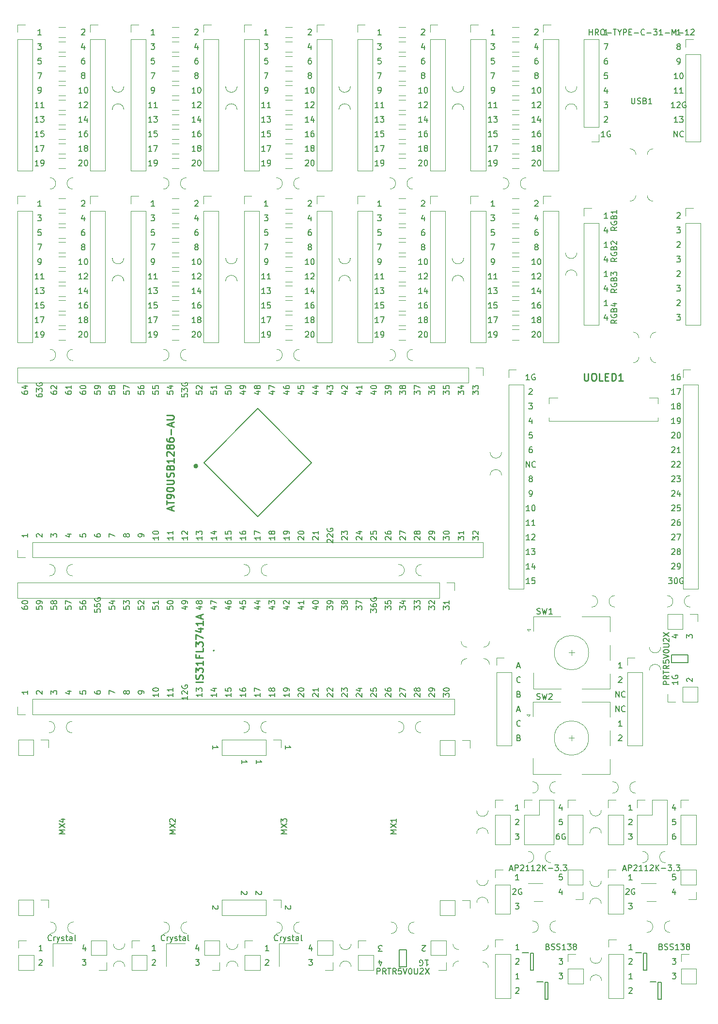
<source format=gbr>
%TF.GenerationSoftware,KiCad,Pcbnew,(6.0.2)*%
%TF.CreationDate,2022-03-22T08:03:31-04:00*%
%TF.ProjectId,Panel,50616e65-6c2e-46b6-9963-61645f706362,rev?*%
%TF.SameCoordinates,Original*%
%TF.FileFunction,Legend,Top*%
%TF.FilePolarity,Positive*%
%FSLAX46Y46*%
G04 Gerber Fmt 4.6, Leading zero omitted, Abs format (unit mm)*
G04 Created by KiCad (PCBNEW (6.0.2)) date 2022-03-22 08:03:31*
%MOMM*%
%LPD*%
G01*
G04 APERTURE LIST*
%ADD10C,0.150000*%
%ADD11C,0.254000*%
%ADD12C,0.120000*%
%ADD13C,0.100000*%
%ADD14C,0.200000*%
%ADD15C,0.400000*%
G04 APERTURE END LIST*
D10*
X151482122Y-121812379D02*
X150910694Y-121812379D01*
X151196408Y-121812379D02*
X151196408Y-120812379D01*
X151101170Y-120955237D01*
X151005932Y-121050475D01*
X150910694Y-121098094D01*
X152101170Y-120812379D02*
X152196408Y-120812379D01*
X152291646Y-120859999D01*
X152339265Y-120907618D01*
X152386884Y-121002856D01*
X152434503Y-121193332D01*
X152434503Y-121431427D01*
X152386884Y-121621903D01*
X152339265Y-121717141D01*
X152291646Y-121764760D01*
X152196408Y-121812379D01*
X152101170Y-121812379D01*
X152005932Y-121764760D01*
X151958313Y-121717141D01*
X151910694Y-121621903D01*
X151863075Y-121431427D01*
X151863075Y-121193332D01*
X151910694Y-121002856D01*
X151958313Y-120907618D01*
X152005932Y-120859999D01*
X152101170Y-120812379D01*
X67852379Y-153813332D02*
X67852379Y-153194284D01*
X68233332Y-153527618D01*
X68233332Y-153384760D01*
X68280951Y-153289522D01*
X68328570Y-153241903D01*
X68423808Y-153194284D01*
X68661903Y-153194284D01*
X68757141Y-153241903D01*
X68804760Y-153289522D01*
X68852379Y-153384760D01*
X68852379Y-153670475D01*
X68804760Y-153765713D01*
X68757141Y-153813332D01*
X112882122Y-59032378D02*
X112310694Y-59032378D01*
X112596408Y-59032378D02*
X112596408Y-58032378D01*
X112501170Y-58175236D01*
X112405932Y-58270474D01*
X112310694Y-58318093D01*
X113453551Y-58460950D02*
X113358313Y-58413331D01*
X113310694Y-58365712D01*
X113263075Y-58270474D01*
X113263075Y-58222855D01*
X113310694Y-58127617D01*
X113358313Y-58079998D01*
X113453551Y-58032378D01*
X113644027Y-58032378D01*
X113739265Y-58079998D01*
X113786884Y-58127617D01*
X113834503Y-58222855D01*
X113834503Y-58270474D01*
X113786884Y-58365712D01*
X113739265Y-58413331D01*
X113644027Y-58460950D01*
X113453551Y-58460950D01*
X113358313Y-58508569D01*
X113310694Y-58556188D01*
X113263075Y-58651426D01*
X113263075Y-58841902D01*
X113310694Y-58937140D01*
X113358313Y-58984759D01*
X113453551Y-59032378D01*
X113644027Y-59032378D01*
X113739265Y-58984759D01*
X113786884Y-58937140D01*
X113834503Y-58841902D01*
X113834503Y-58651426D01*
X113786884Y-58556188D01*
X113739265Y-58508569D01*
X113644027Y-58460950D01*
X169425712Y-203472381D02*
X168854283Y-203472381D01*
X169139998Y-203472381D02*
X169139998Y-202472381D01*
X169044759Y-202615239D01*
X168949521Y-202710477D01*
X168854283Y-202758096D01*
X89164979Y-126270475D02*
X89164979Y-126841903D01*
X89164979Y-126556189D02*
X88164979Y-126556189D01*
X88307837Y-126651427D01*
X88403075Y-126746665D01*
X88450694Y-126841903D01*
X89164979Y-125318094D02*
X89164979Y-125889522D01*
X89164979Y-125603808D02*
X88164979Y-125603808D01*
X88307837Y-125699046D01*
X88403075Y-125794284D01*
X88450694Y-125889522D01*
X156646664Y-199932381D02*
X157265712Y-199932381D01*
X156932378Y-200313334D01*
X157075236Y-200313334D01*
X157170474Y-200360953D01*
X157218093Y-200408572D01*
X157265712Y-200503810D01*
X157265712Y-200741905D01*
X157218093Y-200837143D01*
X157170474Y-200884762D01*
X157075236Y-200932381D01*
X156789521Y-200932381D01*
X156694283Y-200884762D01*
X156646664Y-200837143D01*
X70392379Y-138478094D02*
X70392379Y-138954284D01*
X70868570Y-139001903D01*
X70820951Y-138954284D01*
X70773332Y-138859046D01*
X70773332Y-138620951D01*
X70820951Y-138525713D01*
X70868570Y-138478094D01*
X70963808Y-138430475D01*
X71201903Y-138430475D01*
X71297141Y-138478094D01*
X71344760Y-138525713D01*
X71392379Y-138620951D01*
X71392379Y-138859046D01*
X71344760Y-138954284D01*
X71297141Y-139001903D01*
X70392379Y-138097141D02*
X70392379Y-137430475D01*
X71392379Y-137859046D01*
X123827618Y-154241903D02*
X123779999Y-154194284D01*
X123732379Y-154099046D01*
X123732379Y-153860951D01*
X123779999Y-153765713D01*
X123827618Y-153718094D01*
X123922856Y-153670475D01*
X124018094Y-153670475D01*
X124160951Y-153718094D01*
X124732379Y-154289522D01*
X124732379Y-153670475D01*
X123732379Y-152765713D02*
X123732379Y-153241903D01*
X124208570Y-153289522D01*
X124160951Y-153241903D01*
X124113332Y-153146665D01*
X124113332Y-152908570D01*
X124160951Y-152813332D01*
X124208570Y-152765713D01*
X124303808Y-152718094D01*
X124541903Y-152718094D01*
X124637141Y-152765713D01*
X124684760Y-152813332D01*
X124732379Y-152908570D01*
X124732379Y-153146665D01*
X124684760Y-153241903D01*
X124637141Y-153289522D01*
X103687618Y-165925713D02*
X103687618Y-165354284D01*
X103687618Y-165639999D02*
X104687618Y-165639999D01*
X104544760Y-165544760D01*
X104449522Y-165449522D01*
X104401903Y-165354284D01*
X106278313Y-100965713D02*
X106944979Y-100965713D01*
X105897360Y-101203808D02*
X106611646Y-101441903D01*
X106611646Y-100822856D01*
X105944979Y-100537141D02*
X105944979Y-99870475D01*
X106944979Y-100299046D01*
X132682122Y-88972378D02*
X132110694Y-88972378D01*
X132396408Y-88972378D02*
X132396408Y-87972378D01*
X132301170Y-88115236D01*
X132205932Y-88210474D01*
X132110694Y-88258093D01*
X133253551Y-88400950D02*
X133158313Y-88353331D01*
X133110694Y-88305712D01*
X133063075Y-88210474D01*
X133063075Y-88162855D01*
X133110694Y-88067617D01*
X133158313Y-88019998D01*
X133253551Y-87972378D01*
X133444027Y-87972378D01*
X133539265Y-88019998D01*
X133586884Y-88067617D01*
X133634503Y-88162855D01*
X133634503Y-88210474D01*
X133586884Y-88305712D01*
X133539265Y-88353331D01*
X133444027Y-88400950D01*
X133253551Y-88400950D01*
X133158313Y-88448569D01*
X133110694Y-88496188D01*
X133063075Y-88591426D01*
X133063075Y-88781902D01*
X133110694Y-88877140D01*
X133158313Y-88924759D01*
X133253551Y-88972378D01*
X133444027Y-88972378D01*
X133539265Y-88924759D01*
X133586884Y-88877140D01*
X133634503Y-88781902D01*
X133634503Y-88591426D01*
X133586884Y-88496188D01*
X133539265Y-88448569D01*
X133444027Y-88400950D01*
X93082122Y-56492378D02*
X92510694Y-56492378D01*
X92796408Y-56492378D02*
X92796408Y-55492378D01*
X92701170Y-55635236D01*
X92605932Y-55730474D01*
X92510694Y-55778093D01*
X93939265Y-55492378D02*
X93748789Y-55492378D01*
X93653551Y-55539998D01*
X93605932Y-55587617D01*
X93510694Y-55730474D01*
X93463075Y-55920950D01*
X93463075Y-56301902D01*
X93510694Y-56397140D01*
X93558313Y-56444759D01*
X93653551Y-56492378D01*
X93844027Y-56492378D01*
X93939265Y-56444759D01*
X93986884Y-56397140D01*
X94034503Y-56301902D01*
X94034503Y-56063807D01*
X93986884Y-55968569D01*
X93939265Y-55920950D01*
X93844027Y-55873331D01*
X93653551Y-55873331D01*
X93558313Y-55920950D01*
X93510694Y-55968569D01*
X93463075Y-56063807D01*
X151910694Y-90607617D02*
X151958313Y-90559998D01*
X152053551Y-90512378D01*
X152291646Y-90512378D01*
X152386884Y-90559998D01*
X152434503Y-90607617D01*
X152482122Y-90702855D01*
X152482122Y-90798093D01*
X152434503Y-90940950D01*
X151863075Y-91512378D01*
X152482122Y-91512378D01*
X153101170Y-90512378D02*
X153196408Y-90512378D01*
X153291646Y-90559998D01*
X153339265Y-90607617D01*
X153386884Y-90702855D01*
X153434503Y-90893331D01*
X153434503Y-91131426D01*
X153386884Y-91321902D01*
X153339265Y-91417140D01*
X153291646Y-91464759D01*
X153196408Y-91512378D01*
X153101170Y-91512378D01*
X153005932Y-91464759D01*
X152958313Y-91417140D01*
X152910694Y-91321902D01*
X152863075Y-91131426D01*
X152863075Y-90893331D01*
X152910694Y-90702855D01*
X152958313Y-90607617D01*
X153005932Y-90559998D01*
X153101170Y-90512378D01*
X105262122Y-78812378D02*
X105452599Y-78812378D01*
X105547837Y-78764759D01*
X105595456Y-78717140D01*
X105690694Y-78574283D01*
X105738313Y-78383807D01*
X105738313Y-78002855D01*
X105690694Y-77907617D01*
X105643075Y-77859998D01*
X105547837Y-77812378D01*
X105357360Y-77812378D01*
X105262122Y-77859998D01*
X105214503Y-77907617D01*
X105166884Y-78002855D01*
X105166884Y-78240950D01*
X105214503Y-78336188D01*
X105262122Y-78383807D01*
X105357360Y-78431426D01*
X105547837Y-78431426D01*
X105643075Y-78383807D01*
X105690694Y-78336188D01*
X105738313Y-78240950D01*
X85462122Y-48872378D02*
X85652599Y-48872378D01*
X85747837Y-48824759D01*
X85795456Y-48777140D01*
X85890694Y-48634283D01*
X85938313Y-48443807D01*
X85938313Y-48062855D01*
X85890694Y-47967617D01*
X85843075Y-47919998D01*
X85747837Y-47872378D01*
X85557360Y-47872378D01*
X85462122Y-47919998D01*
X85414503Y-47967617D01*
X85366884Y-48062855D01*
X85366884Y-48300950D01*
X85414503Y-48396188D01*
X85462122Y-48443807D01*
X85557360Y-48491426D01*
X85747837Y-48491426D01*
X85843075Y-48443807D01*
X85890694Y-48396188D01*
X85938313Y-48300950D01*
X168314284Y-187867619D02*
X168361903Y-187820000D01*
X168457141Y-187772380D01*
X168695237Y-187772380D01*
X168790475Y-187820000D01*
X168838094Y-187867619D01*
X168885713Y-187962857D01*
X168885713Y-188058095D01*
X168838094Y-188200952D01*
X168266665Y-188772380D01*
X168885713Y-188772380D01*
X169838094Y-187820000D02*
X169742856Y-187772380D01*
X169599999Y-187772380D01*
X169457141Y-187820000D01*
X169361903Y-187915238D01*
X169314284Y-188010476D01*
X169266665Y-188200952D01*
X169266665Y-188343809D01*
X169314284Y-188534285D01*
X169361903Y-188629523D01*
X169457141Y-188724761D01*
X169599999Y-188772380D01*
X169695237Y-188772380D01*
X169838094Y-188724761D01*
X169885713Y-188677142D01*
X169885713Y-188343809D01*
X169695237Y-188343809D01*
X144862122Y-91512378D02*
X144290694Y-91512378D01*
X144576408Y-91512378D02*
X144576408Y-90512378D01*
X144481170Y-90655236D01*
X144385932Y-90750474D01*
X144290694Y-90798093D01*
X145338313Y-91512378D02*
X145528789Y-91512378D01*
X145624027Y-91464759D01*
X145671646Y-91417140D01*
X145766884Y-91274283D01*
X145814503Y-91083807D01*
X145814503Y-90702855D01*
X145766884Y-90607617D01*
X145719265Y-90559998D01*
X145624027Y-90512378D01*
X145433551Y-90512378D01*
X145338313Y-90559998D01*
X145290694Y-90607617D01*
X145243075Y-90702855D01*
X145243075Y-90940950D01*
X145290694Y-91036188D01*
X145338313Y-91083807D01*
X145433551Y-91131426D01*
X145624027Y-91131426D01*
X145719265Y-91083807D01*
X145766884Y-91036188D01*
X145814503Y-90940950D01*
X112882122Y-81352378D02*
X112310694Y-81352378D01*
X112596408Y-81352378D02*
X112596408Y-80352378D01*
X112501170Y-80495236D01*
X112405932Y-80590474D01*
X112310694Y-80638093D01*
X113263075Y-80447617D02*
X113310694Y-80399998D01*
X113405932Y-80352378D01*
X113644027Y-80352378D01*
X113739265Y-80399998D01*
X113786884Y-80447617D01*
X113834503Y-80542855D01*
X113834503Y-80638093D01*
X113786884Y-80780950D01*
X113215456Y-81352378D01*
X113834503Y-81352378D01*
X133063075Y-42792378D02*
X132872599Y-42792378D01*
X132777360Y-42839998D01*
X132729741Y-42887617D01*
X132634503Y-43030474D01*
X132586884Y-43220950D01*
X132586884Y-43601902D01*
X132634503Y-43697140D01*
X132682122Y-43744759D01*
X132777360Y-43792378D01*
X132967837Y-43792378D01*
X133063075Y-43744759D01*
X133110694Y-43697140D01*
X133158313Y-43601902D01*
X133158313Y-43363807D01*
X133110694Y-43268569D01*
X133063075Y-43220950D01*
X132967837Y-43173331D01*
X132777360Y-43173331D01*
X132682122Y-43220950D01*
X132634503Y-43268569D01*
X132586884Y-43363807D01*
X72932379Y-138478094D02*
X72932379Y-138954284D01*
X73408570Y-139001903D01*
X73360951Y-138954284D01*
X73313332Y-138859046D01*
X73313332Y-138620951D01*
X73360951Y-138525713D01*
X73408570Y-138478094D01*
X73503808Y-138430475D01*
X73741903Y-138430475D01*
X73837141Y-138478094D01*
X73884760Y-138525713D01*
X73932379Y-138620951D01*
X73932379Y-138859046D01*
X73884760Y-138954284D01*
X73837141Y-139001903D01*
X72932379Y-137573332D02*
X72932379Y-137763808D01*
X72979999Y-137859046D01*
X73027618Y-137906665D01*
X73170475Y-138001903D01*
X73360951Y-138049522D01*
X73741903Y-138049522D01*
X73837141Y-138001903D01*
X73884760Y-137954284D01*
X73932379Y-137859046D01*
X73932379Y-137668570D01*
X73884760Y-137573332D01*
X73837141Y-137525713D01*
X73741903Y-137478094D01*
X73503808Y-137478094D01*
X73408570Y-137525713D01*
X73360951Y-137573332D01*
X73313332Y-137668570D01*
X73313332Y-137859046D01*
X73360951Y-137954284D01*
X73408570Y-138001903D01*
X73503808Y-138049522D01*
X132110694Y-60667617D02*
X132158313Y-60619998D01*
X132253551Y-60572378D01*
X132491646Y-60572378D01*
X132586884Y-60619998D01*
X132634503Y-60667617D01*
X132682122Y-60762855D01*
X132682122Y-60858093D01*
X132634503Y-61000950D01*
X132063075Y-61572378D01*
X132682122Y-61572378D01*
X133301170Y-60572378D02*
X133396408Y-60572378D01*
X133491646Y-60619998D01*
X133539265Y-60667617D01*
X133586884Y-60762855D01*
X133634503Y-60953331D01*
X133634503Y-61191426D01*
X133586884Y-61381902D01*
X133539265Y-61477140D01*
X133491646Y-61524759D01*
X133396408Y-61572378D01*
X133301170Y-61572378D01*
X133205932Y-61524759D01*
X133158313Y-61477140D01*
X133110694Y-61381902D01*
X133063075Y-61191426D01*
X133063075Y-60953331D01*
X133110694Y-60762855D01*
X133158313Y-60667617D01*
X133205932Y-60619998D01*
X133301170Y-60572378D01*
X128907618Y-154241903D02*
X128859999Y-154194284D01*
X128812379Y-154099046D01*
X128812379Y-153860951D01*
X128859999Y-153765713D01*
X128907618Y-153718094D01*
X129002856Y-153670475D01*
X129098094Y-153670475D01*
X129240951Y-153718094D01*
X129812379Y-154289522D01*
X129812379Y-153670475D01*
X128812379Y-153337141D02*
X128812379Y-152670475D01*
X129812379Y-153099046D01*
X156646664Y-202472381D02*
X157265712Y-202472381D01*
X156932378Y-202853334D01*
X157075236Y-202853334D01*
X157170474Y-202900953D01*
X157218093Y-202948572D01*
X157265712Y-203043810D01*
X157265712Y-203281905D01*
X157218093Y-203377143D01*
X157170474Y-203424762D01*
X157075236Y-203472381D01*
X156789521Y-203472381D01*
X156694283Y-203424762D01*
X156646664Y-203377143D01*
X101198313Y-100965713D02*
X101864979Y-100965713D01*
X100817360Y-101203808D02*
X101531646Y-101441903D01*
X101531646Y-100822856D01*
X101864979Y-100394284D02*
X101864979Y-100203808D01*
X101817360Y-100108570D01*
X101769741Y-100060951D01*
X101626884Y-99965713D01*
X101436408Y-99918094D01*
X101055456Y-99918094D01*
X100960218Y-99965713D01*
X100912599Y-100013332D01*
X100864979Y-100108570D01*
X100864979Y-100299046D01*
X100912599Y-100394284D01*
X100960218Y-100441903D01*
X101055456Y-100489522D01*
X101293551Y-100489522D01*
X101388789Y-100441903D01*
X101436408Y-100394284D01*
X101484027Y-100299046D01*
X101484027Y-100108570D01*
X101436408Y-100013332D01*
X101388789Y-99965713D01*
X101293551Y-99918094D01*
X96784979Y-126270475D02*
X96784979Y-126841903D01*
X96784979Y-126556189D02*
X95784979Y-126556189D01*
X95927837Y-126651427D01*
X96023075Y-126746665D01*
X96070694Y-126841903D01*
X96118313Y-125413332D02*
X96784979Y-125413332D01*
X95737360Y-125651427D02*
X96451646Y-125889522D01*
X96451646Y-125270475D01*
X65662122Y-59032378D02*
X65090694Y-59032378D01*
X65376408Y-59032378D02*
X65376408Y-58032378D01*
X65281170Y-58175236D01*
X65185932Y-58270474D01*
X65090694Y-58318093D01*
X65995456Y-58032378D02*
X66662122Y-58032378D01*
X66233551Y-59032378D01*
X152482122Y-59032378D02*
X151910694Y-59032378D01*
X152196408Y-59032378D02*
X152196408Y-58032378D01*
X152101170Y-58175236D01*
X152005932Y-58270474D01*
X151910694Y-58318093D01*
X153053551Y-58460950D02*
X152958313Y-58413331D01*
X152910694Y-58365712D01*
X152863075Y-58270474D01*
X152863075Y-58222855D01*
X152910694Y-58127617D01*
X152958313Y-58079998D01*
X153053551Y-58032378D01*
X153244027Y-58032378D01*
X153339265Y-58079998D01*
X153386884Y-58127617D01*
X153434503Y-58222855D01*
X153434503Y-58270474D01*
X153386884Y-58365712D01*
X153339265Y-58413331D01*
X153244027Y-58460950D01*
X153053551Y-58460950D01*
X152958313Y-58508569D01*
X152910694Y-58556188D01*
X152863075Y-58651426D01*
X152863075Y-58841902D01*
X152910694Y-58937140D01*
X152958313Y-58984759D01*
X153053551Y-59032378D01*
X153244027Y-59032378D01*
X153339265Y-58984759D01*
X153386884Y-58937140D01*
X153434503Y-58841902D01*
X153434503Y-58651426D01*
X153386884Y-58556188D01*
X153339265Y-58508569D01*
X153244027Y-58460950D01*
X111365713Y-138525713D02*
X112032379Y-138525713D01*
X110984760Y-138763808D02*
X111699046Y-139001903D01*
X111699046Y-138382856D01*
X112032379Y-137478094D02*
X112032379Y-138049522D01*
X112032379Y-137763808D02*
X111032379Y-137763808D01*
X111175237Y-137859046D01*
X111270475Y-137954284D01*
X111318094Y-138049522D01*
X66090694Y-42792378D02*
X65614503Y-42792378D01*
X65566884Y-43268569D01*
X65614503Y-43220950D01*
X65709741Y-43173331D01*
X65947837Y-43173331D01*
X66043075Y-43220950D01*
X66090694Y-43268569D01*
X66138313Y-43363807D01*
X66138313Y-43601902D01*
X66090694Y-43697140D01*
X66043075Y-43744759D01*
X65947837Y-43792378D01*
X65709741Y-43792378D01*
X65614503Y-43744759D01*
X65566884Y-43697140D01*
X96792379Y-153670475D02*
X96792379Y-154241903D01*
X96792379Y-153956189D02*
X95792379Y-153956189D01*
X95935237Y-154051427D01*
X96030475Y-154146665D01*
X96078094Y-154241903D01*
X96125713Y-152813332D02*
X96792379Y-152813332D01*
X95744760Y-153051427D02*
X96459046Y-153289522D01*
X96459046Y-152670475D01*
X132682122Y-53952378D02*
X132110694Y-53952378D01*
X132396408Y-53952378D02*
X132396408Y-52952378D01*
X132301170Y-53095236D01*
X132205932Y-53190474D01*
X132110694Y-53238093D01*
X133539265Y-53285712D02*
X133539265Y-53952378D01*
X133301170Y-52904759D02*
X133063075Y-53619045D01*
X133682122Y-53619045D01*
X169385714Y-174072380D02*
X168814285Y-174072380D01*
X169100000Y-174072380D02*
X169100000Y-173072380D01*
X169004761Y-173215238D01*
X168909523Y-173310476D01*
X168814285Y-173358095D01*
X144862122Y-59032378D02*
X144290694Y-59032378D01*
X144576408Y-59032378D02*
X144576408Y-58032378D01*
X144481170Y-58175236D01*
X144385932Y-58270474D01*
X144290694Y-58318093D01*
X145195456Y-58032378D02*
X145862122Y-58032378D01*
X145433551Y-59032378D01*
X149621426Y-153798571D02*
X149764283Y-153846190D01*
X149811902Y-153893809D01*
X149859521Y-153989047D01*
X149859521Y-154131904D01*
X149811902Y-154227142D01*
X149764283Y-154274761D01*
X149669045Y-154322380D01*
X149288093Y-154322380D01*
X149288093Y-153322380D01*
X149621426Y-153322380D01*
X149716664Y-153370000D01*
X149764283Y-153417619D01*
X149811902Y-153512857D01*
X149811902Y-153608095D01*
X149764283Y-153703333D01*
X149716664Y-153750952D01*
X149621426Y-153798571D01*
X149288093Y-153798571D01*
X85319265Y-45332378D02*
X85985932Y-45332378D01*
X85557360Y-46332378D01*
X72924979Y-100965713D02*
X72924979Y-101156189D01*
X72972599Y-101251427D01*
X73020218Y-101299046D01*
X73163075Y-101394284D01*
X73353551Y-101441903D01*
X73734503Y-101441903D01*
X73829741Y-101394284D01*
X73877360Y-101346665D01*
X73924979Y-101251427D01*
X73924979Y-101060951D01*
X73877360Y-100965713D01*
X73829741Y-100918094D01*
X73734503Y-100870475D01*
X73496408Y-100870475D01*
X73401170Y-100918094D01*
X73353551Y-100965713D01*
X73305932Y-101060951D01*
X73305932Y-101251427D01*
X73353551Y-101346665D01*
X73401170Y-101394284D01*
X73496408Y-101441903D01*
X72924979Y-100251427D02*
X72924979Y-100156189D01*
X72972599Y-100060951D01*
X73020218Y-100013332D01*
X73115456Y-99965713D01*
X73305932Y-99918094D01*
X73544027Y-99918094D01*
X73734503Y-99965713D01*
X73829741Y-100013332D01*
X73877360Y-100060951D01*
X73924979Y-100156189D01*
X73924979Y-100251427D01*
X73877360Y-100346665D01*
X73829741Y-100394284D01*
X73734503Y-100441903D01*
X73544027Y-100489522D01*
X73305932Y-100489522D01*
X73115456Y-100441903D01*
X73020218Y-100394284D01*
X72972599Y-100346665D01*
X72924979Y-100251427D01*
X132586884Y-37807617D02*
X132634503Y-37759998D01*
X132729741Y-37712378D01*
X132967837Y-37712378D01*
X133063075Y-37759998D01*
X133110694Y-37807617D01*
X133158313Y-37902855D01*
X133158313Y-37998093D01*
X133110694Y-38140950D01*
X132539265Y-38712378D01*
X133158313Y-38712378D01*
X132682122Y-86432378D02*
X132110694Y-86432378D01*
X132396408Y-86432378D02*
X132396408Y-85432378D01*
X132301170Y-85575236D01*
X132205932Y-85670474D01*
X132110694Y-85718093D01*
X133539265Y-85432378D02*
X133348789Y-85432378D01*
X133253551Y-85479998D01*
X133205932Y-85527617D01*
X133110694Y-85670474D01*
X133063075Y-85860950D01*
X133063075Y-86241902D01*
X133110694Y-86337140D01*
X133158313Y-86384759D01*
X133253551Y-86432378D01*
X133444027Y-86432378D01*
X133539265Y-86384759D01*
X133586884Y-86337140D01*
X133634503Y-86241902D01*
X133634503Y-86003807D01*
X133586884Y-85908569D01*
X133539265Y-85860950D01*
X133444027Y-85813331D01*
X133253551Y-85813331D01*
X133158313Y-85860950D01*
X133110694Y-85908569D01*
X133063075Y-86003807D01*
X65662122Y-56492378D02*
X65090694Y-56492378D01*
X65376408Y-56492378D02*
X65376408Y-55492378D01*
X65281170Y-55635236D01*
X65185932Y-55730474D01*
X65090694Y-55778093D01*
X66566884Y-55492378D02*
X66090694Y-55492378D01*
X66043075Y-55968569D01*
X66090694Y-55920950D01*
X66185932Y-55873331D01*
X66424027Y-55873331D01*
X66519265Y-55920950D01*
X66566884Y-55968569D01*
X66614503Y-56063807D01*
X66614503Y-56301902D01*
X66566884Y-56397140D01*
X66519265Y-56444759D01*
X66424027Y-56492378D01*
X66185932Y-56492378D01*
X66090694Y-56444759D01*
X66043075Y-56397140D01*
X113263075Y-72732378D02*
X113072599Y-72732378D01*
X112977360Y-72779998D01*
X112929741Y-72827617D01*
X112834503Y-72970474D01*
X112786884Y-73160950D01*
X112786884Y-73541902D01*
X112834503Y-73637140D01*
X112882122Y-73684759D01*
X112977360Y-73732378D01*
X113167837Y-73732378D01*
X113263075Y-73684759D01*
X113310694Y-73637140D01*
X113358313Y-73541902D01*
X113358313Y-73303807D01*
X113310694Y-73208569D01*
X113263075Y-73160950D01*
X113167837Y-73113331D01*
X112977360Y-73113331D01*
X112882122Y-73160950D01*
X112834503Y-73208569D01*
X112786884Y-73303807D01*
X148534284Y-187867619D02*
X148581903Y-187820000D01*
X148677141Y-187772380D01*
X148915237Y-187772380D01*
X149010475Y-187820000D01*
X149058094Y-187867619D01*
X149105713Y-187962857D01*
X149105713Y-188058095D01*
X149058094Y-188200952D01*
X148486665Y-188772380D01*
X149105713Y-188772380D01*
X150058094Y-187820000D02*
X149962856Y-187772380D01*
X149819999Y-187772380D01*
X149677141Y-187820000D01*
X149581903Y-187915238D01*
X149534284Y-188010476D01*
X149486665Y-188200952D01*
X149486665Y-188343809D01*
X149534284Y-188534285D01*
X149581903Y-188629523D01*
X149677141Y-188724761D01*
X149819999Y-188772380D01*
X149915237Y-188772380D01*
X150058094Y-188724761D01*
X150105713Y-188677142D01*
X150105713Y-188343809D01*
X149915237Y-188343809D01*
X144862122Y-86432378D02*
X144290694Y-86432378D01*
X144576408Y-86432378D02*
X144576408Y-85432378D01*
X144481170Y-85575236D01*
X144385932Y-85670474D01*
X144290694Y-85718093D01*
X145766884Y-85432378D02*
X145290694Y-85432378D01*
X145243075Y-85908569D01*
X145290694Y-85860950D01*
X145385932Y-85813331D01*
X145624027Y-85813331D01*
X145719265Y-85860950D01*
X145766884Y-85908569D01*
X145814503Y-86003807D01*
X145814503Y-86241902D01*
X145766884Y-86337140D01*
X145719265Y-86384759D01*
X145624027Y-86432378D01*
X145385932Y-86432378D01*
X145290694Y-86384759D01*
X145243075Y-86337140D01*
X105262122Y-88972378D02*
X104690694Y-88972378D01*
X104976408Y-88972378D02*
X104976408Y-87972378D01*
X104881170Y-88115236D01*
X104785932Y-88210474D01*
X104690694Y-88258093D01*
X105595456Y-87972378D02*
X106262122Y-87972378D01*
X105833551Y-88972378D01*
X73326665Y-200112379D02*
X73945713Y-200112379D01*
X73612379Y-200493332D01*
X73755237Y-200493332D01*
X73850475Y-200540951D01*
X73898094Y-200588570D01*
X73945713Y-200683808D01*
X73945713Y-200921903D01*
X73898094Y-201017141D01*
X73850475Y-201064760D01*
X73755237Y-201112379D01*
X73469522Y-201112379D01*
X73374284Y-201064760D01*
X73326665Y-201017141D01*
X133063075Y-70525712D02*
X133063075Y-71192378D01*
X132824979Y-70144759D02*
X132586884Y-70859045D01*
X133205932Y-70859045D01*
X85938313Y-68652378D02*
X85366884Y-68652378D01*
X85652599Y-68652378D02*
X85652599Y-67652378D01*
X85557360Y-67795236D01*
X85462122Y-67890474D01*
X85366884Y-67938093D01*
X93463075Y-72732378D02*
X93272599Y-72732378D01*
X93177360Y-72779998D01*
X93129741Y-72827617D01*
X93034503Y-72970474D01*
X92986884Y-73160950D01*
X92986884Y-73541902D01*
X93034503Y-73637140D01*
X93082122Y-73684759D01*
X93177360Y-73732378D01*
X93367837Y-73732378D01*
X93463075Y-73684759D01*
X93510694Y-73637140D01*
X93558313Y-73541902D01*
X93558313Y-73303807D01*
X93510694Y-73208569D01*
X93463075Y-73160950D01*
X93367837Y-73113331D01*
X93177360Y-73113331D01*
X93082122Y-73160950D01*
X93034503Y-73208569D01*
X92986884Y-73303807D01*
X103745713Y-138525713D02*
X104412379Y-138525713D01*
X103364760Y-138763808D02*
X104079046Y-139001903D01*
X104079046Y-138382856D01*
X103745713Y-137573332D02*
X104412379Y-137573332D01*
X103364760Y-137811427D02*
X104079046Y-138049522D01*
X104079046Y-137430475D01*
X75472379Y-138978094D02*
X75472379Y-139454284D01*
X75948570Y-139501903D01*
X75900951Y-139454284D01*
X75853332Y-139359046D01*
X75853332Y-139120951D01*
X75900951Y-139025713D01*
X75948570Y-138978094D01*
X76043808Y-138930475D01*
X76281903Y-138930475D01*
X76377141Y-138978094D01*
X76424760Y-139025713D01*
X76472379Y-139120951D01*
X76472379Y-139359046D01*
X76424760Y-139454284D01*
X76377141Y-139501903D01*
X75472379Y-138025713D02*
X75472379Y-138501903D01*
X75948570Y-138549522D01*
X75900951Y-138501903D01*
X75853332Y-138406665D01*
X75853332Y-138168570D01*
X75900951Y-138073332D01*
X75948570Y-138025713D01*
X76043808Y-137978094D01*
X76281903Y-137978094D01*
X76377141Y-138025713D01*
X76424760Y-138073332D01*
X76472379Y-138168570D01*
X76472379Y-138406665D01*
X76424760Y-138501903D01*
X76377141Y-138549522D01*
X75519999Y-137025713D02*
X75472379Y-137120951D01*
X75472379Y-137263808D01*
X75519999Y-137406665D01*
X75615237Y-137501903D01*
X75710475Y-137549522D01*
X75900951Y-137597141D01*
X76043808Y-137597141D01*
X76234284Y-137549522D01*
X76329522Y-137501903D01*
X76424760Y-137406665D01*
X76472379Y-137263808D01*
X76472379Y-137168570D01*
X76424760Y-137025713D01*
X76377141Y-136978094D01*
X76043808Y-136978094D01*
X76043808Y-137168570D01*
X113898313Y-100965713D02*
X114564979Y-100965713D01*
X113517360Y-101203808D02*
X114231646Y-101441903D01*
X114231646Y-100822856D01*
X113898313Y-100013332D02*
X114564979Y-100013332D01*
X113517360Y-100251427D02*
X114231646Y-100489522D01*
X114231646Y-99870475D01*
X128812379Y-139049522D02*
X128812379Y-138430475D01*
X129193332Y-138763808D01*
X129193332Y-138620951D01*
X129240951Y-138525713D01*
X129288570Y-138478094D01*
X129383808Y-138430475D01*
X129621903Y-138430475D01*
X129717141Y-138478094D01*
X129764760Y-138525713D01*
X129812379Y-138620951D01*
X129812379Y-138906665D01*
X129764760Y-139001903D01*
X129717141Y-139049522D01*
X129145713Y-137573332D02*
X129812379Y-137573332D01*
X128764760Y-137811427D02*
X129479046Y-138049522D01*
X129479046Y-137430475D01*
X91704979Y-126270475D02*
X91704979Y-126841903D01*
X91704979Y-126556189D02*
X90704979Y-126556189D01*
X90847837Y-126651427D01*
X90943075Y-126746665D01*
X90990694Y-126841903D01*
X90800218Y-125889522D02*
X90752599Y-125841903D01*
X90704979Y-125746665D01*
X90704979Y-125508570D01*
X90752599Y-125413332D01*
X90800218Y-125365713D01*
X90895456Y-125318094D01*
X90990694Y-125318094D01*
X91133551Y-125365713D01*
X91704979Y-125937141D01*
X91704979Y-125318094D01*
X126264979Y-101489522D02*
X126264979Y-100870475D01*
X126645932Y-101203808D01*
X126645932Y-101060951D01*
X126693551Y-100965713D01*
X126741170Y-100918094D01*
X126836408Y-100870475D01*
X127074503Y-100870475D01*
X127169741Y-100918094D01*
X127217360Y-100965713D01*
X127264979Y-101060951D01*
X127264979Y-101346665D01*
X127217360Y-101441903D01*
X127169741Y-101489522D01*
X127264979Y-100394284D02*
X127264979Y-100203808D01*
X127217360Y-100108570D01*
X127169741Y-100060951D01*
X127026884Y-99965713D01*
X126836408Y-99918094D01*
X126455456Y-99918094D01*
X126360218Y-99965713D01*
X126312599Y-100013332D01*
X126264979Y-100108570D01*
X126264979Y-100299046D01*
X126312599Y-100394284D01*
X126360218Y-100441903D01*
X126455456Y-100489522D01*
X126693551Y-100489522D01*
X126788789Y-100441903D01*
X126836408Y-100394284D01*
X126884027Y-100299046D01*
X126884027Y-100108570D01*
X126836408Y-100013332D01*
X126788789Y-99965713D01*
X126693551Y-99918094D01*
X92510694Y-90607617D02*
X92558313Y-90559998D01*
X92653551Y-90512378D01*
X92891646Y-90512378D01*
X92986884Y-90559998D01*
X93034503Y-90607617D01*
X93082122Y-90702855D01*
X93082122Y-90798093D01*
X93034503Y-90940950D01*
X92463075Y-91512378D01*
X93082122Y-91512378D01*
X93701170Y-90512378D02*
X93796408Y-90512378D01*
X93891646Y-90559998D01*
X93939265Y-90607617D01*
X93986884Y-90702855D01*
X94034503Y-90893331D01*
X94034503Y-91131426D01*
X93986884Y-91321902D01*
X93939265Y-91417140D01*
X93891646Y-91464759D01*
X93796408Y-91512378D01*
X93701170Y-91512378D01*
X93605932Y-91464759D01*
X93558313Y-91417140D01*
X93510694Y-91321902D01*
X93463075Y-91131426D01*
X93463075Y-90893331D01*
X93510694Y-90702855D01*
X93558313Y-90607617D01*
X93605932Y-90559998D01*
X93701170Y-90512378D01*
X66138313Y-68652378D02*
X65566884Y-68652378D01*
X65852599Y-68652378D02*
X65852599Y-67652378D01*
X65757360Y-67795236D01*
X65662122Y-67890474D01*
X65566884Y-67938093D01*
X125062122Y-61572378D02*
X124490694Y-61572378D01*
X124776408Y-61572378D02*
X124776408Y-60572378D01*
X124681170Y-60715236D01*
X124585932Y-60810474D01*
X124490694Y-60858093D01*
X125538313Y-61572378D02*
X125728789Y-61572378D01*
X125824027Y-61524759D01*
X125871646Y-61477140D01*
X125966884Y-61334283D01*
X126014503Y-61143807D01*
X126014503Y-60762855D01*
X125966884Y-60667617D01*
X125919265Y-60619998D01*
X125824027Y-60572378D01*
X125633551Y-60572378D01*
X125538313Y-60619998D01*
X125490694Y-60667617D01*
X125443075Y-60762855D01*
X125443075Y-61000950D01*
X125490694Y-61096188D01*
X125538313Y-61143807D01*
X125633551Y-61191426D01*
X125824027Y-61191426D01*
X125919265Y-61143807D01*
X125966884Y-61096188D01*
X126014503Y-61000950D01*
X112977360Y-75700950D02*
X112882122Y-75653331D01*
X112834503Y-75605712D01*
X112786884Y-75510474D01*
X112786884Y-75462855D01*
X112834503Y-75367617D01*
X112882122Y-75319998D01*
X112977360Y-75272378D01*
X113167837Y-75272378D01*
X113263075Y-75319998D01*
X113310694Y-75367617D01*
X113358313Y-75462855D01*
X113358313Y-75510474D01*
X113310694Y-75605712D01*
X113263075Y-75653331D01*
X113167837Y-75700950D01*
X112977360Y-75700950D01*
X112882122Y-75748569D01*
X112834503Y-75796188D01*
X112786884Y-75891426D01*
X112786884Y-76081902D01*
X112834503Y-76177140D01*
X112882122Y-76224759D01*
X112977360Y-76272378D01*
X113167837Y-76272378D01*
X113263075Y-76224759D01*
X113310694Y-76177140D01*
X113358313Y-76081902D01*
X113358313Y-75891426D01*
X113310694Y-75796188D01*
X113263075Y-75748569D01*
X113167837Y-75700950D01*
X167615712Y-159402380D02*
X167044283Y-159402380D01*
X167329998Y-159402380D02*
X167329998Y-158402380D01*
X167234759Y-158545238D01*
X167139521Y-158640476D01*
X167044283Y-158688095D01*
X149034284Y-175707619D02*
X149081903Y-175660000D01*
X149177141Y-175612380D01*
X149415237Y-175612380D01*
X149510475Y-175660000D01*
X149558094Y-175707619D01*
X149605713Y-175802857D01*
X149605713Y-175898095D01*
X149558094Y-176040952D01*
X148986665Y-176612380D01*
X149605713Y-176612380D01*
X72932379Y-153241903D02*
X72932379Y-153718094D01*
X73408570Y-153765713D01*
X73360951Y-153718094D01*
X73313332Y-153622856D01*
X73313332Y-153384760D01*
X73360951Y-153289522D01*
X73408570Y-153241903D01*
X73503808Y-153194284D01*
X73741903Y-153194284D01*
X73837141Y-153241903D01*
X73884760Y-153289522D01*
X73932379Y-153384760D01*
X73932379Y-153622856D01*
X73884760Y-153718094D01*
X73837141Y-153765713D01*
X112882122Y-86432378D02*
X112310694Y-86432378D01*
X112596408Y-86432378D02*
X112596408Y-85432378D01*
X112501170Y-85575236D01*
X112405932Y-85670474D01*
X112310694Y-85718093D01*
X113739265Y-85432378D02*
X113548789Y-85432378D01*
X113453551Y-85479998D01*
X113405932Y-85527617D01*
X113310694Y-85670474D01*
X113263075Y-85860950D01*
X113263075Y-86241902D01*
X113310694Y-86337140D01*
X113358313Y-86384759D01*
X113453551Y-86432378D01*
X113644027Y-86432378D01*
X113739265Y-86384759D01*
X113786884Y-86337140D01*
X113834503Y-86241902D01*
X113834503Y-86003807D01*
X113786884Y-85908569D01*
X113739265Y-85860950D01*
X113644027Y-85813331D01*
X113453551Y-85813331D01*
X113358313Y-85860950D01*
X113310694Y-85908569D01*
X113263075Y-86003807D01*
X78012379Y-153813332D02*
X78012379Y-153146665D01*
X79012379Y-153575237D01*
X157130475Y-188105714D02*
X157130475Y-188772380D01*
X156892379Y-187724761D02*
X156654284Y-188439047D01*
X157273332Y-188439047D01*
X95784979Y-100918094D02*
X95784979Y-101394284D01*
X96261170Y-101441903D01*
X96213551Y-101394284D01*
X96165932Y-101299046D01*
X96165932Y-101060951D01*
X96213551Y-100965713D01*
X96261170Y-100918094D01*
X96356408Y-100870475D01*
X96594503Y-100870475D01*
X96689741Y-100918094D01*
X96737360Y-100965713D01*
X96784979Y-101060951D01*
X96784979Y-101299046D01*
X96737360Y-101394284D01*
X96689741Y-101441903D01*
X96784979Y-99918094D02*
X96784979Y-100489522D01*
X96784979Y-100203808D02*
X95784979Y-100203808D01*
X95927837Y-100299046D01*
X96023075Y-100394284D01*
X96070694Y-100489522D01*
X165023076Y-87865712D02*
X165023076Y-88532378D01*
X164784980Y-87484759D02*
X164546885Y-88199045D01*
X165165933Y-88199045D01*
X105119265Y-40252378D02*
X105738313Y-40252378D01*
X105404979Y-40633331D01*
X105547837Y-40633331D01*
X105643075Y-40680950D01*
X105690694Y-40728569D01*
X105738313Y-40823807D01*
X105738313Y-41061902D01*
X105690694Y-41157140D01*
X105643075Y-41204759D01*
X105547837Y-41252378D01*
X105262122Y-41252378D01*
X105166884Y-41204759D01*
X105119265Y-41157140D01*
X131352379Y-139049522D02*
X131352379Y-138430475D01*
X131733332Y-138763808D01*
X131733332Y-138620951D01*
X131780951Y-138525713D01*
X131828570Y-138478094D01*
X131923808Y-138430475D01*
X132161903Y-138430475D01*
X132257141Y-138478094D01*
X132304760Y-138525713D01*
X132352379Y-138620951D01*
X132352379Y-138906665D01*
X132304760Y-139001903D01*
X132257141Y-139049522D01*
X131352379Y-138097141D02*
X131352379Y-137478094D01*
X131733332Y-137811427D01*
X131733332Y-137668570D01*
X131780951Y-137573332D01*
X131828570Y-137525713D01*
X131923808Y-137478094D01*
X132161903Y-137478094D01*
X132257141Y-137525713D01*
X132304760Y-137573332D01*
X132352379Y-137668570D01*
X132352379Y-137954284D01*
X132304760Y-138049522D01*
X132257141Y-138097141D01*
X83092379Y-138478094D02*
X83092379Y-138954284D01*
X83568570Y-139001903D01*
X83520951Y-138954284D01*
X83473332Y-138859046D01*
X83473332Y-138620951D01*
X83520951Y-138525713D01*
X83568570Y-138478094D01*
X83663808Y-138430475D01*
X83901903Y-138430475D01*
X83997141Y-138478094D01*
X84044760Y-138525713D01*
X84092379Y-138620951D01*
X84092379Y-138859046D01*
X84044760Y-138954284D01*
X83997141Y-139001903D01*
X83187618Y-138049522D02*
X83139999Y-138001903D01*
X83092379Y-137906665D01*
X83092379Y-137668570D01*
X83139999Y-137573332D01*
X83187618Y-137525713D01*
X83282856Y-137478094D01*
X83378094Y-137478094D01*
X83520951Y-137525713D01*
X84092379Y-138097141D01*
X84092379Y-137478094D01*
X73850475Y-197905713D02*
X73850475Y-198572379D01*
X73612379Y-197524760D02*
X73374284Y-198239046D01*
X73993332Y-198239046D01*
X132682122Y-56492378D02*
X132110694Y-56492378D01*
X132396408Y-56492378D02*
X132396408Y-55492378D01*
X132301170Y-55635236D01*
X132205932Y-55730474D01*
X132110694Y-55778093D01*
X133539265Y-55492378D02*
X133348789Y-55492378D01*
X133253551Y-55539998D01*
X133205932Y-55587617D01*
X133110694Y-55730474D01*
X133063075Y-55920950D01*
X133063075Y-56301902D01*
X133110694Y-56397140D01*
X133158313Y-56444759D01*
X133253551Y-56492378D01*
X133444027Y-56492378D01*
X133539265Y-56444759D01*
X133586884Y-56397140D01*
X133634503Y-56301902D01*
X133634503Y-56063807D01*
X133586884Y-55968569D01*
X133539265Y-55920950D01*
X133444027Y-55873331D01*
X133253551Y-55873331D01*
X133158313Y-55920950D01*
X133110694Y-55968569D01*
X133063075Y-56063807D01*
X63772379Y-153194284D02*
X63772379Y-153765713D01*
X63772379Y-153479999D02*
X62772379Y-153479999D01*
X62915237Y-153575237D01*
X63010475Y-153670475D01*
X63058094Y-153765713D01*
X144862122Y-48872378D02*
X145052599Y-48872378D01*
X145147837Y-48824759D01*
X145195456Y-48777140D01*
X145290694Y-48634283D01*
X145338313Y-48443807D01*
X145338313Y-48062855D01*
X145290694Y-47967617D01*
X145243075Y-47919998D01*
X145147837Y-47872378D01*
X144957360Y-47872378D01*
X144862122Y-47919998D01*
X144814503Y-47967617D01*
X144766884Y-48062855D01*
X144766884Y-48300950D01*
X144814503Y-48396188D01*
X144862122Y-48443807D01*
X144957360Y-48491426D01*
X145147837Y-48491426D01*
X145243075Y-48443807D01*
X145290694Y-48396188D01*
X145338313Y-48300950D01*
X112882122Y-83892378D02*
X112310694Y-83892378D01*
X112596408Y-83892378D02*
X112596408Y-82892378D01*
X112501170Y-83035236D01*
X112405932Y-83130474D01*
X112310694Y-83178093D01*
X113739265Y-83225712D02*
X113739265Y-83892378D01*
X113501170Y-82844759D02*
X113263075Y-83559045D01*
X113882122Y-83559045D01*
X73663075Y-72732378D02*
X73472599Y-72732378D01*
X73377360Y-72779998D01*
X73329741Y-72827617D01*
X73234503Y-72970474D01*
X73186884Y-73160950D01*
X73186884Y-73541902D01*
X73234503Y-73637140D01*
X73282122Y-73684759D01*
X73377360Y-73732378D01*
X73567837Y-73732378D01*
X73663075Y-73684759D01*
X73710694Y-73637140D01*
X73758313Y-73541902D01*
X73758313Y-73303807D01*
X73710694Y-73208569D01*
X73663075Y-73160950D01*
X73567837Y-73113331D01*
X73377360Y-73113331D01*
X73282122Y-73160950D01*
X73234503Y-73208569D01*
X73186884Y-73303807D01*
X118747618Y-154241903D02*
X118699999Y-154194284D01*
X118652379Y-154099046D01*
X118652379Y-153860951D01*
X118699999Y-153765713D01*
X118747618Y-153718094D01*
X118842856Y-153670475D01*
X118938094Y-153670475D01*
X119080951Y-153718094D01*
X119652379Y-154289522D01*
X119652379Y-153670475D01*
X118652379Y-153337141D02*
X118652379Y-152718094D01*
X119033332Y-153051427D01*
X119033332Y-152908570D01*
X119080951Y-152813332D01*
X119128570Y-152765713D01*
X119223808Y-152718094D01*
X119461903Y-152718094D01*
X119557141Y-152765713D01*
X119604760Y-152813332D01*
X119652379Y-152908570D01*
X119652379Y-153194284D01*
X119604760Y-153289522D01*
X119557141Y-153337141D01*
X106952379Y-153670475D02*
X106952379Y-154241903D01*
X106952379Y-153956189D02*
X105952379Y-153956189D01*
X106095237Y-154051427D01*
X106190475Y-154146665D01*
X106238094Y-154241903D01*
X106380951Y-153099046D02*
X106333332Y-153194284D01*
X106285713Y-153241903D01*
X106190475Y-153289522D01*
X106142856Y-153289522D01*
X106047618Y-153241903D01*
X105999999Y-153194284D01*
X105952379Y-153099046D01*
X105952379Y-152908570D01*
X105999999Y-152813332D01*
X106047618Y-152765713D01*
X106142856Y-152718094D01*
X106190475Y-152718094D01*
X106285713Y-152765713D01*
X106333332Y-152813332D01*
X106380951Y-152908570D01*
X106380951Y-153099046D01*
X106428570Y-153194284D01*
X106476189Y-153241903D01*
X106571427Y-153289522D01*
X106761903Y-153289522D01*
X106857141Y-153241903D01*
X106904760Y-153194284D01*
X106952379Y-153099046D01*
X106952379Y-152908570D01*
X106904760Y-152813332D01*
X106857141Y-152765713D01*
X106761903Y-152718094D01*
X106571427Y-152718094D01*
X106476189Y-152765713D01*
X106428570Y-152813332D01*
X106380951Y-152908570D01*
X65662122Y-88972378D02*
X65090694Y-88972378D01*
X65376408Y-88972378D02*
X65376408Y-87972378D01*
X65281170Y-88115236D01*
X65185932Y-88210474D01*
X65090694Y-88258093D01*
X65995456Y-87972378D02*
X66662122Y-87972378D01*
X66233551Y-88972378D01*
X72710694Y-90607617D02*
X72758313Y-90559998D01*
X72853551Y-90512378D01*
X73091646Y-90512378D01*
X73186884Y-90559998D01*
X73234503Y-90607617D01*
X73282122Y-90702855D01*
X73282122Y-90798093D01*
X73234503Y-90940950D01*
X72663075Y-91512378D01*
X73282122Y-91512378D01*
X73901170Y-90512378D02*
X73996408Y-90512378D01*
X74091646Y-90559998D01*
X74139265Y-90607617D01*
X74186884Y-90702855D01*
X74234503Y-90893331D01*
X74234503Y-91131426D01*
X74186884Y-91321902D01*
X74139265Y-91417140D01*
X74091646Y-91464759D01*
X73996408Y-91512378D01*
X73901170Y-91512378D01*
X73805932Y-91464759D01*
X73758313Y-91417140D01*
X73710694Y-91321902D01*
X73663075Y-91131426D01*
X73663075Y-90893331D01*
X73710694Y-90702855D01*
X73758313Y-90607617D01*
X73805932Y-90559998D01*
X73901170Y-90512378D01*
X78004979Y-100918094D02*
X78004979Y-101394284D01*
X78481170Y-101441903D01*
X78433551Y-101394284D01*
X78385932Y-101299046D01*
X78385932Y-101060951D01*
X78433551Y-100965713D01*
X78481170Y-100918094D01*
X78576408Y-100870475D01*
X78814503Y-100870475D01*
X78909741Y-100918094D01*
X78957360Y-100965713D01*
X79004979Y-101060951D01*
X79004979Y-101299046D01*
X78957360Y-101394284D01*
X78909741Y-101441903D01*
X78433551Y-100299046D02*
X78385932Y-100394284D01*
X78338313Y-100441903D01*
X78243075Y-100489522D01*
X78195456Y-100489522D01*
X78100218Y-100441903D01*
X78052599Y-100394284D01*
X78004979Y-100299046D01*
X78004979Y-100108570D01*
X78052599Y-100013332D01*
X78100218Y-99965713D01*
X78195456Y-99918094D01*
X78243075Y-99918094D01*
X78338313Y-99965713D01*
X78385932Y-100013332D01*
X78433551Y-100108570D01*
X78433551Y-100299046D01*
X78481170Y-100394284D01*
X78528789Y-100441903D01*
X78624027Y-100489522D01*
X78814503Y-100489522D01*
X78909741Y-100441903D01*
X78957360Y-100394284D01*
X79004979Y-100299046D01*
X79004979Y-100108570D01*
X78957360Y-100013332D01*
X78909741Y-99965713D01*
X78814503Y-99918094D01*
X78624027Y-99918094D01*
X78528789Y-99965713D01*
X78481170Y-100013332D01*
X78433551Y-100108570D01*
X131440218Y-126841903D02*
X131392599Y-126794284D01*
X131344979Y-126699046D01*
X131344979Y-126460951D01*
X131392599Y-126365713D01*
X131440218Y-126318094D01*
X131535456Y-126270475D01*
X131630694Y-126270475D01*
X131773551Y-126318094D01*
X132344979Y-126889522D01*
X132344979Y-126270475D01*
X131773551Y-125699046D02*
X131725932Y-125794284D01*
X131678313Y-125841903D01*
X131583075Y-125889522D01*
X131535456Y-125889522D01*
X131440218Y-125841903D01*
X131392599Y-125794284D01*
X131344979Y-125699046D01*
X131344979Y-125508570D01*
X131392599Y-125413332D01*
X131440218Y-125365713D01*
X131535456Y-125318094D01*
X131583075Y-125318094D01*
X131678313Y-125365713D01*
X131725932Y-125413332D01*
X131773551Y-125508570D01*
X131773551Y-125699046D01*
X131821170Y-125794284D01*
X131868789Y-125841903D01*
X131964027Y-125889522D01*
X132154503Y-125889522D01*
X132249741Y-125841903D01*
X132297360Y-125794284D01*
X132344979Y-125699046D01*
X132344979Y-125508570D01*
X132297360Y-125413332D01*
X132249741Y-125365713D01*
X132154503Y-125318094D01*
X131964027Y-125318094D01*
X131868789Y-125365713D01*
X131821170Y-125413332D01*
X131773551Y-125508570D01*
X149074283Y-200027620D02*
X149121902Y-199980001D01*
X149217140Y-199932381D01*
X149455236Y-199932381D01*
X149550474Y-199980001D01*
X149598093Y-200027620D01*
X149645712Y-200122858D01*
X149645712Y-200218096D01*
X149598093Y-200360953D01*
X149026664Y-200932381D01*
X149645712Y-200932381D01*
X144719265Y-40252378D02*
X145338313Y-40252378D01*
X145004979Y-40633331D01*
X145147837Y-40633331D01*
X145243075Y-40680950D01*
X145290694Y-40728569D01*
X145338313Y-40823807D01*
X145338313Y-41061902D01*
X145290694Y-41157140D01*
X145243075Y-41204759D01*
X145147837Y-41252378D01*
X144862122Y-41252378D01*
X144766884Y-41204759D01*
X144719265Y-41157140D01*
X176882122Y-98952379D02*
X176310694Y-98952379D01*
X176596408Y-98952379D02*
X176596408Y-97952379D01*
X176501170Y-98095237D01*
X176405932Y-98190475D01*
X176310694Y-98238094D01*
X177739265Y-97952379D02*
X177548789Y-97952379D01*
X177453551Y-97999999D01*
X177405932Y-98047618D01*
X177310694Y-98190475D01*
X177263075Y-98380951D01*
X177263075Y-98761903D01*
X177310694Y-98857141D01*
X177358313Y-98904760D01*
X177453551Y-98952379D01*
X177644027Y-98952379D01*
X177739265Y-98904760D01*
X177786884Y-98857141D01*
X177834503Y-98761903D01*
X177834503Y-98523808D01*
X177786884Y-98428570D01*
X177739265Y-98380951D01*
X177644027Y-98333332D01*
X177453551Y-98333332D01*
X177358313Y-98380951D01*
X177310694Y-98428570D01*
X177263075Y-98523808D01*
X152863075Y-70525712D02*
X152863075Y-71192378D01*
X152624979Y-70144759D02*
X152386884Y-70859045D01*
X153005932Y-70859045D01*
X151482122Y-126892379D02*
X150910694Y-126892379D01*
X151196408Y-126892379D02*
X151196408Y-125892379D01*
X151101170Y-126035237D01*
X151005932Y-126130475D01*
X150910694Y-126178094D01*
X151863075Y-125987618D02*
X151910694Y-125939999D01*
X152005932Y-125892379D01*
X152244027Y-125892379D01*
X152339265Y-125939999D01*
X152386884Y-125987618D01*
X152434503Y-126082856D01*
X152434503Y-126178094D01*
X152386884Y-126320951D01*
X151815456Y-126892379D01*
X152434503Y-126892379D01*
X151386884Y-100587618D02*
X151434503Y-100539999D01*
X151529741Y-100492379D01*
X151767837Y-100492379D01*
X151863075Y-100539999D01*
X151910694Y-100587618D01*
X151958313Y-100682856D01*
X151958313Y-100778094D01*
X151910694Y-100920951D01*
X151339265Y-101492379D01*
X151958313Y-101492379D01*
X75472379Y-153289522D02*
X75472379Y-153479999D01*
X75519999Y-153575237D01*
X75567618Y-153622856D01*
X75710475Y-153718094D01*
X75900951Y-153765713D01*
X76281903Y-153765713D01*
X76377141Y-153718094D01*
X76424760Y-153670475D01*
X76472379Y-153575237D01*
X76472379Y-153384760D01*
X76424760Y-153289522D01*
X76377141Y-153241903D01*
X76281903Y-153194284D01*
X76043808Y-153194284D01*
X75948570Y-153241903D01*
X75900951Y-153289522D01*
X75853332Y-153384760D01*
X75853332Y-153575237D01*
X75900951Y-153670475D01*
X75948570Y-153718094D01*
X76043808Y-153765713D01*
X108818313Y-100965713D02*
X109484979Y-100965713D01*
X108437360Y-101203808D02*
X109151646Y-101441903D01*
X109151646Y-100822856D01*
X108484979Y-100013332D02*
X108484979Y-100203808D01*
X108532599Y-100299046D01*
X108580218Y-100346665D01*
X108723075Y-100441903D01*
X108913551Y-100489522D01*
X109294503Y-100489522D01*
X109389741Y-100441903D01*
X109437360Y-100394284D01*
X109484979Y-100299046D01*
X109484979Y-100108570D01*
X109437360Y-100013332D01*
X109389741Y-99965713D01*
X109294503Y-99918094D01*
X109056408Y-99918094D01*
X108961170Y-99965713D01*
X108913551Y-100013332D01*
X108865932Y-100108570D01*
X108865932Y-100299046D01*
X108913551Y-100394284D01*
X108961170Y-100441903D01*
X109056408Y-100489522D01*
X151339265Y-103032379D02*
X151958313Y-103032379D01*
X151624979Y-103413332D01*
X151767837Y-103413332D01*
X151863075Y-103460951D01*
X151910694Y-103508570D01*
X151958313Y-103603808D01*
X151958313Y-103841903D01*
X151910694Y-103937141D01*
X151863075Y-103984760D01*
X151767837Y-104032379D01*
X151482122Y-104032379D01*
X151386884Y-103984760D01*
X151339265Y-103937141D01*
X92986884Y-67747617D02*
X93034503Y-67699998D01*
X93129741Y-67652378D01*
X93367837Y-67652378D01*
X93463075Y-67699998D01*
X93510694Y-67747617D01*
X93558313Y-67842855D01*
X93558313Y-67938093D01*
X93510694Y-68080950D01*
X92939265Y-68652378D01*
X93558313Y-68652378D01*
X176910476Y-173405714D02*
X176910476Y-174072380D01*
X176672380Y-173024761D02*
X176434285Y-173739047D01*
X177053333Y-173739047D01*
X105738313Y-38712378D02*
X105166884Y-38712378D01*
X105452599Y-38712378D02*
X105452599Y-37712378D01*
X105357360Y-37855236D01*
X105262122Y-37950474D01*
X105166884Y-37998093D01*
X152386884Y-67747617D02*
X152434503Y-67699998D01*
X152529741Y-67652378D01*
X152767837Y-67652378D01*
X152863075Y-67699998D01*
X152910694Y-67747617D01*
X152958313Y-67842855D01*
X152958313Y-67938093D01*
X152910694Y-68080950D01*
X152339265Y-68652378D01*
X152958313Y-68652378D01*
X105262122Y-61572378D02*
X104690694Y-61572378D01*
X104976408Y-61572378D02*
X104976408Y-60572378D01*
X104881170Y-60715236D01*
X104785932Y-60810474D01*
X104690694Y-60858093D01*
X105738313Y-61572378D02*
X105928789Y-61572378D01*
X106024027Y-61524759D01*
X106071646Y-61477140D01*
X106166884Y-61334283D01*
X106214503Y-61143807D01*
X106214503Y-60762855D01*
X106166884Y-60667617D01*
X106119265Y-60619998D01*
X106024027Y-60572378D01*
X105833551Y-60572378D01*
X105738313Y-60619998D01*
X105690694Y-60667617D01*
X105643075Y-60762855D01*
X105643075Y-61000950D01*
X105690694Y-61096188D01*
X105738313Y-61143807D01*
X105833551Y-61191426D01*
X106024027Y-61191426D01*
X106119265Y-61143807D01*
X106166884Y-61096188D01*
X106214503Y-61000950D01*
X105262122Y-91512378D02*
X104690694Y-91512378D01*
X104976408Y-91512378D02*
X104976408Y-90512378D01*
X104881170Y-90655236D01*
X104785932Y-90750474D01*
X104690694Y-90798093D01*
X105738313Y-91512378D02*
X105928789Y-91512378D01*
X106024027Y-91464759D01*
X106071646Y-91417140D01*
X106166884Y-91274283D01*
X106214503Y-91083807D01*
X106214503Y-90702855D01*
X106166884Y-90607617D01*
X106119265Y-90559998D01*
X106024027Y-90512378D01*
X105833551Y-90512378D01*
X105738313Y-90559998D01*
X105690694Y-90607617D01*
X105643075Y-90702855D01*
X105643075Y-90940950D01*
X105690694Y-91036188D01*
X105738313Y-91083807D01*
X105833551Y-91131426D01*
X106024027Y-91131426D01*
X106119265Y-91083807D01*
X106166884Y-91036188D01*
X106214503Y-90940950D01*
X102022379Y-188214284D02*
X102069999Y-188261903D01*
X102117618Y-188357141D01*
X102117618Y-188595237D01*
X102069999Y-188690475D01*
X102022379Y-188738094D01*
X101927141Y-188785713D01*
X101831903Y-188785713D01*
X101689046Y-188738094D01*
X101117618Y-188166665D01*
X101117618Y-188785713D01*
X105262122Y-59032378D02*
X104690694Y-59032378D01*
X104976408Y-59032378D02*
X104976408Y-58032378D01*
X104881170Y-58175236D01*
X104785932Y-58270474D01*
X104690694Y-58318093D01*
X105595456Y-58032378D02*
X106262122Y-58032378D01*
X105833551Y-59032378D01*
X85938313Y-38712378D02*
X85366884Y-38712378D01*
X85652599Y-38712378D02*
X85652599Y-37712378D01*
X85557360Y-37855236D01*
X85462122Y-37950474D01*
X85366884Y-37998093D01*
X96972379Y-190754284D02*
X97019999Y-190801903D01*
X97067618Y-190897141D01*
X97067618Y-191135237D01*
X97019999Y-191230475D01*
X96972379Y-191278094D01*
X96877141Y-191325713D01*
X96781903Y-191325713D01*
X96639046Y-191278094D01*
X96067618Y-190706665D01*
X96067618Y-191325713D01*
X136424979Y-126889522D02*
X136424979Y-126270475D01*
X136805932Y-126603808D01*
X136805932Y-126460951D01*
X136853551Y-126365713D01*
X136901170Y-126318094D01*
X136996408Y-126270475D01*
X137234503Y-126270475D01*
X137329741Y-126318094D01*
X137377360Y-126365713D01*
X137424979Y-126460951D01*
X137424979Y-126746665D01*
X137377360Y-126841903D01*
X137329741Y-126889522D01*
X136424979Y-125651427D02*
X136424979Y-125556189D01*
X136472599Y-125460951D01*
X136520218Y-125413332D01*
X136615456Y-125365713D01*
X136805932Y-125318094D01*
X137044027Y-125318094D01*
X137234503Y-125365713D01*
X137329741Y-125413332D01*
X137377360Y-125460951D01*
X137424979Y-125556189D01*
X137424979Y-125651427D01*
X137377360Y-125746665D01*
X137329741Y-125794284D01*
X137234503Y-125841903D01*
X137044027Y-125889522D01*
X136805932Y-125889522D01*
X136615456Y-125841903D01*
X136520218Y-125794284D01*
X136472599Y-125746665D01*
X136424979Y-125651427D01*
X70718313Y-125889522D02*
X71384979Y-125889522D01*
X70337360Y-126127618D02*
X71051646Y-126365713D01*
X71051646Y-125746665D01*
X93082122Y-83892378D02*
X92510694Y-83892378D01*
X92796408Y-83892378D02*
X92796408Y-82892378D01*
X92701170Y-83035236D01*
X92605932Y-83130474D01*
X92510694Y-83178093D01*
X93939265Y-83225712D02*
X93939265Y-83892378D01*
X93701170Y-82844759D02*
X93463075Y-83559045D01*
X94082122Y-83559045D01*
X80552379Y-138478094D02*
X80552379Y-138954284D01*
X81028570Y-139001903D01*
X80980951Y-138954284D01*
X80933332Y-138859046D01*
X80933332Y-138620951D01*
X80980951Y-138525713D01*
X81028570Y-138478094D01*
X81123808Y-138430475D01*
X81361903Y-138430475D01*
X81457141Y-138478094D01*
X81504760Y-138525713D01*
X81552379Y-138620951D01*
X81552379Y-138859046D01*
X81504760Y-138954284D01*
X81457141Y-139001903D01*
X80552379Y-138097141D02*
X80552379Y-137478094D01*
X80933332Y-137811427D01*
X80933332Y-137668570D01*
X80980951Y-137573332D01*
X81028570Y-137525713D01*
X81123808Y-137478094D01*
X81361903Y-137478094D01*
X81457141Y-137525713D01*
X81504760Y-137573332D01*
X81552379Y-137668570D01*
X81552379Y-137954284D01*
X81504760Y-138049522D01*
X81457141Y-138097141D01*
X124919265Y-40252378D02*
X125538313Y-40252378D01*
X125204979Y-40633331D01*
X125347837Y-40633331D01*
X125443075Y-40680950D01*
X125490694Y-40728569D01*
X125538313Y-40823807D01*
X125538313Y-41061902D01*
X125490694Y-41157140D01*
X125443075Y-41204759D01*
X125347837Y-41252378D01*
X125062122Y-41252378D01*
X124966884Y-41204759D01*
X124919265Y-41157140D01*
X151482122Y-124352379D02*
X150910694Y-124352379D01*
X151196408Y-124352379D02*
X151196408Y-123352379D01*
X151101170Y-123495237D01*
X151005932Y-123590475D01*
X150910694Y-123638094D01*
X152434503Y-124352379D02*
X151863075Y-124352379D01*
X152148789Y-124352379D02*
X152148789Y-123352379D01*
X152053551Y-123495237D01*
X151958313Y-123590475D01*
X151863075Y-123638094D01*
X168854283Y-205107620D02*
X168901902Y-205060001D01*
X168997140Y-205012381D01*
X169235236Y-205012381D01*
X169330474Y-205060001D01*
X169378093Y-205107620D01*
X169425712Y-205202858D01*
X169425712Y-205298096D01*
X169378093Y-205440953D01*
X168806664Y-206012381D01*
X169425712Y-206012381D01*
X86105713Y-198572379D02*
X85534284Y-198572379D01*
X85819999Y-198572379D02*
X85819999Y-197572379D01*
X85724760Y-197715237D01*
X85629522Y-197810475D01*
X85534284Y-197858094D01*
X123732379Y-139549522D02*
X123732379Y-138930475D01*
X124113332Y-139263808D01*
X124113332Y-139120951D01*
X124160951Y-139025713D01*
X124208570Y-138978094D01*
X124303808Y-138930475D01*
X124541903Y-138930475D01*
X124637141Y-138978094D01*
X124684760Y-139025713D01*
X124732379Y-139120951D01*
X124732379Y-139406665D01*
X124684760Y-139501903D01*
X124637141Y-139549522D01*
X123732379Y-138073332D02*
X123732379Y-138263808D01*
X123779999Y-138359046D01*
X123827618Y-138406665D01*
X123970475Y-138501903D01*
X124160951Y-138549522D01*
X124541903Y-138549522D01*
X124637141Y-138501903D01*
X124684760Y-138454284D01*
X124732379Y-138359046D01*
X124732379Y-138168570D01*
X124684760Y-138073332D01*
X124637141Y-138025713D01*
X124541903Y-137978094D01*
X124303808Y-137978094D01*
X124208570Y-138025713D01*
X124160951Y-138073332D01*
X124113332Y-138168570D01*
X124113332Y-138359046D01*
X124160951Y-138454284D01*
X124208570Y-138501903D01*
X124303808Y-138549522D01*
X123779999Y-137025713D02*
X123732379Y-137120951D01*
X123732379Y-137263808D01*
X123779999Y-137406665D01*
X123875237Y-137501903D01*
X123970475Y-137549522D01*
X124160951Y-137597141D01*
X124303808Y-137597141D01*
X124494284Y-137549522D01*
X124589522Y-137501903D01*
X124684760Y-137406665D01*
X124732379Y-137263808D01*
X124732379Y-137168570D01*
X124684760Y-137025713D01*
X124637141Y-136978094D01*
X124303808Y-136978094D01*
X124303808Y-137168570D01*
X178942378Y-144013333D02*
X178942378Y-143394285D01*
X179323331Y-143727619D01*
X179323331Y-143584761D01*
X179370950Y-143489523D01*
X179418569Y-143441904D01*
X179513807Y-143394285D01*
X179751902Y-143394285D01*
X179847140Y-143441904D01*
X179894759Y-143489523D01*
X179942378Y-143584761D01*
X179942378Y-143870476D01*
X179894759Y-143965714D01*
X179847140Y-144013333D01*
X136432379Y-154289522D02*
X136432379Y-153670475D01*
X136813332Y-154003808D01*
X136813332Y-153860951D01*
X136860951Y-153765713D01*
X136908570Y-153718094D01*
X137003808Y-153670475D01*
X137241903Y-153670475D01*
X137337141Y-153718094D01*
X137384760Y-153765713D01*
X137432379Y-153860951D01*
X137432379Y-154146665D01*
X137384760Y-154241903D01*
X137337141Y-154289522D01*
X136432379Y-153051427D02*
X136432379Y-152956189D01*
X136479999Y-152860951D01*
X136527618Y-152813332D01*
X136622856Y-152765713D01*
X136813332Y-152718094D01*
X137051427Y-152718094D01*
X137241903Y-152765713D01*
X137337141Y-152813332D01*
X137384760Y-152860951D01*
X137432379Y-152956189D01*
X137432379Y-153051427D01*
X137384760Y-153146665D01*
X137337141Y-153194284D01*
X137241903Y-153241903D01*
X137051427Y-153289522D01*
X136813332Y-153289522D01*
X136622856Y-153241903D01*
X136527618Y-153194284D01*
X136479999Y-153146665D01*
X136432379Y-153051427D01*
X176310694Y-125987618D02*
X176358313Y-125939999D01*
X176453551Y-125892379D01*
X176691646Y-125892379D01*
X176786884Y-125939999D01*
X176834503Y-125987618D01*
X176882122Y-126082856D01*
X176882122Y-126178094D01*
X176834503Y-126320951D01*
X176263075Y-126892379D01*
X176882122Y-126892379D01*
X177215456Y-125892379D02*
X177882122Y-125892379D01*
X177453551Y-126892379D01*
X145338313Y-38712378D02*
X144766884Y-38712378D01*
X145052599Y-38712378D02*
X145052599Y-37712378D01*
X144957360Y-37855236D01*
X144862122Y-37950474D01*
X144766884Y-37998093D01*
X103738313Y-100965713D02*
X104404979Y-100965713D01*
X103357360Y-101203808D02*
X104071646Y-101441903D01*
X104071646Y-100822856D01*
X103833551Y-100299046D02*
X103785932Y-100394284D01*
X103738313Y-100441903D01*
X103643075Y-100489522D01*
X103595456Y-100489522D01*
X103500218Y-100441903D01*
X103452599Y-100394284D01*
X103404979Y-100299046D01*
X103404979Y-100108570D01*
X103452599Y-100013332D01*
X103500218Y-99965713D01*
X103595456Y-99918094D01*
X103643075Y-99918094D01*
X103738313Y-99965713D01*
X103785932Y-100013332D01*
X103833551Y-100108570D01*
X103833551Y-100299046D01*
X103881170Y-100394284D01*
X103928789Y-100441903D01*
X104024027Y-100489522D01*
X104214503Y-100489522D01*
X104309741Y-100441903D01*
X104357360Y-100394284D01*
X104404979Y-100299046D01*
X104404979Y-100108570D01*
X104357360Y-100013332D01*
X104309741Y-99965713D01*
X104214503Y-99918094D01*
X104024027Y-99918094D01*
X103928789Y-99965713D01*
X103881170Y-100013332D01*
X103833551Y-100108570D01*
X125062122Y-81352378D02*
X124490694Y-81352378D01*
X124776408Y-81352378D02*
X124776408Y-80352378D01*
X124681170Y-80495236D01*
X124585932Y-80590474D01*
X124490694Y-80638093D01*
X126014503Y-81352378D02*
X125443075Y-81352378D01*
X125728789Y-81352378D02*
X125728789Y-80352378D01*
X125633551Y-80495236D01*
X125538313Y-80590474D01*
X125443075Y-80638093D01*
X65662122Y-86432378D02*
X65090694Y-86432378D01*
X65376408Y-86432378D02*
X65376408Y-85432378D01*
X65281170Y-85575236D01*
X65185932Y-85670474D01*
X65090694Y-85718093D01*
X66566884Y-85432378D02*
X66090694Y-85432378D01*
X66043075Y-85908569D01*
X66090694Y-85860950D01*
X66185932Y-85813331D01*
X66424027Y-85813331D01*
X66519265Y-85860950D01*
X66566884Y-85908569D01*
X66614503Y-86003807D01*
X66614503Y-86241902D01*
X66566884Y-86337140D01*
X66519265Y-86384759D01*
X66424027Y-86432378D01*
X66185932Y-86432378D01*
X66090694Y-86384759D01*
X66043075Y-86337140D01*
X138994979Y-126889522D02*
X138994979Y-126270475D01*
X139375932Y-126603808D01*
X139375932Y-126460951D01*
X139423551Y-126365713D01*
X139471170Y-126318094D01*
X139566408Y-126270475D01*
X139804503Y-126270475D01*
X139899741Y-126318094D01*
X139947360Y-126365713D01*
X139994979Y-126460951D01*
X139994979Y-126746665D01*
X139947360Y-126841903D01*
X139899741Y-126889522D01*
X139994979Y-125318094D02*
X139994979Y-125889522D01*
X139994979Y-125603808D02*
X138994979Y-125603808D01*
X139137837Y-125699046D01*
X139233075Y-125794284D01*
X139280694Y-125889522D01*
X152482122Y-88972378D02*
X151910694Y-88972378D01*
X152196408Y-88972378D02*
X152196408Y-87972378D01*
X152101170Y-88115236D01*
X152005932Y-88210474D01*
X151910694Y-88258093D01*
X153053551Y-88400950D02*
X152958313Y-88353331D01*
X152910694Y-88305712D01*
X152863075Y-88210474D01*
X152863075Y-88162855D01*
X152910694Y-88067617D01*
X152958313Y-88019998D01*
X153053551Y-87972378D01*
X153244027Y-87972378D01*
X153339265Y-88019998D01*
X153386884Y-88067617D01*
X153434503Y-88162855D01*
X153434503Y-88210474D01*
X153386884Y-88305712D01*
X153339265Y-88353331D01*
X153244027Y-88400950D01*
X153053551Y-88400950D01*
X152958313Y-88448569D01*
X152910694Y-88496188D01*
X152863075Y-88591426D01*
X152863075Y-88781902D01*
X152910694Y-88877140D01*
X152958313Y-88924759D01*
X153053551Y-88972378D01*
X153244027Y-88972378D01*
X153339265Y-88924759D01*
X153386884Y-88877140D01*
X153434503Y-88781902D01*
X153434503Y-88591426D01*
X153386884Y-88496188D01*
X153339265Y-88448569D01*
X153244027Y-88400950D01*
X144719265Y-75272378D02*
X145385932Y-75272378D01*
X144957360Y-76272378D01*
X131344979Y-101489522D02*
X131344979Y-100870475D01*
X131725932Y-101203808D01*
X131725932Y-101060951D01*
X131773551Y-100965713D01*
X131821170Y-100918094D01*
X131916408Y-100870475D01*
X132154503Y-100870475D01*
X132249741Y-100918094D01*
X132297360Y-100965713D01*
X132344979Y-101060951D01*
X132344979Y-101346665D01*
X132297360Y-101441903D01*
X132249741Y-101489522D01*
X131344979Y-100537141D02*
X131344979Y-99870475D01*
X132344979Y-100299046D01*
X113263075Y-70525712D02*
X113263075Y-71192378D01*
X113024979Y-70144759D02*
X112786884Y-70859045D01*
X113405932Y-70859045D01*
X176310694Y-113287618D02*
X176358313Y-113239999D01*
X176453551Y-113192379D01*
X176691646Y-113192379D01*
X176786884Y-113239999D01*
X176834503Y-113287618D01*
X176882122Y-113382856D01*
X176882122Y-113478094D01*
X176834503Y-113620951D01*
X176263075Y-114192379D01*
X176882122Y-114192379D01*
X177263075Y-113287618D02*
X177310694Y-113239999D01*
X177405932Y-113192379D01*
X177644027Y-113192379D01*
X177739265Y-113239999D01*
X177786884Y-113287618D01*
X177834503Y-113382856D01*
X177834503Y-113478094D01*
X177786884Y-113620951D01*
X177215456Y-114192379D01*
X177834503Y-114192379D01*
X85462122Y-61572378D02*
X84890694Y-61572378D01*
X85176408Y-61572378D02*
X85176408Y-60572378D01*
X85081170Y-60715236D01*
X84985932Y-60810474D01*
X84890694Y-60858093D01*
X85938313Y-61572378D02*
X86128789Y-61572378D01*
X86224027Y-61524759D01*
X86271646Y-61477140D01*
X86366884Y-61334283D01*
X86414503Y-61143807D01*
X86414503Y-60762855D01*
X86366884Y-60667617D01*
X86319265Y-60619998D01*
X86224027Y-60572378D01*
X86033551Y-60572378D01*
X85938313Y-60619998D01*
X85890694Y-60667617D01*
X85843075Y-60762855D01*
X85843075Y-61000950D01*
X85890694Y-61096188D01*
X85938313Y-61143807D01*
X86033551Y-61191426D01*
X86224027Y-61191426D01*
X86319265Y-61143807D01*
X86366884Y-61096188D01*
X86414503Y-61000950D01*
X125062122Y-78812378D02*
X125252599Y-78812378D01*
X125347837Y-78764759D01*
X125395456Y-78717140D01*
X125490694Y-78574283D01*
X125538313Y-78383807D01*
X125538313Y-78002855D01*
X125490694Y-77907617D01*
X125443075Y-77859998D01*
X125347837Y-77812378D01*
X125157360Y-77812378D01*
X125062122Y-77859998D01*
X125014503Y-77907617D01*
X124966884Y-78002855D01*
X124966884Y-78240950D01*
X125014503Y-78336188D01*
X125062122Y-78383807D01*
X125157360Y-78431426D01*
X125347837Y-78431426D01*
X125443075Y-78383807D01*
X125490694Y-78336188D01*
X125538313Y-78240950D01*
X65662122Y-83892378D02*
X65090694Y-83892378D01*
X65376408Y-83892378D02*
X65376408Y-82892378D01*
X65281170Y-83035236D01*
X65185932Y-83130474D01*
X65090694Y-83178093D01*
X65995456Y-82892378D02*
X66614503Y-82892378D01*
X66281170Y-83273331D01*
X66424027Y-83273331D01*
X66519265Y-83320950D01*
X66566884Y-83368569D01*
X66614503Y-83463807D01*
X66614503Y-83701902D01*
X66566884Y-83797140D01*
X66519265Y-83844759D01*
X66424027Y-83892378D01*
X66138313Y-83892378D01*
X66043075Y-83844759D01*
X65995456Y-83797140D01*
X65662122Y-53952378D02*
X65090694Y-53952378D01*
X65376408Y-53952378D02*
X65376408Y-52952378D01*
X65281170Y-53095236D01*
X65185932Y-53190474D01*
X65090694Y-53238093D01*
X65995456Y-52952378D02*
X66614503Y-52952378D01*
X66281170Y-53333331D01*
X66424027Y-53333331D01*
X66519265Y-53380950D01*
X66566884Y-53428569D01*
X66614503Y-53523807D01*
X66614503Y-53761902D01*
X66566884Y-53857140D01*
X66519265Y-53904759D01*
X66424027Y-53952378D01*
X66138313Y-53952378D01*
X66043075Y-53904759D01*
X65995456Y-53857140D01*
X133214285Y-200207618D02*
X133785714Y-200207618D01*
X133500000Y-200207618D02*
X133500000Y-201207618D01*
X133595238Y-201064760D01*
X133690476Y-200969522D01*
X133785714Y-200921903D01*
X132261904Y-201159999D02*
X132357142Y-201207618D01*
X132500000Y-201207618D01*
X132642857Y-201159999D01*
X132738095Y-201064760D01*
X132785714Y-200969522D01*
X132833333Y-200779046D01*
X132833333Y-200636189D01*
X132785714Y-200445713D01*
X132738095Y-200350475D01*
X132642857Y-200255237D01*
X132500000Y-200207618D01*
X132404761Y-200207618D01*
X132261904Y-200255237D01*
X132214285Y-200302856D01*
X132214285Y-200636189D01*
X132404761Y-200636189D01*
X168766666Y-178152380D02*
X169385714Y-178152380D01*
X169052380Y-178533333D01*
X169195238Y-178533333D01*
X169290476Y-178580952D01*
X169338095Y-178628571D01*
X169385714Y-178723809D01*
X169385714Y-178961904D01*
X169338095Y-179057142D01*
X169290476Y-179104761D01*
X169195238Y-179152380D01*
X168909523Y-179152380D01*
X168814285Y-179104761D01*
X168766666Y-179057142D01*
X65662122Y-61572378D02*
X65090694Y-61572378D01*
X65376408Y-61572378D02*
X65376408Y-60572378D01*
X65281170Y-60715236D01*
X65185932Y-60810474D01*
X65090694Y-60858093D01*
X66138313Y-61572378D02*
X66328789Y-61572378D01*
X66424027Y-61524759D01*
X66471646Y-61477140D01*
X66566884Y-61334283D01*
X66614503Y-61143807D01*
X66614503Y-60762855D01*
X66566884Y-60667617D01*
X66519265Y-60619998D01*
X66424027Y-60572378D01*
X66233551Y-60572378D01*
X66138313Y-60619998D01*
X66090694Y-60667617D01*
X66043075Y-60762855D01*
X66043075Y-61000950D01*
X66090694Y-61096188D01*
X66138313Y-61143807D01*
X66233551Y-61191426D01*
X66424027Y-61191426D01*
X66519265Y-61143807D01*
X66566884Y-61096188D01*
X66614503Y-61000950D01*
X136432379Y-139049522D02*
X136432379Y-138430475D01*
X136813332Y-138763808D01*
X136813332Y-138620951D01*
X136860951Y-138525713D01*
X136908570Y-138478094D01*
X137003808Y-138430475D01*
X137241903Y-138430475D01*
X137337141Y-138478094D01*
X137384760Y-138525713D01*
X137432379Y-138620951D01*
X137432379Y-138906665D01*
X137384760Y-139001903D01*
X137337141Y-139049522D01*
X137432379Y-137478094D02*
X137432379Y-138049522D01*
X137432379Y-137763808D02*
X136432379Y-137763808D01*
X136575237Y-137859046D01*
X136670475Y-137954284D01*
X136718094Y-138049522D01*
X165118314Y-75832378D02*
X164546885Y-75832378D01*
X164832600Y-75832378D02*
X164832600Y-74832378D01*
X164737361Y-74975236D01*
X164642123Y-75070474D01*
X164546885Y-75118093D01*
X65754284Y-200207618D02*
X65801903Y-200159999D01*
X65897141Y-200112379D01*
X66135237Y-200112379D01*
X66230475Y-200159999D01*
X66278094Y-200207618D01*
X66325713Y-200302856D01*
X66325713Y-200398094D01*
X66278094Y-200540951D01*
X65706665Y-201112379D01*
X66325713Y-201112379D01*
X91712379Y-154170475D02*
X91712379Y-154741903D01*
X91712379Y-154456189D02*
X90712379Y-154456189D01*
X90855237Y-154551427D01*
X90950475Y-154646665D01*
X90998094Y-154741903D01*
X90807618Y-153789522D02*
X90759999Y-153741903D01*
X90712379Y-153646665D01*
X90712379Y-153408570D01*
X90759999Y-153313332D01*
X90807618Y-153265713D01*
X90902856Y-153218094D01*
X90998094Y-153218094D01*
X91140951Y-153265713D01*
X91712379Y-153837141D01*
X91712379Y-153218094D01*
X90759999Y-152265713D02*
X90712379Y-152360951D01*
X90712379Y-152503808D01*
X90759999Y-152646665D01*
X90855237Y-152741903D01*
X90950475Y-152789522D01*
X91140951Y-152837141D01*
X91283808Y-152837141D01*
X91474284Y-152789522D01*
X91569522Y-152741903D01*
X91664760Y-152646665D01*
X91712379Y-152503808D01*
X91712379Y-152408570D01*
X91664760Y-152265713D01*
X91617141Y-152218094D01*
X91283808Y-152218094D01*
X91283808Y-152408570D01*
X151482122Y-129432379D02*
X150910694Y-129432379D01*
X151196408Y-129432379D02*
X151196408Y-128432379D01*
X151101170Y-128575237D01*
X151005932Y-128670475D01*
X150910694Y-128718094D01*
X151815456Y-128432379D02*
X152434503Y-128432379D01*
X152101170Y-128813332D01*
X152244027Y-128813332D01*
X152339265Y-128860951D01*
X152386884Y-128908570D01*
X152434503Y-129003808D01*
X152434503Y-129241903D01*
X152386884Y-129337141D01*
X152339265Y-129384760D01*
X152244027Y-129432379D01*
X151958313Y-129432379D01*
X151863075Y-129384760D01*
X151815456Y-129337141D01*
X125538313Y-38712378D02*
X124966884Y-38712378D01*
X125252599Y-38712378D02*
X125252599Y-37712378D01*
X125157360Y-37855236D01*
X125062122Y-37950474D01*
X124966884Y-37998093D01*
X176882122Y-101492379D02*
X176310694Y-101492379D01*
X176596408Y-101492379D02*
X176596408Y-100492379D01*
X176501170Y-100635237D01*
X176405932Y-100730475D01*
X176310694Y-100778094D01*
X177215456Y-100492379D02*
X177882122Y-100492379D01*
X177453551Y-101492379D01*
X149645712Y-203472381D02*
X149074283Y-203472381D01*
X149359998Y-203472381D02*
X149359998Y-202472381D01*
X149264759Y-202615239D01*
X149169521Y-202710477D01*
X149074283Y-202758096D01*
X86624979Y-126270475D02*
X86624979Y-126841903D01*
X86624979Y-126556189D02*
X85624979Y-126556189D01*
X85767837Y-126651427D01*
X85863075Y-126746665D01*
X85910694Y-126841903D01*
X85624979Y-125651427D02*
X85624979Y-125556189D01*
X85672599Y-125460951D01*
X85720218Y-125413332D01*
X85815456Y-125365713D01*
X86005932Y-125318094D01*
X86244027Y-125318094D01*
X86434503Y-125365713D01*
X86529741Y-125413332D01*
X86577360Y-125460951D01*
X86624979Y-125556189D01*
X86624979Y-125651427D01*
X86577360Y-125746665D01*
X86529741Y-125794284D01*
X86434503Y-125841903D01*
X86244027Y-125889522D01*
X86005932Y-125889522D01*
X85815456Y-125841903D01*
X85720218Y-125794284D01*
X85672599Y-125746665D01*
X85624979Y-125651427D01*
X67852379Y-138478094D02*
X67852379Y-138954284D01*
X68328570Y-139001903D01*
X68280951Y-138954284D01*
X68233332Y-138859046D01*
X68233332Y-138620951D01*
X68280951Y-138525713D01*
X68328570Y-138478094D01*
X68423808Y-138430475D01*
X68661903Y-138430475D01*
X68757141Y-138478094D01*
X68804760Y-138525713D01*
X68852379Y-138620951D01*
X68852379Y-138859046D01*
X68804760Y-138954284D01*
X68757141Y-139001903D01*
X68280951Y-137859046D02*
X68233332Y-137954284D01*
X68185713Y-138001903D01*
X68090475Y-138049522D01*
X68042856Y-138049522D01*
X67947618Y-138001903D01*
X67899999Y-137954284D01*
X67852379Y-137859046D01*
X67852379Y-137668570D01*
X67899999Y-137573332D01*
X67947618Y-137525713D01*
X68042856Y-137478094D01*
X68090475Y-137478094D01*
X68185713Y-137525713D01*
X68233332Y-137573332D01*
X68280951Y-137668570D01*
X68280951Y-137859046D01*
X68328570Y-137954284D01*
X68376189Y-138001903D01*
X68471427Y-138049522D01*
X68661903Y-138049522D01*
X68757141Y-138001903D01*
X68804760Y-137954284D01*
X68852379Y-137859046D01*
X68852379Y-137668570D01*
X68804760Y-137573332D01*
X68757141Y-137525713D01*
X68661903Y-137478094D01*
X68471427Y-137478094D01*
X68376189Y-137525713D01*
X68328570Y-137573332D01*
X68280951Y-137668570D01*
X176882122Y-106572379D02*
X176310694Y-106572379D01*
X176596408Y-106572379D02*
X176596408Y-105572379D01*
X176501170Y-105715237D01*
X176405932Y-105810475D01*
X176310694Y-105858094D01*
X177358313Y-106572379D02*
X177548789Y-106572379D01*
X177644027Y-106524760D01*
X177691646Y-106477141D01*
X177786884Y-106334284D01*
X177834503Y-106143808D01*
X177834503Y-105762856D01*
X177786884Y-105667618D01*
X177739265Y-105619999D01*
X177644027Y-105572379D01*
X177453551Y-105572379D01*
X177358313Y-105619999D01*
X177310694Y-105667618D01*
X177263075Y-105762856D01*
X177263075Y-106000951D01*
X177310694Y-106096189D01*
X177358313Y-106143808D01*
X177453551Y-106191427D01*
X177644027Y-106191427D01*
X177739265Y-106143808D01*
X177786884Y-106096189D01*
X177834503Y-106000951D01*
X85462122Y-81352378D02*
X84890694Y-81352378D01*
X85176408Y-81352378D02*
X85176408Y-80352378D01*
X85081170Y-80495236D01*
X84985932Y-80590474D01*
X84890694Y-80638093D01*
X86414503Y-81352378D02*
X85843075Y-81352378D01*
X86128789Y-81352378D02*
X86128789Y-80352378D01*
X86033551Y-80495236D01*
X85938313Y-80590474D01*
X85843075Y-80638093D01*
X168766665Y-190312380D02*
X169385713Y-190312380D01*
X169052379Y-190693333D01*
X169195237Y-190693333D01*
X169290475Y-190740952D01*
X169338094Y-190788571D01*
X169385713Y-190883809D01*
X169385713Y-191121904D01*
X169338094Y-191217142D01*
X169290475Y-191264761D01*
X169195237Y-191312380D01*
X168909522Y-191312380D01*
X168814284Y-191264761D01*
X168766665Y-191217142D01*
X111120218Y-126841903D02*
X111072599Y-126794284D01*
X111024979Y-126699046D01*
X111024979Y-126460951D01*
X111072599Y-126365713D01*
X111120218Y-126318094D01*
X111215456Y-126270475D01*
X111310694Y-126270475D01*
X111453551Y-126318094D01*
X112024979Y-126889522D01*
X112024979Y-126270475D01*
X111024979Y-125651427D02*
X111024979Y-125556189D01*
X111072599Y-125460951D01*
X111120218Y-125413332D01*
X111215456Y-125365713D01*
X111405932Y-125318094D01*
X111644027Y-125318094D01*
X111834503Y-125365713D01*
X111929741Y-125413332D01*
X111977360Y-125460951D01*
X112024979Y-125556189D01*
X112024979Y-125651427D01*
X111977360Y-125746665D01*
X111929741Y-125794284D01*
X111834503Y-125841903D01*
X111644027Y-125889522D01*
X111405932Y-125889522D01*
X111215456Y-125841903D01*
X111120218Y-125794284D01*
X111072599Y-125746665D01*
X111024979Y-125651427D01*
X149605713Y-186232380D02*
X149034284Y-186232380D01*
X149319999Y-186232380D02*
X149319999Y-185232380D01*
X149224760Y-185375238D01*
X149129522Y-185470476D01*
X149034284Y-185518095D01*
X132682122Y-83892378D02*
X132110694Y-83892378D01*
X132396408Y-83892378D02*
X132396408Y-82892378D01*
X132301170Y-83035236D01*
X132205932Y-83130474D01*
X132110694Y-83178093D01*
X133539265Y-83225712D02*
X133539265Y-83892378D01*
X133301170Y-82844759D02*
X133063075Y-83559045D01*
X133682122Y-83559045D01*
X89172379Y-153670475D02*
X89172379Y-154241903D01*
X89172379Y-153956189D02*
X88172379Y-153956189D01*
X88315237Y-154051427D01*
X88410475Y-154146665D01*
X88458094Y-154241903D01*
X89172379Y-152718094D02*
X89172379Y-153289522D01*
X89172379Y-153003808D02*
X88172379Y-153003808D01*
X88315237Y-153099046D01*
X88410475Y-153194284D01*
X88458094Y-153289522D01*
X152482122Y-81352378D02*
X151910694Y-81352378D01*
X152196408Y-81352378D02*
X152196408Y-80352378D01*
X152101170Y-80495236D01*
X152005932Y-80590474D01*
X151910694Y-80638093D01*
X152863075Y-80447617D02*
X152910694Y-80399998D01*
X153005932Y-80352378D01*
X153244027Y-80352378D01*
X153339265Y-80399998D01*
X153386884Y-80447617D01*
X153434503Y-80542855D01*
X153434503Y-80638093D01*
X153386884Y-80780950D01*
X152815456Y-81352378D01*
X153434503Y-81352378D01*
X149074283Y-205107620D02*
X149121902Y-205060001D01*
X149217140Y-205012381D01*
X149455236Y-205012381D01*
X149550474Y-205060001D01*
X149598093Y-205107620D01*
X149645712Y-205202858D01*
X149645712Y-205298096D01*
X149598093Y-205440953D01*
X149026664Y-206012381D01*
X149645712Y-206012381D01*
X116112379Y-139049522D02*
X116112379Y-138430475D01*
X116493332Y-138763808D01*
X116493332Y-138620951D01*
X116540951Y-138525713D01*
X116588570Y-138478094D01*
X116683808Y-138430475D01*
X116921903Y-138430475D01*
X117017141Y-138478094D01*
X117064760Y-138525713D01*
X117112379Y-138620951D01*
X117112379Y-138906665D01*
X117064760Y-139001903D01*
X117017141Y-139049522D01*
X117112379Y-137954284D02*
X117112379Y-137763808D01*
X117064760Y-137668570D01*
X117017141Y-137620951D01*
X116874284Y-137525713D01*
X116683808Y-137478094D01*
X116302856Y-137478094D01*
X116207618Y-137525713D01*
X116159999Y-137573332D01*
X116112379Y-137668570D01*
X116112379Y-137859046D01*
X116159999Y-137954284D01*
X116207618Y-138001903D01*
X116302856Y-138049522D01*
X116540951Y-138049522D01*
X116636189Y-138001903D01*
X116683808Y-137954284D01*
X116731427Y-137859046D01*
X116731427Y-137668570D01*
X116683808Y-137573332D01*
X116636189Y-137525713D01*
X116540951Y-137478094D01*
X125189523Y-200874284D02*
X125189523Y-200207618D01*
X125427619Y-201255237D02*
X125665714Y-200540951D01*
X125046666Y-200540951D01*
X65662122Y-91512378D02*
X65090694Y-91512378D01*
X65376408Y-91512378D02*
X65376408Y-90512378D01*
X65281170Y-90655236D01*
X65185932Y-90750474D01*
X65090694Y-90798093D01*
X66138313Y-91512378D02*
X66328789Y-91512378D01*
X66424027Y-91464759D01*
X66471646Y-91417140D01*
X66566884Y-91274283D01*
X66614503Y-91083807D01*
X66614503Y-90702855D01*
X66566884Y-90607617D01*
X66519265Y-90559998D01*
X66424027Y-90512378D01*
X66233551Y-90512378D01*
X66138313Y-90559998D01*
X66090694Y-90607617D01*
X66043075Y-90702855D01*
X66043075Y-90940950D01*
X66090694Y-91036188D01*
X66138313Y-91083807D01*
X66233551Y-91131426D01*
X66424027Y-91131426D01*
X66519265Y-91083807D01*
X66566884Y-91036188D01*
X66614503Y-90940950D01*
X151482122Y-131972379D02*
X150910694Y-131972379D01*
X151196408Y-131972379D02*
X151196408Y-130972379D01*
X151101170Y-131115237D01*
X151005932Y-131210475D01*
X150910694Y-131258094D01*
X152339265Y-131305713D02*
X152339265Y-131972379D01*
X152101170Y-130924760D02*
X151863075Y-131639046D01*
X152482122Y-131639046D01*
X73282122Y-51412378D02*
X72710694Y-51412378D01*
X72996408Y-51412378D02*
X72996408Y-50412378D01*
X72901170Y-50555236D01*
X72805932Y-50650474D01*
X72710694Y-50698093D01*
X73663075Y-50507617D02*
X73710694Y-50459998D01*
X73805932Y-50412378D01*
X74044027Y-50412378D01*
X74139265Y-50459998D01*
X74186884Y-50507617D01*
X74234503Y-50602855D01*
X74234503Y-50698093D01*
X74186884Y-50840950D01*
X73615456Y-51412378D01*
X74234503Y-51412378D01*
X132777360Y-75700950D02*
X132682122Y-75653331D01*
X132634503Y-75605712D01*
X132586884Y-75510474D01*
X132586884Y-75462855D01*
X132634503Y-75367617D01*
X132682122Y-75319998D01*
X132777360Y-75272378D01*
X132967837Y-75272378D01*
X133063075Y-75319998D01*
X133110694Y-75367617D01*
X133158313Y-75462855D01*
X133158313Y-75510474D01*
X133110694Y-75605712D01*
X133063075Y-75653331D01*
X132967837Y-75700950D01*
X132777360Y-75700950D01*
X132682122Y-75748569D01*
X132634503Y-75796188D01*
X132586884Y-75891426D01*
X132586884Y-76081902D01*
X132634503Y-76177140D01*
X132682122Y-76224759D01*
X132777360Y-76272378D01*
X132967837Y-76272378D01*
X133063075Y-76224759D01*
X133110694Y-76177140D01*
X133158313Y-76081902D01*
X133158313Y-75891426D01*
X133110694Y-75796188D01*
X133063075Y-75748569D01*
X132967837Y-75700950D01*
X144862122Y-61572378D02*
X144290694Y-61572378D01*
X144576408Y-61572378D02*
X144576408Y-60572378D01*
X144481170Y-60715236D01*
X144385932Y-60810474D01*
X144290694Y-60858093D01*
X145338313Y-61572378D02*
X145528789Y-61572378D01*
X145624027Y-61524759D01*
X145671646Y-61477140D01*
X145766884Y-61334283D01*
X145814503Y-61143807D01*
X145814503Y-60762855D01*
X145766884Y-60667617D01*
X145719265Y-60619998D01*
X145624027Y-60572378D01*
X145433551Y-60572378D01*
X145338313Y-60619998D01*
X145290694Y-60667617D01*
X145243075Y-60762855D01*
X145243075Y-61000950D01*
X145290694Y-61096188D01*
X145338313Y-61143807D01*
X145433551Y-61191426D01*
X145624027Y-61191426D01*
X145719265Y-61143807D01*
X145766884Y-61096188D01*
X145814503Y-61000950D01*
X105690694Y-72732378D02*
X105214503Y-72732378D01*
X105166884Y-73208569D01*
X105214503Y-73160950D01*
X105309741Y-73113331D01*
X105547837Y-73113331D01*
X105643075Y-73160950D01*
X105690694Y-73208569D01*
X105738313Y-73303807D01*
X105738313Y-73541902D01*
X105690694Y-73637140D01*
X105643075Y-73684759D01*
X105547837Y-73732378D01*
X105309741Y-73732378D01*
X105214503Y-73684759D01*
X105166884Y-73637140D01*
X86632379Y-153670475D02*
X86632379Y-154241903D01*
X86632379Y-153956189D02*
X85632379Y-153956189D01*
X85775237Y-154051427D01*
X85870475Y-154146665D01*
X85918094Y-154241903D01*
X85632379Y-153051427D02*
X85632379Y-152956189D01*
X85679999Y-152860951D01*
X85727618Y-152813332D01*
X85822856Y-152765713D01*
X86013332Y-152718094D01*
X86251427Y-152718094D01*
X86441903Y-152765713D01*
X86537141Y-152813332D01*
X86584760Y-152860951D01*
X86632379Y-152956189D01*
X86632379Y-153051427D01*
X86584760Y-153146665D01*
X86537141Y-153194284D01*
X86441903Y-153241903D01*
X86251427Y-153289522D01*
X86013332Y-153289522D01*
X85822856Y-153241903D01*
X85727618Y-153194284D01*
X85679999Y-153146665D01*
X85632379Y-153051427D01*
X132586884Y-67747617D02*
X132634503Y-67699998D01*
X132729741Y-67652378D01*
X132967837Y-67652378D01*
X133063075Y-67699998D01*
X133110694Y-67747617D01*
X133158313Y-67842855D01*
X133158313Y-67938093D01*
X133110694Y-68080950D01*
X132539265Y-68652378D01*
X133158313Y-68652378D01*
X150886884Y-114192379D02*
X150886884Y-113192379D01*
X151458313Y-114192379D01*
X151458313Y-113192379D01*
X152505932Y-114097141D02*
X152458313Y-114144760D01*
X152315456Y-114192379D01*
X152220218Y-114192379D01*
X152077360Y-114144760D01*
X151982122Y-114049522D01*
X151934503Y-113954284D01*
X151886884Y-113763808D01*
X151886884Y-113620951D01*
X151934503Y-113430475D01*
X151982122Y-113335237D01*
X152077360Y-113239999D01*
X152220218Y-113192379D01*
X152315456Y-113192379D01*
X152458313Y-113239999D01*
X152505932Y-113287618D01*
X177199266Y-77372378D02*
X177818314Y-77372378D01*
X177484980Y-77753331D01*
X177627838Y-77753331D01*
X177723076Y-77800950D01*
X177770695Y-77848569D01*
X177818314Y-77943807D01*
X177818314Y-78181902D01*
X177770695Y-78277140D01*
X177723076Y-78324759D01*
X177627838Y-78372378D01*
X177342123Y-78372378D01*
X177246885Y-78324759D01*
X177199266Y-78277140D01*
X108825713Y-138525713D02*
X109492379Y-138525713D01*
X108444760Y-138763808D02*
X109159046Y-139001903D01*
X109159046Y-138382856D01*
X108587618Y-138049522D02*
X108539999Y-138001903D01*
X108492379Y-137906665D01*
X108492379Y-137668570D01*
X108539999Y-137573332D01*
X108587618Y-137525713D01*
X108682856Y-137478094D01*
X108778094Y-137478094D01*
X108920951Y-137525713D01*
X109492379Y-138097141D01*
X109492379Y-137478094D01*
X118652379Y-139049522D02*
X118652379Y-138430475D01*
X119033332Y-138763808D01*
X119033332Y-138620951D01*
X119080951Y-138525713D01*
X119128570Y-138478094D01*
X119223808Y-138430475D01*
X119461903Y-138430475D01*
X119557141Y-138478094D01*
X119604760Y-138525713D01*
X119652379Y-138620951D01*
X119652379Y-138906665D01*
X119604760Y-139001903D01*
X119557141Y-139049522D01*
X119080951Y-137859046D02*
X119033332Y-137954284D01*
X118985713Y-138001903D01*
X118890475Y-138049522D01*
X118842856Y-138049522D01*
X118747618Y-138001903D01*
X118699999Y-137954284D01*
X118652379Y-137859046D01*
X118652379Y-137668570D01*
X118699999Y-137573332D01*
X118747618Y-137525713D01*
X118842856Y-137478094D01*
X118890475Y-137478094D01*
X118985713Y-137525713D01*
X119033332Y-137573332D01*
X119080951Y-137668570D01*
X119080951Y-137859046D01*
X119128570Y-137954284D01*
X119176189Y-138001903D01*
X119271427Y-138049522D01*
X119461903Y-138049522D01*
X119557141Y-138001903D01*
X119604760Y-137954284D01*
X119652379Y-137859046D01*
X119652379Y-137668570D01*
X119604760Y-137573332D01*
X119557141Y-137525713D01*
X119461903Y-137478094D01*
X119271427Y-137478094D01*
X119176189Y-137525713D01*
X119128570Y-137573332D01*
X119080951Y-137668570D01*
X118740218Y-126841903D02*
X118692599Y-126794284D01*
X118644979Y-126699046D01*
X118644979Y-126460951D01*
X118692599Y-126365713D01*
X118740218Y-126318094D01*
X118835456Y-126270475D01*
X118930694Y-126270475D01*
X119073551Y-126318094D01*
X119644979Y-126889522D01*
X119644979Y-126270475D01*
X118644979Y-125937141D02*
X118644979Y-125318094D01*
X119025932Y-125651427D01*
X119025932Y-125508570D01*
X119073551Y-125413332D01*
X119121170Y-125365713D01*
X119216408Y-125318094D01*
X119454503Y-125318094D01*
X119549741Y-125365713D01*
X119597360Y-125413332D01*
X119644979Y-125508570D01*
X119644979Y-125794284D01*
X119597360Y-125889522D01*
X119549741Y-125937141D01*
X152577360Y-75700950D02*
X152482122Y-75653331D01*
X152434503Y-75605712D01*
X152386884Y-75510474D01*
X152386884Y-75462855D01*
X152434503Y-75367617D01*
X152482122Y-75319998D01*
X152577360Y-75272378D01*
X152767837Y-75272378D01*
X152863075Y-75319998D01*
X152910694Y-75367617D01*
X152958313Y-75462855D01*
X152958313Y-75510474D01*
X152910694Y-75605712D01*
X152863075Y-75653331D01*
X152767837Y-75700950D01*
X152577360Y-75700950D01*
X152482122Y-75748569D01*
X152434503Y-75796188D01*
X152386884Y-75891426D01*
X152386884Y-76081902D01*
X152434503Y-76177140D01*
X152482122Y-76224759D01*
X152577360Y-76272378D01*
X152767837Y-76272378D01*
X152863075Y-76224759D01*
X152910694Y-76177140D01*
X152958313Y-76081902D01*
X152958313Y-75891426D01*
X152910694Y-75796188D01*
X152863075Y-75748569D01*
X152767837Y-75700950D01*
X125490694Y-72732378D02*
X125014503Y-72732378D01*
X124966884Y-73208569D01*
X125014503Y-73160950D01*
X125109741Y-73113331D01*
X125347837Y-73113331D01*
X125443075Y-73160950D01*
X125490694Y-73208569D01*
X125538313Y-73303807D01*
X125538313Y-73541902D01*
X125490694Y-73637140D01*
X125443075Y-73684759D01*
X125347837Y-73732378D01*
X125109741Y-73732378D01*
X125014503Y-73684759D01*
X124966884Y-73637140D01*
X164499266Y-40292381D02*
X165165933Y-40292381D01*
X164737361Y-41292381D01*
X106944979Y-126270475D02*
X106944979Y-126841903D01*
X106944979Y-126556189D02*
X105944979Y-126556189D01*
X106087837Y-126651427D01*
X106183075Y-126746665D01*
X106230694Y-126841903D01*
X106373551Y-125699046D02*
X106325932Y-125794284D01*
X106278313Y-125841903D01*
X106183075Y-125889522D01*
X106135456Y-125889522D01*
X106040218Y-125841903D01*
X105992599Y-125794284D01*
X105944979Y-125699046D01*
X105944979Y-125508570D01*
X105992599Y-125413332D01*
X106040218Y-125365713D01*
X106135456Y-125318094D01*
X106183075Y-125318094D01*
X106278313Y-125365713D01*
X106325932Y-125413332D01*
X106373551Y-125508570D01*
X106373551Y-125699046D01*
X106421170Y-125794284D01*
X106468789Y-125841903D01*
X106564027Y-125889522D01*
X106754503Y-125889522D01*
X106849741Y-125841903D01*
X106897360Y-125794284D01*
X106944979Y-125699046D01*
X106944979Y-125508570D01*
X106897360Y-125413332D01*
X106849741Y-125365713D01*
X106754503Y-125318094D01*
X106564027Y-125318094D01*
X106468789Y-125365713D01*
X106421170Y-125413332D01*
X106373551Y-125508570D01*
X177818314Y-38752381D02*
X177246885Y-38752381D01*
X177532600Y-38752381D02*
X177532600Y-37752381D01*
X177437361Y-37895239D01*
X177342123Y-37990477D01*
X177246885Y-38038096D01*
X113660218Y-126841903D02*
X113612599Y-126794284D01*
X113564979Y-126699046D01*
X113564979Y-126460951D01*
X113612599Y-126365713D01*
X113660218Y-126318094D01*
X113755456Y-126270475D01*
X113850694Y-126270475D01*
X113993551Y-126318094D01*
X114564979Y-126889522D01*
X114564979Y-126270475D01*
X114564979Y-125318094D02*
X114564979Y-125889522D01*
X114564979Y-125603808D02*
X113564979Y-125603808D01*
X113707837Y-125699046D01*
X113803075Y-125794284D01*
X113850694Y-125889522D01*
X101205713Y-138525713D02*
X101872379Y-138525713D01*
X100824760Y-138763808D02*
X101539046Y-139001903D01*
X101539046Y-138382856D01*
X100872379Y-137525713D02*
X100872379Y-138001903D01*
X101348570Y-138049522D01*
X101300951Y-138001903D01*
X101253332Y-137906665D01*
X101253332Y-137668570D01*
X101300951Y-137573332D01*
X101348570Y-137525713D01*
X101443808Y-137478094D01*
X101681903Y-137478094D01*
X101777141Y-137525713D01*
X101824760Y-137573332D01*
X101872379Y-137668570D01*
X101872379Y-137906665D01*
X101824760Y-138001903D01*
X101777141Y-138049522D01*
X165023076Y-48245715D02*
X165023076Y-48912381D01*
X164784980Y-47864762D02*
X164546885Y-48579048D01*
X165165933Y-48579048D01*
X88172379Y-138478094D02*
X88172379Y-138954284D01*
X88648570Y-139001903D01*
X88600951Y-138954284D01*
X88553332Y-138859046D01*
X88553332Y-138620951D01*
X88600951Y-138525713D01*
X88648570Y-138478094D01*
X88743808Y-138430475D01*
X88981903Y-138430475D01*
X89077141Y-138478094D01*
X89124760Y-138525713D01*
X89172379Y-138620951D01*
X89172379Y-138859046D01*
X89124760Y-138954284D01*
X89077141Y-139001903D01*
X88172379Y-137811427D02*
X88172379Y-137716189D01*
X88219999Y-137620951D01*
X88267618Y-137573332D01*
X88362856Y-137525713D01*
X88553332Y-137478094D01*
X88791427Y-137478094D01*
X88981903Y-137525713D01*
X89077141Y-137573332D01*
X89124760Y-137620951D01*
X89172379Y-137716189D01*
X89172379Y-137811427D01*
X89124760Y-137906665D01*
X89077141Y-137954284D01*
X88981903Y-138001903D01*
X88791427Y-138049522D01*
X88553332Y-138049522D01*
X88362856Y-138001903D01*
X88267618Y-137954284D01*
X88219999Y-137906665D01*
X88172379Y-137811427D01*
X177199266Y-82452378D02*
X177818314Y-82452378D01*
X177484980Y-82833331D01*
X177627838Y-82833331D01*
X177723076Y-82880950D01*
X177770695Y-82928569D01*
X177818314Y-83023807D01*
X177818314Y-83261902D01*
X177770695Y-83357140D01*
X177723076Y-83404759D01*
X177627838Y-83452378D01*
X177342123Y-83452378D01*
X177246885Y-83404759D01*
X177199266Y-83357140D01*
X145290694Y-42792378D02*
X144814503Y-42792378D01*
X144766884Y-43268569D01*
X144814503Y-43220950D01*
X144909741Y-43173331D01*
X145147837Y-43173331D01*
X145243075Y-43220950D01*
X145290694Y-43268569D01*
X145338313Y-43363807D01*
X145338313Y-43601902D01*
X145290694Y-43697140D01*
X145243075Y-43744759D01*
X145147837Y-43792378D01*
X144909741Y-43792378D01*
X144814503Y-43744759D01*
X144766884Y-43697140D01*
X85890694Y-72732378D02*
X85414503Y-72732378D01*
X85366884Y-73208569D01*
X85414503Y-73160950D01*
X85509741Y-73113331D01*
X85747837Y-73113331D01*
X85843075Y-73160950D01*
X85890694Y-73208569D01*
X85938313Y-73303807D01*
X85938313Y-73541902D01*
X85890694Y-73637140D01*
X85843075Y-73684759D01*
X85747837Y-73732378D01*
X85509741Y-73732378D01*
X85414503Y-73684759D01*
X85366884Y-73637140D01*
X176958094Y-185232380D02*
X176481903Y-185232380D01*
X176434284Y-185708571D01*
X176481903Y-185660952D01*
X176577141Y-185613333D01*
X176815237Y-185613333D01*
X176910475Y-185660952D01*
X176958094Y-185708571D01*
X177005713Y-185803809D01*
X177005713Y-186041904D01*
X176958094Y-186137142D01*
X176910475Y-186184761D01*
X176815237Y-186232380D01*
X176577141Y-186232380D01*
X176481903Y-186184761D01*
X176434284Y-186137142D01*
X73282122Y-56492378D02*
X72710694Y-56492378D01*
X72996408Y-56492378D02*
X72996408Y-55492378D01*
X72901170Y-55635236D01*
X72805932Y-55730474D01*
X72710694Y-55778093D01*
X74139265Y-55492378D02*
X73948789Y-55492378D01*
X73853551Y-55539998D01*
X73805932Y-55587617D01*
X73710694Y-55730474D01*
X73663075Y-55920950D01*
X73663075Y-56301902D01*
X73710694Y-56397140D01*
X73758313Y-56444759D01*
X73853551Y-56492378D01*
X74044027Y-56492378D01*
X74139265Y-56444759D01*
X74186884Y-56397140D01*
X74234503Y-56301902D01*
X74234503Y-56063807D01*
X74186884Y-55968569D01*
X74139265Y-55920950D01*
X74044027Y-55873331D01*
X73853551Y-55873331D01*
X73758313Y-55920950D01*
X73710694Y-55968569D01*
X73663075Y-56063807D01*
X179037617Y-151585714D02*
X178989998Y-151538095D01*
X178942378Y-151442857D01*
X178942378Y-151204761D01*
X178989998Y-151109523D01*
X179037617Y-151061904D01*
X179132855Y-151014285D01*
X179228093Y-151014285D01*
X179370950Y-151061904D01*
X179942378Y-151633333D01*
X179942378Y-151014285D01*
X126367618Y-154241903D02*
X126319999Y-154194284D01*
X126272379Y-154099046D01*
X126272379Y-153860951D01*
X126319999Y-153765713D01*
X126367618Y-153718094D01*
X126462856Y-153670475D01*
X126558094Y-153670475D01*
X126700951Y-153718094D01*
X127272379Y-154289522D01*
X127272379Y-153670475D01*
X126272379Y-152813332D02*
X126272379Y-153003808D01*
X126319999Y-153099046D01*
X126367618Y-153146665D01*
X126510475Y-153241903D01*
X126700951Y-153289522D01*
X127081903Y-153289522D01*
X127177141Y-153241903D01*
X127224760Y-153194284D01*
X127272379Y-153099046D01*
X127272379Y-152908570D01*
X127224760Y-152813332D01*
X127177141Y-152765713D01*
X127081903Y-152718094D01*
X126843808Y-152718094D01*
X126748570Y-152765713D01*
X126700951Y-152813332D01*
X126653332Y-152908570D01*
X126653332Y-153099046D01*
X126700951Y-153194284D01*
X126748570Y-153241903D01*
X126843808Y-153289522D01*
X125062122Y-56492378D02*
X124490694Y-56492378D01*
X124776408Y-56492378D02*
X124776408Y-55492378D01*
X124681170Y-55635236D01*
X124585932Y-55730474D01*
X124490694Y-55778093D01*
X125966884Y-55492378D02*
X125490694Y-55492378D01*
X125443075Y-55968569D01*
X125490694Y-55920950D01*
X125585932Y-55873331D01*
X125824027Y-55873331D01*
X125919265Y-55920950D01*
X125966884Y-55968569D01*
X126014503Y-56063807D01*
X126014503Y-56301902D01*
X125966884Y-56397140D01*
X125919265Y-56444759D01*
X125824027Y-56492378D01*
X125585932Y-56492378D01*
X125490694Y-56444759D01*
X125443075Y-56397140D01*
X152577360Y-45760950D02*
X152482122Y-45713331D01*
X152434503Y-45665712D01*
X152386884Y-45570474D01*
X152386884Y-45522855D01*
X152434503Y-45427617D01*
X152482122Y-45379998D01*
X152577360Y-45332378D01*
X152767837Y-45332378D01*
X152863075Y-45379998D01*
X152910694Y-45427617D01*
X152958313Y-45522855D01*
X152958313Y-45570474D01*
X152910694Y-45665712D01*
X152863075Y-45713331D01*
X152767837Y-45760950D01*
X152577360Y-45760950D01*
X152482122Y-45808569D01*
X152434503Y-45856188D01*
X152386884Y-45951426D01*
X152386884Y-46141902D01*
X152434503Y-46237140D01*
X152482122Y-46284759D01*
X152577360Y-46332378D01*
X152767837Y-46332378D01*
X152863075Y-46284759D01*
X152910694Y-46237140D01*
X152958313Y-46141902D01*
X152958313Y-45951426D01*
X152910694Y-45856188D01*
X152863075Y-45808569D01*
X152767837Y-45760950D01*
X101147618Y-165925713D02*
X101147618Y-165354284D01*
X101147618Y-165639999D02*
X102147618Y-165639999D01*
X102004760Y-165544760D01*
X101909522Y-165449522D01*
X101861903Y-165354284D01*
X112882122Y-48872378D02*
X112310694Y-48872378D01*
X112596408Y-48872378D02*
X112596408Y-47872378D01*
X112501170Y-48015236D01*
X112405932Y-48110474D01*
X112310694Y-48158093D01*
X113501170Y-47872378D02*
X113596408Y-47872378D01*
X113691646Y-47919998D01*
X113739265Y-47967617D01*
X113786884Y-48062855D01*
X113834503Y-48253331D01*
X113834503Y-48491426D01*
X113786884Y-48681902D01*
X113739265Y-48777140D01*
X113691646Y-48824759D01*
X113596408Y-48872378D01*
X113501170Y-48872378D01*
X113405932Y-48824759D01*
X113358313Y-48777140D01*
X113310694Y-48681902D01*
X113263075Y-48491426D01*
X113263075Y-48253331D01*
X113310694Y-48062855D01*
X113358313Y-47967617D01*
X113405932Y-47919998D01*
X113501170Y-47872378D01*
X175763075Y-133512379D02*
X176382122Y-133512379D01*
X176048789Y-133893332D01*
X176191646Y-133893332D01*
X176286884Y-133940951D01*
X176334503Y-133988570D01*
X176382122Y-134083808D01*
X176382122Y-134321903D01*
X176334503Y-134417141D01*
X176286884Y-134464760D01*
X176191646Y-134512379D01*
X175905932Y-134512379D01*
X175810694Y-134464760D01*
X175763075Y-134417141D01*
X177001170Y-133512379D02*
X177096408Y-133512379D01*
X177191646Y-133559999D01*
X177239265Y-133607618D01*
X177286884Y-133702856D01*
X177334503Y-133893332D01*
X177334503Y-134131427D01*
X177286884Y-134321903D01*
X177239265Y-134417141D01*
X177191646Y-134464760D01*
X177096408Y-134512379D01*
X177001170Y-134512379D01*
X176905932Y-134464760D01*
X176858313Y-134417141D01*
X176810694Y-134321903D01*
X176763075Y-134131427D01*
X176763075Y-133893332D01*
X176810694Y-133702856D01*
X176858313Y-133607618D01*
X176905932Y-133559999D01*
X177001170Y-133512379D01*
X178286884Y-133559999D02*
X178191646Y-133512379D01*
X178048789Y-133512379D01*
X177905932Y-133559999D01*
X177810694Y-133655237D01*
X177763075Y-133750475D01*
X177715456Y-133940951D01*
X177715456Y-134083808D01*
X177763075Y-134274284D01*
X177810694Y-134369522D01*
X177905932Y-134464760D01*
X178048789Y-134512379D01*
X178144027Y-134512379D01*
X178286884Y-134464760D01*
X178334503Y-134417141D01*
X178334503Y-134083808D01*
X178144027Y-134083808D01*
X65407618Y-153765713D02*
X65359999Y-153718094D01*
X65312379Y-153622856D01*
X65312379Y-153384760D01*
X65359999Y-153289522D01*
X65407618Y-153241903D01*
X65502856Y-153194284D01*
X65598094Y-153194284D01*
X65740951Y-153241903D01*
X66312379Y-153813332D01*
X66312379Y-153194284D01*
X73377360Y-75700950D02*
X73282122Y-75653331D01*
X73234503Y-75605712D01*
X73186884Y-75510474D01*
X73186884Y-75462855D01*
X73234503Y-75367617D01*
X73282122Y-75319998D01*
X73377360Y-75272378D01*
X73567837Y-75272378D01*
X73663075Y-75319998D01*
X73710694Y-75367617D01*
X73758313Y-75462855D01*
X73758313Y-75510474D01*
X73710694Y-75605712D01*
X73663075Y-75653331D01*
X73567837Y-75700950D01*
X73377360Y-75700950D01*
X73282122Y-75748569D01*
X73234503Y-75796188D01*
X73186884Y-75891426D01*
X73186884Y-76081902D01*
X73234503Y-76177140D01*
X73282122Y-76224759D01*
X73377360Y-76272378D01*
X73567837Y-76272378D01*
X73663075Y-76224759D01*
X73710694Y-76177140D01*
X73758313Y-76081902D01*
X73758313Y-75891426D01*
X73710694Y-75796188D01*
X73663075Y-75748569D01*
X73567837Y-75700950D01*
X93082122Y-81352378D02*
X92510694Y-81352378D01*
X92796408Y-81352378D02*
X92796408Y-80352378D01*
X92701170Y-80495236D01*
X92605932Y-80590474D01*
X92510694Y-80638093D01*
X93463075Y-80447617D02*
X93510694Y-80399998D01*
X93605932Y-80352378D01*
X93844027Y-80352378D01*
X93939265Y-80399998D01*
X93986884Y-80447617D01*
X94034503Y-80542855D01*
X94034503Y-80638093D01*
X93986884Y-80780950D01*
X93415456Y-81352378D01*
X94034503Y-81352378D01*
X133987618Y-154241903D02*
X133939999Y-154194284D01*
X133892379Y-154099046D01*
X133892379Y-153860951D01*
X133939999Y-153765713D01*
X133987618Y-153718094D01*
X134082856Y-153670475D01*
X134178094Y-153670475D01*
X134320951Y-153718094D01*
X134892379Y-154289522D01*
X134892379Y-153670475D01*
X134892379Y-153194284D02*
X134892379Y-153003808D01*
X134844760Y-152908570D01*
X134797141Y-152860951D01*
X134654284Y-152765713D01*
X134463808Y-152718094D01*
X134082856Y-152718094D01*
X133987618Y-152765713D01*
X133939999Y-152813332D01*
X133892379Y-152908570D01*
X133892379Y-153099046D01*
X133939999Y-153194284D01*
X133987618Y-153241903D01*
X134082856Y-153289522D01*
X134320951Y-153289522D01*
X134416189Y-153241903D01*
X134463808Y-153194284D01*
X134511427Y-153099046D01*
X134511427Y-152908570D01*
X134463808Y-152813332D01*
X134416189Y-152765713D01*
X134320951Y-152718094D01*
X88164979Y-100918094D02*
X88164979Y-101394284D01*
X88641170Y-101441903D01*
X88593551Y-101394284D01*
X88545932Y-101299046D01*
X88545932Y-101060951D01*
X88593551Y-100965713D01*
X88641170Y-100918094D01*
X88736408Y-100870475D01*
X88974503Y-100870475D01*
X89069741Y-100918094D01*
X89117360Y-100965713D01*
X89164979Y-101060951D01*
X89164979Y-101299046D01*
X89117360Y-101394284D01*
X89069741Y-101441903D01*
X88498313Y-100013332D02*
X89164979Y-100013332D01*
X88117360Y-100251427D02*
X88831646Y-100489522D01*
X88831646Y-99870475D01*
X93463075Y-70525712D02*
X93463075Y-71192378D01*
X93224979Y-70144759D02*
X92986884Y-70859045D01*
X93605932Y-70859045D01*
X108767618Y-163385713D02*
X108767618Y-162814284D01*
X108767618Y-163099999D02*
X109767618Y-163099999D01*
X109624760Y-163004760D01*
X109529522Y-162909522D01*
X109481903Y-162814284D01*
X136424979Y-101489522D02*
X136424979Y-100870475D01*
X136805932Y-101203808D01*
X136805932Y-101060951D01*
X136853551Y-100965713D01*
X136901170Y-100918094D01*
X136996408Y-100870475D01*
X137234503Y-100870475D01*
X137329741Y-100918094D01*
X137377360Y-100965713D01*
X137424979Y-101060951D01*
X137424979Y-101346665D01*
X137377360Y-101441903D01*
X137329741Y-101489522D01*
X136424979Y-99965713D02*
X136424979Y-100441903D01*
X136901170Y-100489522D01*
X136853551Y-100441903D01*
X136805932Y-100346665D01*
X136805932Y-100108570D01*
X136853551Y-100013332D01*
X136901170Y-99965713D01*
X136996408Y-99918094D01*
X137234503Y-99918094D01*
X137329741Y-99965713D01*
X137377360Y-100013332D01*
X137424979Y-100108570D01*
X137424979Y-100346665D01*
X137377360Y-100441903D01*
X137329741Y-100489522D01*
X85632379Y-138478094D02*
X85632379Y-138954284D01*
X86108570Y-139001903D01*
X86060951Y-138954284D01*
X86013332Y-138859046D01*
X86013332Y-138620951D01*
X86060951Y-138525713D01*
X86108570Y-138478094D01*
X86203808Y-138430475D01*
X86441903Y-138430475D01*
X86537141Y-138478094D01*
X86584760Y-138525713D01*
X86632379Y-138620951D01*
X86632379Y-138859046D01*
X86584760Y-138954284D01*
X86537141Y-139001903D01*
X86632379Y-137478094D02*
X86632379Y-138049522D01*
X86632379Y-137763808D02*
X85632379Y-137763808D01*
X85775237Y-137859046D01*
X85870475Y-137954284D01*
X85918094Y-138049522D01*
X152482122Y-53952378D02*
X151910694Y-53952378D01*
X152196408Y-53952378D02*
X152196408Y-52952378D01*
X152101170Y-53095236D01*
X152005932Y-53190474D01*
X151910694Y-53238093D01*
X153339265Y-53285712D02*
X153339265Y-53952378D01*
X153101170Y-52904759D02*
X152863075Y-53619045D01*
X153482122Y-53619045D01*
X152863075Y-40585712D02*
X152863075Y-41252378D01*
X152624979Y-40204759D02*
X152386884Y-40919045D01*
X153005932Y-40919045D01*
X105885713Y-198572379D02*
X105314284Y-198572379D01*
X105599999Y-198572379D02*
X105599999Y-197572379D01*
X105504760Y-197715237D01*
X105409522Y-197810475D01*
X105314284Y-197858094D01*
X157130475Y-173405714D02*
X157130475Y-174072380D01*
X156892379Y-173024761D02*
X156654284Y-173739047D01*
X157273332Y-173739047D01*
X145290694Y-72732378D02*
X144814503Y-72732378D01*
X144766884Y-73208569D01*
X144814503Y-73160950D01*
X144909741Y-73113331D01*
X145147837Y-73113331D01*
X145243075Y-73160950D01*
X145290694Y-73208569D01*
X145338313Y-73303807D01*
X145338313Y-73541902D01*
X145290694Y-73637140D01*
X145243075Y-73684759D01*
X145147837Y-73732378D01*
X144909741Y-73732378D01*
X144814503Y-73684759D01*
X144766884Y-73637140D01*
X132682122Y-51412378D02*
X132110694Y-51412378D01*
X132396408Y-51412378D02*
X132396408Y-50412378D01*
X132301170Y-50555236D01*
X132205932Y-50650474D01*
X132110694Y-50698093D01*
X133063075Y-50507617D02*
X133110694Y-50459998D01*
X133205932Y-50412378D01*
X133444027Y-50412378D01*
X133539265Y-50459998D01*
X133586884Y-50507617D01*
X133634503Y-50602855D01*
X133634503Y-50698093D01*
X133586884Y-50840950D01*
X133015456Y-51412378D01*
X133634503Y-51412378D01*
X125062122Y-88972378D02*
X124490694Y-88972378D01*
X124776408Y-88972378D02*
X124776408Y-87972378D01*
X124681170Y-88115236D01*
X124585932Y-88210474D01*
X124490694Y-88258093D01*
X125395456Y-87972378D02*
X126062122Y-87972378D01*
X125633551Y-88972378D01*
X93082122Y-86432378D02*
X92510694Y-86432378D01*
X92796408Y-86432378D02*
X92796408Y-85432378D01*
X92701170Y-85575236D01*
X92605932Y-85670474D01*
X92510694Y-85718093D01*
X93939265Y-85432378D02*
X93748789Y-85432378D01*
X93653551Y-85479998D01*
X93605932Y-85527617D01*
X93510694Y-85670474D01*
X93463075Y-85860950D01*
X93463075Y-86241902D01*
X93510694Y-86337140D01*
X93558313Y-86384759D01*
X93653551Y-86432378D01*
X93844027Y-86432378D01*
X93939265Y-86384759D01*
X93986884Y-86337140D01*
X94034503Y-86241902D01*
X94034503Y-86003807D01*
X93986884Y-85908569D01*
X93939265Y-85860950D01*
X93844027Y-85813331D01*
X93653551Y-85813331D01*
X93558313Y-85860950D01*
X93510694Y-85908569D01*
X93463075Y-86003807D01*
X169425712Y-198392381D02*
X168854283Y-198392381D01*
X169139998Y-198392381D02*
X169139998Y-197392381D01*
X169044759Y-197535239D01*
X168949521Y-197630477D01*
X168854283Y-197678096D01*
X85534284Y-200207618D02*
X85581903Y-200159999D01*
X85677141Y-200112379D01*
X85915237Y-200112379D01*
X86010475Y-200159999D01*
X86058094Y-200207618D01*
X86105713Y-200302856D01*
X86105713Y-200398094D01*
X86058094Y-200540951D01*
X85486665Y-201112379D01*
X86105713Y-201112379D01*
X101872379Y-153670475D02*
X101872379Y-154241903D01*
X101872379Y-153956189D02*
X100872379Y-153956189D01*
X101015237Y-154051427D01*
X101110475Y-154146665D01*
X101158094Y-154241903D01*
X100872379Y-152813332D02*
X100872379Y-153003808D01*
X100919999Y-153099046D01*
X100967618Y-153146665D01*
X101110475Y-153241903D01*
X101300951Y-153289522D01*
X101681903Y-153289522D01*
X101777141Y-153241903D01*
X101824760Y-153194284D01*
X101872379Y-153099046D01*
X101872379Y-152908570D01*
X101824760Y-152813332D01*
X101777141Y-152765713D01*
X101681903Y-152718094D01*
X101443808Y-152718094D01*
X101348570Y-152765713D01*
X101300951Y-152813332D01*
X101253332Y-152908570D01*
X101253332Y-153099046D01*
X101300951Y-153194284D01*
X101348570Y-153241903D01*
X101443808Y-153289522D01*
X112786884Y-67747617D02*
X112834503Y-67699998D01*
X112929741Y-67652378D01*
X113167837Y-67652378D01*
X113263075Y-67699998D01*
X113310694Y-67747617D01*
X113358313Y-67842855D01*
X113358313Y-67938093D01*
X113310694Y-68080950D01*
X112739265Y-68652378D01*
X113358313Y-68652378D01*
X132110694Y-90607617D02*
X132158313Y-90559998D01*
X132253551Y-90512378D01*
X132491646Y-90512378D01*
X132586884Y-90559998D01*
X132634503Y-90607617D01*
X132682122Y-90702855D01*
X132682122Y-90798093D01*
X132634503Y-90940950D01*
X132063075Y-91512378D01*
X132682122Y-91512378D01*
X133301170Y-90512378D02*
X133396408Y-90512378D01*
X133491646Y-90559998D01*
X133539265Y-90607617D01*
X133586884Y-90702855D01*
X133634503Y-90893331D01*
X133634503Y-91131426D01*
X133586884Y-91321902D01*
X133539265Y-91417140D01*
X133491646Y-91464759D01*
X133396408Y-91512378D01*
X133301170Y-91512378D01*
X133205932Y-91464759D01*
X133158313Y-91417140D01*
X133110694Y-91321902D01*
X133063075Y-91131426D01*
X133063075Y-90893331D01*
X133110694Y-90702855D01*
X133158313Y-90607617D01*
X133205932Y-90559998D01*
X133301170Y-90512378D01*
X62764979Y-100965713D02*
X62764979Y-101156189D01*
X62812599Y-101251427D01*
X62860218Y-101299046D01*
X63003075Y-101394284D01*
X63193551Y-101441903D01*
X63574503Y-101441903D01*
X63669741Y-101394284D01*
X63717360Y-101346665D01*
X63764979Y-101251427D01*
X63764979Y-101060951D01*
X63717360Y-100965713D01*
X63669741Y-100918094D01*
X63574503Y-100870475D01*
X63336408Y-100870475D01*
X63241170Y-100918094D01*
X63193551Y-100965713D01*
X63145932Y-101060951D01*
X63145932Y-101251427D01*
X63193551Y-101346665D01*
X63241170Y-101394284D01*
X63336408Y-101441903D01*
X63098313Y-100013332D02*
X63764979Y-100013332D01*
X62717360Y-100251427D02*
X63431646Y-100489522D01*
X63431646Y-99870475D01*
X112977360Y-45760950D02*
X112882122Y-45713331D01*
X112834503Y-45665712D01*
X112786884Y-45570474D01*
X112786884Y-45522855D01*
X112834503Y-45427617D01*
X112882122Y-45379998D01*
X112977360Y-45332378D01*
X113167837Y-45332378D01*
X113263075Y-45379998D01*
X113310694Y-45427617D01*
X113358313Y-45522855D01*
X113358313Y-45570474D01*
X113310694Y-45665712D01*
X113263075Y-45713331D01*
X113167837Y-45760950D01*
X112977360Y-45760950D01*
X112882122Y-45808569D01*
X112834503Y-45856188D01*
X112786884Y-45951426D01*
X112786884Y-46141902D01*
X112834503Y-46237140D01*
X112882122Y-46284759D01*
X112977360Y-46332378D01*
X113167837Y-46332378D01*
X113263075Y-46284759D01*
X113310694Y-46237140D01*
X113358313Y-46141902D01*
X113358313Y-45951426D01*
X113310694Y-45856188D01*
X113263075Y-45808569D01*
X113167837Y-45760950D01*
X65662122Y-51412378D02*
X65090694Y-51412378D01*
X65376408Y-51412378D02*
X65376408Y-50412378D01*
X65281170Y-50555236D01*
X65185932Y-50650474D01*
X65090694Y-50698093D01*
X66614503Y-51412378D02*
X66043075Y-51412378D01*
X66328789Y-51412378D02*
X66328789Y-50412378D01*
X66233551Y-50555236D01*
X66138313Y-50650474D01*
X66043075Y-50698093D01*
X166544283Y-156862380D02*
X166544283Y-155862380D01*
X167115712Y-156862380D01*
X167115712Y-155862380D01*
X168163331Y-156767142D02*
X168115712Y-156814761D01*
X167972855Y-156862380D01*
X167877617Y-156862380D01*
X167734759Y-156814761D01*
X167639521Y-156719523D01*
X167591902Y-156624285D01*
X167544283Y-156433809D01*
X167544283Y-156290952D01*
X167591902Y-156100476D01*
X167639521Y-156005238D01*
X167734759Y-155910000D01*
X167877617Y-155862380D01*
X167972855Y-155862380D01*
X168115712Y-155910000D01*
X168163331Y-155957619D01*
X176310694Y-118367618D02*
X176358313Y-118319999D01*
X176453551Y-118272379D01*
X176691646Y-118272379D01*
X176786884Y-118319999D01*
X176834503Y-118367618D01*
X176882122Y-118462856D01*
X176882122Y-118558094D01*
X176834503Y-118700951D01*
X176263075Y-119272379D01*
X176882122Y-119272379D01*
X177739265Y-118605713D02*
X177739265Y-119272379D01*
X177501170Y-118224760D02*
X177263075Y-118939046D01*
X177882122Y-118939046D01*
X157178094Y-175612380D02*
X156701903Y-175612380D01*
X156654284Y-176088571D01*
X156701903Y-176040952D01*
X156797141Y-175993333D01*
X157035237Y-175993333D01*
X157130475Y-176040952D01*
X157178094Y-176088571D01*
X157225713Y-176183809D01*
X157225713Y-176421904D01*
X157178094Y-176517142D01*
X157130475Y-176564761D01*
X157035237Y-176612380D01*
X156797141Y-176612380D01*
X156701903Y-176564761D01*
X156654284Y-176517142D01*
X176310694Y-110747618D02*
X176358313Y-110699999D01*
X176453551Y-110652379D01*
X176691646Y-110652379D01*
X176786884Y-110699999D01*
X176834503Y-110747618D01*
X176882122Y-110842856D01*
X176882122Y-110938094D01*
X176834503Y-111080951D01*
X176263075Y-111652379D01*
X176882122Y-111652379D01*
X177834503Y-111652379D02*
X177263075Y-111652379D01*
X177548789Y-111652379D02*
X177548789Y-110652379D01*
X177453551Y-110795237D01*
X177358313Y-110890475D01*
X177263075Y-110938094D01*
X67844979Y-126413332D02*
X67844979Y-125794284D01*
X68225932Y-126127618D01*
X68225932Y-125984760D01*
X68273551Y-125889522D01*
X68321170Y-125841903D01*
X68416408Y-125794284D01*
X68654503Y-125794284D01*
X68749741Y-125841903D01*
X68797360Y-125889522D01*
X68844979Y-125984760D01*
X68844979Y-126270475D01*
X68797360Y-126365713D01*
X68749741Y-126413332D01*
X152482122Y-48872378D02*
X151910694Y-48872378D01*
X152196408Y-48872378D02*
X152196408Y-47872378D01*
X152101170Y-48015236D01*
X152005932Y-48110474D01*
X151910694Y-48158093D01*
X153101170Y-47872378D02*
X153196408Y-47872378D01*
X153291646Y-47919998D01*
X153339265Y-47967617D01*
X153386884Y-48062855D01*
X153434503Y-48253331D01*
X153434503Y-48491426D01*
X153386884Y-48681902D01*
X153339265Y-48777140D01*
X153291646Y-48824759D01*
X153196408Y-48872378D01*
X153101170Y-48872378D01*
X153005932Y-48824759D01*
X152958313Y-48777140D01*
X152910694Y-48681902D01*
X152863075Y-48491426D01*
X152863075Y-48253331D01*
X152910694Y-48062855D01*
X152958313Y-47967617D01*
X153005932Y-47919998D01*
X153101170Y-47872378D01*
X176310694Y-120907618D02*
X176358313Y-120859999D01*
X176453551Y-120812379D01*
X176691646Y-120812379D01*
X176786884Y-120859999D01*
X176834503Y-120907618D01*
X176882122Y-121002856D01*
X176882122Y-121098094D01*
X176834503Y-121240951D01*
X176263075Y-121812379D01*
X176882122Y-121812379D01*
X177786884Y-120812379D02*
X177310694Y-120812379D01*
X177263075Y-121288570D01*
X177310694Y-121240951D01*
X177405932Y-121193332D01*
X177644027Y-121193332D01*
X177739265Y-121240951D01*
X177786884Y-121288570D01*
X177834503Y-121383808D01*
X177834503Y-121621903D01*
X177786884Y-121717141D01*
X177739265Y-121764760D01*
X177644027Y-121812379D01*
X177405932Y-121812379D01*
X177310694Y-121764760D01*
X177263075Y-121717141D01*
X165070695Y-45372381D02*
X164594504Y-45372381D01*
X164546885Y-45848572D01*
X164594504Y-45800953D01*
X164689742Y-45753334D01*
X164927838Y-45753334D01*
X165023076Y-45800953D01*
X165070695Y-45848572D01*
X165118314Y-45943810D01*
X165118314Y-46181905D01*
X165070695Y-46277143D01*
X165023076Y-46324762D01*
X164927838Y-46372381D01*
X164689742Y-46372381D01*
X164594504Y-46324762D01*
X164546885Y-46277143D01*
X126360218Y-126841903D02*
X126312599Y-126794284D01*
X126264979Y-126699046D01*
X126264979Y-126460951D01*
X126312599Y-126365713D01*
X126360218Y-126318094D01*
X126455456Y-126270475D01*
X126550694Y-126270475D01*
X126693551Y-126318094D01*
X127264979Y-126889522D01*
X127264979Y-126270475D01*
X126264979Y-125413332D02*
X126264979Y-125603808D01*
X126312599Y-125699046D01*
X126360218Y-125746665D01*
X126503075Y-125841903D01*
X126693551Y-125889522D01*
X127074503Y-125889522D01*
X127169741Y-125841903D01*
X127217360Y-125794284D01*
X127264979Y-125699046D01*
X127264979Y-125508570D01*
X127217360Y-125413332D01*
X127169741Y-125365713D01*
X127074503Y-125318094D01*
X126836408Y-125318094D01*
X126741170Y-125365713D01*
X126693551Y-125413332D01*
X126645932Y-125508570D01*
X126645932Y-125699046D01*
X126693551Y-125794284D01*
X126741170Y-125841903D01*
X126836408Y-125889522D01*
X105690694Y-42792378D02*
X105214503Y-42792378D01*
X105166884Y-43268569D01*
X105214503Y-43220950D01*
X105309741Y-43173331D01*
X105547837Y-43173331D01*
X105643075Y-43220950D01*
X105690694Y-43268569D01*
X105738313Y-43363807D01*
X105738313Y-43601902D01*
X105690694Y-43697140D01*
X105643075Y-43744759D01*
X105547837Y-43792378D01*
X105309741Y-43792378D01*
X105214503Y-43744759D01*
X105166884Y-43697140D01*
X63764979Y-125794284D02*
X63764979Y-126365713D01*
X63764979Y-126079999D02*
X62764979Y-126079999D01*
X62907837Y-126175237D01*
X63003075Y-126270475D01*
X63050694Y-126365713D01*
X65519265Y-75272378D02*
X66185932Y-75272378D01*
X65757360Y-76272378D01*
X94252379Y-153670475D02*
X94252379Y-154241903D01*
X94252379Y-153956189D02*
X93252379Y-153956189D01*
X93395237Y-154051427D01*
X93490475Y-154146665D01*
X93538094Y-154241903D01*
X93252379Y-153337141D02*
X93252379Y-152718094D01*
X93633332Y-153051427D01*
X93633332Y-152908570D01*
X93680951Y-152813332D01*
X93728570Y-152765713D01*
X93823808Y-152718094D01*
X94061903Y-152718094D01*
X94157141Y-152765713D01*
X94204760Y-152813332D01*
X94252379Y-152908570D01*
X94252379Y-153194284D01*
X94204760Y-153289522D01*
X94157141Y-153337141D01*
X112882122Y-56492378D02*
X112310694Y-56492378D01*
X112596408Y-56492378D02*
X112596408Y-55492378D01*
X112501170Y-55635236D01*
X112405932Y-55730474D01*
X112310694Y-55778093D01*
X113739265Y-55492378D02*
X113548789Y-55492378D01*
X113453551Y-55539998D01*
X113405932Y-55587617D01*
X113310694Y-55730474D01*
X113263075Y-55920950D01*
X113263075Y-56301902D01*
X113310694Y-56397140D01*
X113358313Y-56444759D01*
X113453551Y-56492378D01*
X113644027Y-56492378D01*
X113739265Y-56444759D01*
X113786884Y-56397140D01*
X113834503Y-56301902D01*
X113834503Y-56063807D01*
X113786884Y-55968569D01*
X113739265Y-55920950D01*
X113644027Y-55873331D01*
X113453551Y-55873331D01*
X113358313Y-55920950D01*
X113310694Y-55968569D01*
X113263075Y-56063807D01*
X65519265Y-70192378D02*
X66138313Y-70192378D01*
X65804979Y-70573331D01*
X65947837Y-70573331D01*
X66043075Y-70620950D01*
X66090694Y-70668569D01*
X66138313Y-70763807D01*
X66138313Y-71001902D01*
X66090694Y-71097140D01*
X66043075Y-71144759D01*
X65947837Y-71192378D01*
X65662122Y-71192378D01*
X65566884Y-71144759D01*
X65519265Y-71097140D01*
X113263075Y-42792378D02*
X113072599Y-42792378D01*
X112977360Y-42839998D01*
X112929741Y-42887617D01*
X112834503Y-43030474D01*
X112786884Y-43220950D01*
X112786884Y-43601902D01*
X112834503Y-43697140D01*
X112882122Y-43744759D01*
X112977360Y-43792378D01*
X113167837Y-43792378D01*
X113263075Y-43744759D01*
X113310694Y-43697140D01*
X113358313Y-43601902D01*
X113358313Y-43363807D01*
X113310694Y-43268569D01*
X113263075Y-43220950D01*
X113167837Y-43173331D01*
X112977360Y-43173331D01*
X112882122Y-43220950D01*
X112834503Y-43268569D01*
X112786884Y-43363807D01*
X101864979Y-126270475D02*
X101864979Y-126841903D01*
X101864979Y-126556189D02*
X100864979Y-126556189D01*
X101007837Y-126651427D01*
X101103075Y-126746665D01*
X101150694Y-126841903D01*
X100864979Y-125413332D02*
X100864979Y-125603808D01*
X100912599Y-125699046D01*
X100960218Y-125746665D01*
X101103075Y-125841903D01*
X101293551Y-125889522D01*
X101674503Y-125889522D01*
X101769741Y-125841903D01*
X101817360Y-125794284D01*
X101864979Y-125699046D01*
X101864979Y-125508570D01*
X101817360Y-125413332D01*
X101769741Y-125365713D01*
X101674503Y-125318094D01*
X101436408Y-125318094D01*
X101341170Y-125365713D01*
X101293551Y-125413332D01*
X101245932Y-125508570D01*
X101245932Y-125699046D01*
X101293551Y-125794284D01*
X101341170Y-125841903D01*
X101436408Y-125889522D01*
X80973551Y-126175237D02*
X80925932Y-126270475D01*
X80878313Y-126318094D01*
X80783075Y-126365713D01*
X80735456Y-126365713D01*
X80640218Y-126318094D01*
X80592599Y-126270475D01*
X80544979Y-126175237D01*
X80544979Y-125984760D01*
X80592599Y-125889522D01*
X80640218Y-125841903D01*
X80735456Y-125794284D01*
X80783075Y-125794284D01*
X80878313Y-125841903D01*
X80925932Y-125889522D01*
X80973551Y-125984760D01*
X80973551Y-126175237D01*
X81021170Y-126270475D01*
X81068789Y-126318094D01*
X81164027Y-126365713D01*
X81354503Y-126365713D01*
X81449741Y-126318094D01*
X81497360Y-126270475D01*
X81544979Y-126175237D01*
X81544979Y-125984760D01*
X81497360Y-125889522D01*
X81449741Y-125841903D01*
X81354503Y-125794284D01*
X81164027Y-125794284D01*
X81068789Y-125841903D01*
X81021170Y-125889522D01*
X80973551Y-125984760D01*
X149645712Y-198392381D02*
X149074283Y-198392381D01*
X149359998Y-198392381D02*
X149359998Y-197392381D01*
X149264759Y-197535239D01*
X149169521Y-197630477D01*
X149074283Y-197678096D01*
X124919265Y-45332378D02*
X125585932Y-45332378D01*
X125157360Y-46332378D01*
X85462122Y-86432378D02*
X84890694Y-86432378D01*
X85176408Y-86432378D02*
X85176408Y-85432378D01*
X85081170Y-85575236D01*
X84985932Y-85670474D01*
X84890694Y-85718093D01*
X86366884Y-85432378D02*
X85890694Y-85432378D01*
X85843075Y-85908569D01*
X85890694Y-85860950D01*
X85985932Y-85813331D01*
X86224027Y-85813331D01*
X86319265Y-85860950D01*
X86366884Y-85908569D01*
X86414503Y-86003807D01*
X86414503Y-86241902D01*
X86366884Y-86337140D01*
X86319265Y-86384759D01*
X86224027Y-86432378D01*
X85985932Y-86432378D01*
X85890694Y-86384759D01*
X85843075Y-86337140D01*
X176310694Y-128527618D02*
X176358313Y-128479999D01*
X176453551Y-128432379D01*
X176691646Y-128432379D01*
X176786884Y-128479999D01*
X176834503Y-128527618D01*
X176882122Y-128622856D01*
X176882122Y-128718094D01*
X176834503Y-128860951D01*
X176263075Y-129432379D01*
X176882122Y-129432379D01*
X177453551Y-128860951D02*
X177358313Y-128813332D01*
X177310694Y-128765713D01*
X177263075Y-128670475D01*
X177263075Y-128622856D01*
X177310694Y-128527618D01*
X177358313Y-128479999D01*
X177453551Y-128432379D01*
X177644027Y-128432379D01*
X177739265Y-128479999D01*
X177786884Y-128527618D01*
X177834503Y-128622856D01*
X177834503Y-128670475D01*
X177786884Y-128765713D01*
X177739265Y-128813332D01*
X177644027Y-128860951D01*
X177453551Y-128860951D01*
X177358313Y-128908570D01*
X177310694Y-128956189D01*
X177263075Y-129051427D01*
X177263075Y-129241903D01*
X177310694Y-129337141D01*
X177358313Y-129384760D01*
X177453551Y-129432379D01*
X177644027Y-129432379D01*
X177739265Y-129384760D01*
X177786884Y-129337141D01*
X177834503Y-129241903D01*
X177834503Y-129051427D01*
X177786884Y-128956189D01*
X177739265Y-128908570D01*
X177644027Y-128860951D01*
X93082122Y-88972378D02*
X92510694Y-88972378D01*
X92796408Y-88972378D02*
X92796408Y-87972378D01*
X92701170Y-88115236D01*
X92605932Y-88210474D01*
X92510694Y-88258093D01*
X93653551Y-88400950D02*
X93558313Y-88353331D01*
X93510694Y-88305712D01*
X93463075Y-88210474D01*
X93463075Y-88162855D01*
X93510694Y-88067617D01*
X93558313Y-88019998D01*
X93653551Y-87972378D01*
X93844027Y-87972378D01*
X93939265Y-88019998D01*
X93986884Y-88067617D01*
X94034503Y-88162855D01*
X94034503Y-88210474D01*
X93986884Y-88305712D01*
X93939265Y-88353331D01*
X93844027Y-88400950D01*
X93653551Y-88400950D01*
X93558313Y-88448569D01*
X93510694Y-88496188D01*
X93463075Y-88591426D01*
X93463075Y-88781902D01*
X93510694Y-88877140D01*
X93558313Y-88924759D01*
X93653551Y-88972378D01*
X93844027Y-88972378D01*
X93939265Y-88924759D01*
X93986884Y-88877140D01*
X94034503Y-88781902D01*
X94034503Y-88591426D01*
X93986884Y-88496188D01*
X93939265Y-88448569D01*
X93844027Y-88400950D01*
X168814285Y-175707619D02*
X168861904Y-175660000D01*
X168957142Y-175612380D01*
X169195238Y-175612380D01*
X169290476Y-175660000D01*
X169338095Y-175707619D01*
X169385714Y-175802857D01*
X169385714Y-175898095D01*
X169338095Y-176040952D01*
X168766666Y-176612380D01*
X169385714Y-176612380D01*
X124919265Y-70192378D02*
X125538313Y-70192378D01*
X125204979Y-70573331D01*
X125347837Y-70573331D01*
X125443075Y-70620950D01*
X125490694Y-70668569D01*
X125538313Y-70763807D01*
X125538313Y-71001902D01*
X125490694Y-71097140D01*
X125443075Y-71144759D01*
X125347837Y-71192378D01*
X125062122Y-71192378D01*
X124966884Y-71144759D01*
X124919265Y-71097140D01*
X93177360Y-75700950D02*
X93082122Y-75653331D01*
X93034503Y-75605712D01*
X92986884Y-75510474D01*
X92986884Y-75462855D01*
X93034503Y-75367617D01*
X93082122Y-75319998D01*
X93177360Y-75272378D01*
X93367837Y-75272378D01*
X93463075Y-75319998D01*
X93510694Y-75367617D01*
X93558313Y-75462855D01*
X93558313Y-75510474D01*
X93510694Y-75605712D01*
X93463075Y-75653331D01*
X93367837Y-75700950D01*
X93177360Y-75700950D01*
X93082122Y-75748569D01*
X93034503Y-75796188D01*
X92986884Y-75891426D01*
X92986884Y-76081902D01*
X93034503Y-76177140D01*
X93082122Y-76224759D01*
X93177360Y-76272378D01*
X93367837Y-76272378D01*
X93463075Y-76224759D01*
X93510694Y-76177140D01*
X93558313Y-76081902D01*
X93558313Y-75891426D01*
X93510694Y-75796188D01*
X93463075Y-75748569D01*
X93367837Y-75700950D01*
X169385713Y-186232380D02*
X168814284Y-186232380D01*
X169099999Y-186232380D02*
X169099999Y-185232380D01*
X169004760Y-185375238D01*
X168909522Y-185470476D01*
X168814284Y-185518095D01*
X132682122Y-81352378D02*
X132110694Y-81352378D01*
X132396408Y-81352378D02*
X132396408Y-80352378D01*
X132301170Y-80495236D01*
X132205932Y-80590474D01*
X132110694Y-80638093D01*
X133063075Y-80447617D02*
X133110694Y-80399998D01*
X133205932Y-80352378D01*
X133444027Y-80352378D01*
X133539265Y-80399998D01*
X133586884Y-80447617D01*
X133634503Y-80542855D01*
X133634503Y-80638093D01*
X133586884Y-80780950D01*
X133015456Y-81352378D01*
X133634503Y-81352378D01*
X99332379Y-153670475D02*
X99332379Y-154241903D01*
X99332379Y-153956189D02*
X98332379Y-153956189D01*
X98475237Y-154051427D01*
X98570475Y-154146665D01*
X98618094Y-154241903D01*
X98332379Y-152765713D02*
X98332379Y-153241903D01*
X98808570Y-153289522D01*
X98760951Y-153241903D01*
X98713332Y-153146665D01*
X98713332Y-152908570D01*
X98760951Y-152813332D01*
X98808570Y-152765713D01*
X98903808Y-152718094D01*
X99141903Y-152718094D01*
X99237141Y-152765713D01*
X99284760Y-152813332D01*
X99332379Y-152908570D01*
X99332379Y-153146665D01*
X99284760Y-153241903D01*
X99237141Y-153289522D01*
X109672379Y-190754284D02*
X109719999Y-190801903D01*
X109767618Y-190897141D01*
X109767618Y-191135237D01*
X109719999Y-191230475D01*
X109672379Y-191278094D01*
X109577141Y-191325713D01*
X109481903Y-191325713D01*
X109339046Y-191278094D01*
X108767618Y-190706665D01*
X108767618Y-191325713D01*
X93082122Y-51412378D02*
X92510694Y-51412378D01*
X92796408Y-51412378D02*
X92796408Y-50412378D01*
X92701170Y-50555236D01*
X92605932Y-50650474D01*
X92510694Y-50698093D01*
X93463075Y-50507617D02*
X93510694Y-50459998D01*
X93605932Y-50412378D01*
X93844027Y-50412378D01*
X93939265Y-50459998D01*
X93986884Y-50507617D01*
X94034503Y-50602855D01*
X94034503Y-50698093D01*
X93986884Y-50840950D01*
X93415456Y-51412378D01*
X94034503Y-51412378D01*
X145338313Y-68652378D02*
X144766884Y-68652378D01*
X145052599Y-68652378D02*
X145052599Y-67652378D01*
X144957360Y-67795236D01*
X144862122Y-67890474D01*
X144766884Y-67938093D01*
X164499266Y-50452381D02*
X165118314Y-50452381D01*
X164784980Y-50833334D01*
X164927838Y-50833334D01*
X165023076Y-50880953D01*
X165070695Y-50928572D01*
X165118314Y-51023810D01*
X165118314Y-51261905D01*
X165070695Y-51357143D01*
X165023076Y-51404762D01*
X164927838Y-51452381D01*
X164642123Y-51452381D01*
X164546885Y-51404762D01*
X164499266Y-51357143D01*
X73377360Y-45760950D02*
X73282122Y-45713331D01*
X73234503Y-45665712D01*
X73186884Y-45570474D01*
X73186884Y-45522855D01*
X73234503Y-45427617D01*
X73282122Y-45379998D01*
X73377360Y-45332378D01*
X73567837Y-45332378D01*
X73663075Y-45379998D01*
X73710694Y-45427617D01*
X73758313Y-45522855D01*
X73758313Y-45570474D01*
X73710694Y-45665712D01*
X73663075Y-45713331D01*
X73567837Y-45760950D01*
X73377360Y-45760950D01*
X73282122Y-45808569D01*
X73234503Y-45856188D01*
X73186884Y-45951426D01*
X73186884Y-46141902D01*
X73234503Y-46237140D01*
X73282122Y-46284759D01*
X73377360Y-46332378D01*
X73567837Y-46332378D01*
X73663075Y-46284759D01*
X73710694Y-46237140D01*
X73758313Y-46141902D01*
X73758313Y-45951426D01*
X73710694Y-45856188D01*
X73663075Y-45808569D01*
X73567837Y-45760950D01*
X112786884Y-37807617D02*
X112834503Y-37759998D01*
X112929741Y-37712378D01*
X113167837Y-37712378D01*
X113263075Y-37759998D01*
X113310694Y-37807617D01*
X113358313Y-37902855D01*
X113358313Y-37998093D01*
X113310694Y-38140950D01*
X112739265Y-38712378D01*
X113358313Y-38712378D01*
X164618314Y-56532381D02*
X164046885Y-56532381D01*
X164332600Y-56532381D02*
X164332600Y-55532381D01*
X164237361Y-55675239D01*
X164142123Y-55770477D01*
X164046885Y-55818096D01*
X165570695Y-55580001D02*
X165475457Y-55532381D01*
X165332600Y-55532381D01*
X165189742Y-55580001D01*
X165094504Y-55675239D01*
X165046885Y-55770477D01*
X164999266Y-55960953D01*
X164999266Y-56103810D01*
X165046885Y-56294286D01*
X165094504Y-56389524D01*
X165189742Y-56484762D01*
X165332600Y-56532381D01*
X165427838Y-56532381D01*
X165570695Y-56484762D01*
X165618314Y-56437143D01*
X165618314Y-56103810D01*
X165427838Y-56103810D01*
X133884979Y-101489522D02*
X133884979Y-100870475D01*
X134265932Y-101203808D01*
X134265932Y-101060951D01*
X134313551Y-100965713D01*
X134361170Y-100918094D01*
X134456408Y-100870475D01*
X134694503Y-100870475D01*
X134789741Y-100918094D01*
X134837360Y-100965713D01*
X134884979Y-101060951D01*
X134884979Y-101346665D01*
X134837360Y-101441903D01*
X134789741Y-101489522D01*
X133884979Y-100013332D02*
X133884979Y-100203808D01*
X133932599Y-100299046D01*
X133980218Y-100346665D01*
X134123075Y-100441903D01*
X134313551Y-100489522D01*
X134694503Y-100489522D01*
X134789741Y-100441903D01*
X134837360Y-100394284D01*
X134884979Y-100299046D01*
X134884979Y-100108570D01*
X134837360Y-100013332D01*
X134789741Y-99965713D01*
X134694503Y-99918094D01*
X134456408Y-99918094D01*
X134361170Y-99965713D01*
X134313551Y-100013332D01*
X134265932Y-100108570D01*
X134265932Y-100299046D01*
X134313551Y-100394284D01*
X134361170Y-100441903D01*
X134456408Y-100489522D01*
X78012379Y-138478094D02*
X78012379Y-138954284D01*
X78488570Y-139001903D01*
X78440951Y-138954284D01*
X78393332Y-138859046D01*
X78393332Y-138620951D01*
X78440951Y-138525713D01*
X78488570Y-138478094D01*
X78583808Y-138430475D01*
X78821903Y-138430475D01*
X78917141Y-138478094D01*
X78964760Y-138525713D01*
X79012379Y-138620951D01*
X79012379Y-138859046D01*
X78964760Y-138954284D01*
X78917141Y-139001903D01*
X78345713Y-137573332D02*
X79012379Y-137573332D01*
X77964760Y-137811427D02*
X78679046Y-138049522D01*
X78679046Y-137430475D01*
X111358313Y-100965713D02*
X112024979Y-100965713D01*
X110977360Y-101203808D02*
X111691646Y-101441903D01*
X111691646Y-100822856D01*
X111024979Y-99965713D02*
X111024979Y-100441903D01*
X111501170Y-100489522D01*
X111453551Y-100441903D01*
X111405932Y-100346665D01*
X111405932Y-100108570D01*
X111453551Y-100013332D01*
X111501170Y-99965713D01*
X111596408Y-99918094D01*
X111834503Y-99918094D01*
X111929741Y-99965713D01*
X111977360Y-100013332D01*
X112024979Y-100108570D01*
X112024979Y-100346665D01*
X111977360Y-100441903D01*
X111929741Y-100489522D01*
X151482122Y-134512379D02*
X150910694Y-134512379D01*
X151196408Y-134512379D02*
X151196408Y-133512379D01*
X151101170Y-133655237D01*
X151005932Y-133750475D01*
X150910694Y-133798094D01*
X152386884Y-133512379D02*
X151910694Y-133512379D01*
X151863075Y-133988570D01*
X151910694Y-133940951D01*
X152005932Y-133893332D01*
X152244027Y-133893332D01*
X152339265Y-133940951D01*
X152386884Y-133988570D01*
X152434503Y-134083808D01*
X152434503Y-134321903D01*
X152386884Y-134417141D01*
X152339265Y-134464760D01*
X152244027Y-134512379D01*
X152005932Y-134512379D01*
X151910694Y-134464760D01*
X151863075Y-134417141D01*
X165023076Y-72625712D02*
X165023076Y-73292378D01*
X164784980Y-72244759D02*
X164546885Y-72959045D01*
X165165933Y-72959045D01*
X85462122Y-83892378D02*
X84890694Y-83892378D01*
X85176408Y-83892378D02*
X85176408Y-82892378D01*
X85081170Y-83035236D01*
X84985932Y-83130474D01*
X84890694Y-83178093D01*
X85795456Y-82892378D02*
X86414503Y-82892378D01*
X86081170Y-83273331D01*
X86224027Y-83273331D01*
X86319265Y-83320950D01*
X86366884Y-83368569D01*
X86414503Y-83463807D01*
X86414503Y-83701902D01*
X86366884Y-83797140D01*
X86319265Y-83844759D01*
X86224027Y-83892378D01*
X85938313Y-83892378D01*
X85843075Y-83844759D01*
X85795456Y-83797140D01*
X85462122Y-53952378D02*
X84890694Y-53952378D01*
X85176408Y-53952378D02*
X85176408Y-52952378D01*
X85081170Y-53095236D01*
X84985932Y-53190474D01*
X84890694Y-53238093D01*
X85795456Y-52952378D02*
X86414503Y-52952378D01*
X86081170Y-53333331D01*
X86224027Y-53333331D01*
X86319265Y-53380950D01*
X86366884Y-53428569D01*
X86414503Y-53523807D01*
X86414503Y-53761902D01*
X86366884Y-53857140D01*
X86319265Y-53904759D01*
X86224027Y-53952378D01*
X85938313Y-53952378D01*
X85843075Y-53904759D01*
X85795456Y-53857140D01*
X105262122Y-81352378D02*
X104690694Y-81352378D01*
X104976408Y-81352378D02*
X104976408Y-80352378D01*
X104881170Y-80495236D01*
X104785932Y-80590474D01*
X104690694Y-80638093D01*
X106214503Y-81352378D02*
X105643075Y-81352378D01*
X105928789Y-81352378D02*
X105928789Y-80352378D01*
X105833551Y-80495236D01*
X105738313Y-80590474D01*
X105643075Y-80638093D01*
X151863075Y-105905713D02*
X151863075Y-106572379D01*
X151624979Y-105524760D02*
X151386884Y-106239046D01*
X152005932Y-106239046D01*
X165118314Y-85992378D02*
X164546885Y-85992378D01*
X164832600Y-85992378D02*
X164832600Y-84992378D01*
X164737361Y-85135236D01*
X164642123Y-85230474D01*
X164546885Y-85278093D01*
X121280218Y-126841903D02*
X121232599Y-126794284D01*
X121184979Y-126699046D01*
X121184979Y-126460951D01*
X121232599Y-126365713D01*
X121280218Y-126318094D01*
X121375456Y-126270475D01*
X121470694Y-126270475D01*
X121613551Y-126318094D01*
X122184979Y-126889522D01*
X122184979Y-126270475D01*
X121518313Y-125413332D02*
X122184979Y-125413332D01*
X121137360Y-125651427D02*
X121851646Y-125889522D01*
X121851646Y-125270475D01*
X125062122Y-48872378D02*
X125252599Y-48872378D01*
X125347837Y-48824759D01*
X125395456Y-48777140D01*
X125490694Y-48634283D01*
X125538313Y-48443807D01*
X125538313Y-48062855D01*
X125490694Y-47967617D01*
X125443075Y-47919998D01*
X125347837Y-47872378D01*
X125157360Y-47872378D01*
X125062122Y-47919998D01*
X125014503Y-47967617D01*
X124966884Y-48062855D01*
X124966884Y-48300950D01*
X125014503Y-48396188D01*
X125062122Y-48443807D01*
X125157360Y-48491426D01*
X125347837Y-48491426D01*
X125443075Y-48443807D01*
X125490694Y-48396188D01*
X125538313Y-48300950D01*
X116200218Y-127341903D02*
X116152599Y-127294284D01*
X116104979Y-127199046D01*
X116104979Y-126960951D01*
X116152599Y-126865713D01*
X116200218Y-126818094D01*
X116295456Y-126770475D01*
X116390694Y-126770475D01*
X116533551Y-126818094D01*
X117104979Y-127389522D01*
X117104979Y-126770475D01*
X116200218Y-126389522D02*
X116152599Y-126341903D01*
X116104979Y-126246665D01*
X116104979Y-126008570D01*
X116152599Y-125913332D01*
X116200218Y-125865713D01*
X116295456Y-125818094D01*
X116390694Y-125818094D01*
X116533551Y-125865713D01*
X117104979Y-126437141D01*
X117104979Y-125818094D01*
X116152599Y-124865713D02*
X116104979Y-124960951D01*
X116104979Y-125103808D01*
X116152599Y-125246665D01*
X116247837Y-125341903D01*
X116343075Y-125389522D01*
X116533551Y-125437141D01*
X116676408Y-125437141D01*
X116866884Y-125389522D01*
X116962122Y-125341903D01*
X117057360Y-125246665D01*
X117104979Y-125103808D01*
X117104979Y-125008570D01*
X117057360Y-124865713D01*
X117009741Y-124818094D01*
X116676408Y-124818094D01*
X116676408Y-125008570D01*
X113905713Y-138525713D02*
X114572379Y-138525713D01*
X113524760Y-138763808D02*
X114239046Y-139001903D01*
X114239046Y-138382856D01*
X113572379Y-137811427D02*
X113572379Y-137716189D01*
X113619999Y-137620951D01*
X113667618Y-137573332D01*
X113762856Y-137525713D01*
X113953332Y-137478094D01*
X114191427Y-137478094D01*
X114381903Y-137525713D01*
X114477141Y-137573332D01*
X114524760Y-137620951D01*
X114572379Y-137716189D01*
X114572379Y-137811427D01*
X114524760Y-137906665D01*
X114477141Y-137954284D01*
X114381903Y-138001903D01*
X114191427Y-138049522D01*
X113953332Y-138049522D01*
X113762856Y-138001903D01*
X113667618Y-137954284D01*
X113619999Y-137906665D01*
X113572379Y-137811427D01*
X176842123Y-51452381D02*
X176270695Y-51452381D01*
X176556409Y-51452381D02*
X176556409Y-50452381D01*
X176461171Y-50595239D01*
X176365933Y-50690477D01*
X176270695Y-50738096D01*
X177223076Y-50547620D02*
X177270695Y-50500001D01*
X177365933Y-50452381D01*
X177604028Y-50452381D01*
X177699266Y-50500001D01*
X177746885Y-50547620D01*
X177794504Y-50642858D01*
X177794504Y-50738096D01*
X177746885Y-50880953D01*
X177175457Y-51452381D01*
X177794504Y-51452381D01*
X178746885Y-50500001D02*
X178651647Y-50452381D01*
X178508790Y-50452381D01*
X178365933Y-50500001D01*
X178270695Y-50595239D01*
X178223076Y-50690477D01*
X178175457Y-50880953D01*
X178175457Y-51023810D01*
X178223076Y-51214286D01*
X178270695Y-51309524D01*
X178365933Y-51404762D01*
X178508790Y-51452381D01*
X178604028Y-51452381D01*
X178746885Y-51404762D01*
X178794504Y-51357143D01*
X178794504Y-51023810D01*
X178604028Y-51023810D01*
X132682122Y-48872378D02*
X132110694Y-48872378D01*
X132396408Y-48872378D02*
X132396408Y-47872378D01*
X132301170Y-48015236D01*
X132205932Y-48110474D01*
X132110694Y-48158093D01*
X133301170Y-47872378D02*
X133396408Y-47872378D01*
X133491646Y-47919998D01*
X133539265Y-47967617D01*
X133586884Y-48062855D01*
X133634503Y-48253331D01*
X133634503Y-48491426D01*
X133586884Y-48681902D01*
X133539265Y-48777140D01*
X133491646Y-48824759D01*
X133396408Y-48872378D01*
X133301170Y-48872378D01*
X133205932Y-48824759D01*
X133158313Y-48777140D01*
X133110694Y-48681902D01*
X133063075Y-48491426D01*
X133063075Y-48253331D01*
X133110694Y-48062855D01*
X133158313Y-47967617D01*
X133205932Y-47919998D01*
X133301170Y-47872378D01*
X112882122Y-78812378D02*
X112310694Y-78812378D01*
X112596408Y-78812378D02*
X112596408Y-77812378D01*
X112501170Y-77955236D01*
X112405932Y-78050474D01*
X112310694Y-78098093D01*
X113501170Y-77812378D02*
X113596408Y-77812378D01*
X113691646Y-77859998D01*
X113739265Y-77907617D01*
X113786884Y-78002855D01*
X113834503Y-78193331D01*
X113834503Y-78431426D01*
X113786884Y-78621902D01*
X113739265Y-78717140D01*
X113691646Y-78764759D01*
X113596408Y-78812378D01*
X113501170Y-78812378D01*
X113405932Y-78764759D01*
X113358313Y-78717140D01*
X113310694Y-78621902D01*
X113263075Y-78431426D01*
X113263075Y-78193331D01*
X113310694Y-78002855D01*
X113358313Y-77907617D01*
X113405932Y-77859998D01*
X113501170Y-77812378D01*
X72924979Y-125841903D02*
X72924979Y-126318094D01*
X73401170Y-126365713D01*
X73353551Y-126318094D01*
X73305932Y-126222856D01*
X73305932Y-125984760D01*
X73353551Y-125889522D01*
X73401170Y-125841903D01*
X73496408Y-125794284D01*
X73734503Y-125794284D01*
X73829741Y-125841903D01*
X73877360Y-125889522D01*
X73924979Y-125984760D01*
X73924979Y-126222856D01*
X73877360Y-126318094D01*
X73829741Y-126365713D01*
X152386884Y-37807617D02*
X152434503Y-37759998D01*
X152529741Y-37712378D01*
X152767837Y-37712378D01*
X152863075Y-37759998D01*
X152910694Y-37807617D01*
X152958313Y-37902855D01*
X152958313Y-37998093D01*
X152910694Y-38140950D01*
X152339265Y-38712378D01*
X152958313Y-38712378D01*
X144862122Y-56492378D02*
X144290694Y-56492378D01*
X144576408Y-56492378D02*
X144576408Y-55492378D01*
X144481170Y-55635236D01*
X144385932Y-55730474D01*
X144290694Y-55778093D01*
X145766884Y-55492378D02*
X145290694Y-55492378D01*
X145243075Y-55968569D01*
X145290694Y-55920950D01*
X145385932Y-55873331D01*
X145624027Y-55873331D01*
X145719265Y-55920950D01*
X145766884Y-55968569D01*
X145814503Y-56063807D01*
X145814503Y-56301902D01*
X145766884Y-56397140D01*
X145719265Y-56444759D01*
X145624027Y-56492378D01*
X145385932Y-56492378D01*
X145290694Y-56444759D01*
X145243075Y-56397140D01*
X93463075Y-42792378D02*
X93272599Y-42792378D01*
X93177360Y-42839998D01*
X93129741Y-42887617D01*
X93034503Y-43030474D01*
X92986884Y-43220950D01*
X92986884Y-43601902D01*
X93034503Y-43697140D01*
X93082122Y-43744759D01*
X93177360Y-43792378D01*
X93367837Y-43792378D01*
X93463075Y-43744759D01*
X93510694Y-43697140D01*
X93558313Y-43601902D01*
X93558313Y-43363807D01*
X93510694Y-43268569D01*
X93463075Y-43220950D01*
X93367837Y-43173331D01*
X93177360Y-43173331D01*
X93082122Y-43220950D01*
X93034503Y-43268569D01*
X92986884Y-43363807D01*
X70384979Y-100965713D02*
X70384979Y-101156189D01*
X70432599Y-101251427D01*
X70480218Y-101299046D01*
X70623075Y-101394284D01*
X70813551Y-101441903D01*
X71194503Y-101441903D01*
X71289741Y-101394284D01*
X71337360Y-101346665D01*
X71384979Y-101251427D01*
X71384979Y-101060951D01*
X71337360Y-100965713D01*
X71289741Y-100918094D01*
X71194503Y-100870475D01*
X70956408Y-100870475D01*
X70861170Y-100918094D01*
X70813551Y-100965713D01*
X70765932Y-101060951D01*
X70765932Y-101251427D01*
X70813551Y-101346665D01*
X70861170Y-101394284D01*
X70956408Y-101441903D01*
X71384979Y-99918094D02*
X71384979Y-100489522D01*
X71384979Y-100203808D02*
X70384979Y-100203808D01*
X70527837Y-100299046D01*
X70623075Y-100394284D01*
X70670694Y-100489522D01*
X65519265Y-40252378D02*
X66138313Y-40252378D01*
X65804979Y-40633331D01*
X65947837Y-40633331D01*
X66043075Y-40680950D01*
X66090694Y-40728569D01*
X66138313Y-40823807D01*
X66138313Y-41061902D01*
X66090694Y-41157140D01*
X66043075Y-41204759D01*
X65947837Y-41252378D01*
X65662122Y-41252378D01*
X65566884Y-41204759D01*
X65519265Y-41157140D01*
X176910476Y-178152380D02*
X176720000Y-178152380D01*
X176624761Y-178200000D01*
X176577142Y-178247619D01*
X176481904Y-178390476D01*
X176434285Y-178580952D01*
X176434285Y-178961904D01*
X176481904Y-179057142D01*
X176529523Y-179104761D01*
X176624761Y-179152380D01*
X176815238Y-179152380D01*
X176910476Y-179104761D01*
X176958095Y-179057142D01*
X177005714Y-178961904D01*
X177005714Y-178723809D01*
X176958095Y-178628571D01*
X176910476Y-178580952D01*
X176815238Y-178533333D01*
X176624761Y-178533333D01*
X176529523Y-178580952D01*
X176481904Y-178628571D01*
X176434285Y-178723809D01*
X144719265Y-70192378D02*
X145338313Y-70192378D01*
X145004979Y-70573331D01*
X145147837Y-70573331D01*
X145243075Y-70620950D01*
X145290694Y-70668569D01*
X145338313Y-70763807D01*
X145338313Y-71001902D01*
X145290694Y-71097140D01*
X145243075Y-71144759D01*
X145147837Y-71192378D01*
X144862122Y-71192378D01*
X144766884Y-71144759D01*
X144719265Y-71097140D01*
X176746885Y-56532381D02*
X176746885Y-55532381D01*
X177318314Y-56532381D01*
X177318314Y-55532381D01*
X178365933Y-56437143D02*
X178318314Y-56484762D01*
X178175457Y-56532381D01*
X178080219Y-56532381D01*
X177937361Y-56484762D01*
X177842123Y-56389524D01*
X177794504Y-56294286D01*
X177746885Y-56103810D01*
X177746885Y-55960953D01*
X177794504Y-55770477D01*
X177842123Y-55675239D01*
X177937361Y-55580001D01*
X178080219Y-55532381D01*
X178175457Y-55532381D01*
X178318314Y-55580001D01*
X178365933Y-55627620D01*
X144862122Y-78812378D02*
X145052599Y-78812378D01*
X145147837Y-78764759D01*
X145195456Y-78717140D01*
X145290694Y-78574283D01*
X145338313Y-78383807D01*
X145338313Y-78002855D01*
X145290694Y-77907617D01*
X145243075Y-77859998D01*
X145147837Y-77812378D01*
X144957360Y-77812378D01*
X144862122Y-77859998D01*
X144814503Y-77907617D01*
X144766884Y-78002855D01*
X144766884Y-78240950D01*
X144814503Y-78336188D01*
X144862122Y-78383807D01*
X144957360Y-78431426D01*
X145147837Y-78431426D01*
X145243075Y-78383807D01*
X145290694Y-78336188D01*
X145338313Y-78240950D01*
X93106665Y-200112379D02*
X93725713Y-200112379D01*
X93392379Y-200493332D01*
X93535237Y-200493332D01*
X93630475Y-200540951D01*
X93678094Y-200588570D01*
X93725713Y-200683808D01*
X93725713Y-200921903D01*
X93678094Y-201017141D01*
X93630475Y-201064760D01*
X93535237Y-201112379D01*
X93249522Y-201112379D01*
X93154284Y-201064760D01*
X93106665Y-201017141D01*
X112882122Y-88972378D02*
X112310694Y-88972378D01*
X112596408Y-88972378D02*
X112596408Y-87972378D01*
X112501170Y-88115236D01*
X112405932Y-88210474D01*
X112310694Y-88258093D01*
X113453551Y-88400950D02*
X113358313Y-88353331D01*
X113310694Y-88305712D01*
X113263075Y-88210474D01*
X113263075Y-88162855D01*
X113310694Y-88067617D01*
X113358313Y-88019998D01*
X113453551Y-87972378D01*
X113644027Y-87972378D01*
X113739265Y-88019998D01*
X113786884Y-88067617D01*
X113834503Y-88162855D01*
X113834503Y-88210474D01*
X113786884Y-88305712D01*
X113739265Y-88353331D01*
X113644027Y-88400950D01*
X113453551Y-88400950D01*
X113358313Y-88448569D01*
X113310694Y-88496188D01*
X113263075Y-88591426D01*
X113263075Y-88781902D01*
X113310694Y-88877140D01*
X113358313Y-88924759D01*
X113453551Y-88972378D01*
X113644027Y-88972378D01*
X113739265Y-88924759D01*
X113786884Y-88877140D01*
X113834503Y-88781902D01*
X113834503Y-88591426D01*
X113786884Y-88496188D01*
X113739265Y-88448569D01*
X113644027Y-88400950D01*
X99324979Y-126270475D02*
X99324979Y-126841903D01*
X99324979Y-126556189D02*
X98324979Y-126556189D01*
X98467837Y-126651427D01*
X98563075Y-126746665D01*
X98610694Y-126841903D01*
X98324979Y-125365713D02*
X98324979Y-125841903D01*
X98801170Y-125889522D01*
X98753551Y-125841903D01*
X98705932Y-125746665D01*
X98705932Y-125508570D01*
X98753551Y-125413332D01*
X98801170Y-125365713D01*
X98896408Y-125318094D01*
X99134503Y-125318094D01*
X99229741Y-125365713D01*
X99277360Y-125413332D01*
X99324979Y-125508570D01*
X99324979Y-125746665D01*
X99277360Y-125841903D01*
X99229741Y-125889522D01*
X105262122Y-56492378D02*
X104690694Y-56492378D01*
X104976408Y-56492378D02*
X104976408Y-55492378D01*
X104881170Y-55635236D01*
X104785932Y-55730474D01*
X104690694Y-55778093D01*
X106166884Y-55492378D02*
X105690694Y-55492378D01*
X105643075Y-55968569D01*
X105690694Y-55920950D01*
X105785932Y-55873331D01*
X106024027Y-55873331D01*
X106119265Y-55920950D01*
X106166884Y-55968569D01*
X106214503Y-56063807D01*
X106214503Y-56301902D01*
X106166884Y-56397140D01*
X106119265Y-56444759D01*
X106024027Y-56492378D01*
X105785932Y-56492378D01*
X105690694Y-56444759D01*
X105643075Y-56397140D01*
X152482122Y-56492378D02*
X151910694Y-56492378D01*
X152196408Y-56492378D02*
X152196408Y-55492378D01*
X152101170Y-55635236D01*
X152005932Y-55730474D01*
X151910694Y-55778093D01*
X153339265Y-55492378D02*
X153148789Y-55492378D01*
X153053551Y-55539998D01*
X153005932Y-55587617D01*
X152910694Y-55730474D01*
X152863075Y-55920950D01*
X152863075Y-56301902D01*
X152910694Y-56397140D01*
X152958313Y-56444759D01*
X153053551Y-56492378D01*
X153244027Y-56492378D01*
X153339265Y-56444759D01*
X153386884Y-56397140D01*
X153434503Y-56301902D01*
X153434503Y-56063807D01*
X153386884Y-55968569D01*
X153339265Y-55920950D01*
X153244027Y-55873331D01*
X153053551Y-55873331D01*
X152958313Y-55920950D01*
X152910694Y-55968569D01*
X152863075Y-56063807D01*
X73663075Y-40585712D02*
X73663075Y-41252378D01*
X73424979Y-40204759D02*
X73186884Y-40919045D01*
X73805932Y-40919045D01*
X73282122Y-88972378D02*
X72710694Y-88972378D01*
X72996408Y-88972378D02*
X72996408Y-87972378D01*
X72901170Y-88115236D01*
X72805932Y-88210474D01*
X72710694Y-88258093D01*
X73853551Y-88400950D02*
X73758313Y-88353331D01*
X73710694Y-88305712D01*
X73663075Y-88210474D01*
X73663075Y-88162855D01*
X73710694Y-88067617D01*
X73758313Y-88019998D01*
X73853551Y-87972378D01*
X74044027Y-87972378D01*
X74139265Y-88019998D01*
X74186884Y-88067617D01*
X74234503Y-88162855D01*
X74234503Y-88210474D01*
X74186884Y-88305712D01*
X74139265Y-88353331D01*
X74044027Y-88400950D01*
X73853551Y-88400950D01*
X73758313Y-88448569D01*
X73710694Y-88496188D01*
X73663075Y-88591426D01*
X73663075Y-88781902D01*
X73710694Y-88877140D01*
X73758313Y-88924759D01*
X73853551Y-88972378D01*
X74044027Y-88972378D01*
X74139265Y-88924759D01*
X74186884Y-88877140D01*
X74234503Y-88781902D01*
X74234503Y-88591426D01*
X74186884Y-88496188D01*
X74139265Y-88448569D01*
X74044027Y-88400950D01*
X118978313Y-100965713D02*
X119644979Y-100965713D01*
X118597360Y-101203808D02*
X119311646Y-101441903D01*
X119311646Y-100822856D01*
X118740218Y-100489522D02*
X118692599Y-100441903D01*
X118644979Y-100346665D01*
X118644979Y-100108570D01*
X118692599Y-100013332D01*
X118740218Y-99965713D01*
X118835456Y-99918094D01*
X118930694Y-99918094D01*
X119073551Y-99965713D01*
X119644979Y-100537141D01*
X119644979Y-99918094D01*
X78004979Y-126413332D02*
X78004979Y-125746665D01*
X79004979Y-126175237D01*
X93082122Y-48872378D02*
X92510694Y-48872378D01*
X92796408Y-48872378D02*
X92796408Y-47872378D01*
X92701170Y-48015236D01*
X92605932Y-48110474D01*
X92510694Y-48158093D01*
X93701170Y-47872378D02*
X93796408Y-47872378D01*
X93891646Y-47919998D01*
X93939265Y-47967617D01*
X93986884Y-48062855D01*
X94034503Y-48253331D01*
X94034503Y-48491426D01*
X93986884Y-48681902D01*
X93939265Y-48777140D01*
X93891646Y-48824759D01*
X93796408Y-48872378D01*
X93701170Y-48872378D01*
X93605932Y-48824759D01*
X93558313Y-48777140D01*
X93510694Y-48681902D01*
X93463075Y-48491426D01*
X93463075Y-48253331D01*
X93510694Y-48062855D01*
X93558313Y-47967617D01*
X93605932Y-47919998D01*
X93701170Y-47872378D01*
X113263075Y-40585712D02*
X113263075Y-41252378D01*
X113024979Y-40204759D02*
X112786884Y-40919045D01*
X113405932Y-40919045D01*
X96125713Y-138525713D02*
X96792379Y-138525713D01*
X95744760Y-138763808D02*
X96459046Y-139001903D01*
X96459046Y-138382856D01*
X95792379Y-138097141D02*
X95792379Y-137430475D01*
X96792379Y-137859046D01*
X176426664Y-199932381D02*
X177045712Y-199932381D01*
X176712378Y-200313334D01*
X176855236Y-200313334D01*
X176950474Y-200360953D01*
X176998093Y-200408572D01*
X177045712Y-200503810D01*
X177045712Y-200741905D01*
X176998093Y-200837143D01*
X176950474Y-200884762D01*
X176855236Y-200932381D01*
X176569521Y-200932381D01*
X176474283Y-200884762D01*
X176426664Y-200837143D01*
X133980218Y-126841903D02*
X133932599Y-126794284D01*
X133884979Y-126699046D01*
X133884979Y-126460951D01*
X133932599Y-126365713D01*
X133980218Y-126318094D01*
X134075456Y-126270475D01*
X134170694Y-126270475D01*
X134313551Y-126318094D01*
X134884979Y-126889522D01*
X134884979Y-126270475D01*
X134884979Y-125794284D02*
X134884979Y-125603808D01*
X134837360Y-125508570D01*
X134789741Y-125460951D01*
X134646884Y-125365713D01*
X134456408Y-125318094D01*
X134075456Y-125318094D01*
X133980218Y-125365713D01*
X133932599Y-125413332D01*
X133884979Y-125508570D01*
X133884979Y-125699046D01*
X133932599Y-125794284D01*
X133980218Y-125841903D01*
X134075456Y-125889522D01*
X134313551Y-125889522D01*
X134408789Y-125841903D01*
X134456408Y-125794284D01*
X134504027Y-125699046D01*
X134504027Y-125508570D01*
X134456408Y-125413332D01*
X134408789Y-125365713D01*
X134313551Y-125318094D01*
X133892379Y-139049522D02*
X133892379Y-138430475D01*
X134273332Y-138763808D01*
X134273332Y-138620951D01*
X134320951Y-138525713D01*
X134368570Y-138478094D01*
X134463808Y-138430475D01*
X134701903Y-138430475D01*
X134797141Y-138478094D01*
X134844760Y-138525713D01*
X134892379Y-138620951D01*
X134892379Y-138906665D01*
X134844760Y-139001903D01*
X134797141Y-139049522D01*
X133987618Y-138049522D02*
X133939999Y-138001903D01*
X133892379Y-137906665D01*
X133892379Y-137668570D01*
X133939999Y-137573332D01*
X133987618Y-137525713D01*
X134082856Y-137478094D01*
X134178094Y-137478094D01*
X134320951Y-137525713D01*
X134892379Y-138097141D01*
X134892379Y-137478094D01*
X166544283Y-154322380D02*
X166544283Y-153322380D01*
X167115712Y-154322380D01*
X167115712Y-153322380D01*
X168163331Y-154227142D02*
X168115712Y-154274761D01*
X167972855Y-154322380D01*
X167877617Y-154322380D01*
X167734759Y-154274761D01*
X167639521Y-154179523D01*
X167591902Y-154084285D01*
X167544283Y-153893809D01*
X167544283Y-153750952D01*
X167591902Y-153560476D01*
X167639521Y-153465238D01*
X167734759Y-153370000D01*
X167877617Y-153322380D01*
X167972855Y-153322380D01*
X168115712Y-153370000D01*
X168163331Y-153417619D01*
X73282122Y-81352378D02*
X72710694Y-81352378D01*
X72996408Y-81352378D02*
X72996408Y-80352378D01*
X72901170Y-80495236D01*
X72805932Y-80590474D01*
X72710694Y-80638093D01*
X73663075Y-80447617D02*
X73710694Y-80399998D01*
X73805932Y-80352378D01*
X74044027Y-80352378D01*
X74139265Y-80399998D01*
X74186884Y-80447617D01*
X74234503Y-80542855D01*
X74234503Y-80638093D01*
X74186884Y-80780950D01*
X73615456Y-81352378D01*
X74234503Y-81352378D01*
X104562379Y-188214284D02*
X104609999Y-188261903D01*
X104657618Y-188357141D01*
X104657618Y-188595237D01*
X104609999Y-188690475D01*
X104562379Y-188738094D01*
X104467141Y-188785713D01*
X104371903Y-188785713D01*
X104229046Y-188738094D01*
X103657618Y-188166665D01*
X103657618Y-188785713D01*
X151458313Y-98952379D02*
X150886884Y-98952379D01*
X151172599Y-98952379D02*
X151172599Y-97952379D01*
X151077360Y-98095237D01*
X150982122Y-98190475D01*
X150886884Y-98238094D01*
X152410694Y-97999999D02*
X152315456Y-97952379D01*
X152172599Y-97952379D01*
X152029741Y-97999999D01*
X151934503Y-98095237D01*
X151886884Y-98190475D01*
X151839265Y-98380951D01*
X151839265Y-98523808D01*
X151886884Y-98714284D01*
X151934503Y-98809522D01*
X152029741Y-98904760D01*
X152172599Y-98952379D01*
X152267837Y-98952379D01*
X152410694Y-98904760D01*
X152458313Y-98857141D01*
X152458313Y-98523808D01*
X152267837Y-98523808D01*
X73282122Y-53952378D02*
X72710694Y-53952378D01*
X72996408Y-53952378D02*
X72996408Y-52952378D01*
X72901170Y-53095236D01*
X72805932Y-53190474D01*
X72710694Y-53238093D01*
X74139265Y-53285712D02*
X74139265Y-53952378D01*
X73901170Y-52904759D02*
X73663075Y-53619045D01*
X74282122Y-53619045D01*
X65312379Y-138478094D02*
X65312379Y-138954284D01*
X65788570Y-139001903D01*
X65740951Y-138954284D01*
X65693332Y-138859046D01*
X65693332Y-138620951D01*
X65740951Y-138525713D01*
X65788570Y-138478094D01*
X65883808Y-138430475D01*
X66121903Y-138430475D01*
X66217141Y-138478094D01*
X66264760Y-138525713D01*
X66312379Y-138620951D01*
X66312379Y-138859046D01*
X66264760Y-138954284D01*
X66217141Y-139001903D01*
X66312379Y-137954284D02*
X66312379Y-137763808D01*
X66264760Y-137668570D01*
X66217141Y-137620951D01*
X66074284Y-137525713D01*
X65883808Y-137478094D01*
X65502856Y-137478094D01*
X65407618Y-137525713D01*
X65359999Y-137573332D01*
X65312379Y-137668570D01*
X65312379Y-137859046D01*
X65359999Y-137954284D01*
X65407618Y-138001903D01*
X65502856Y-138049522D01*
X65740951Y-138049522D01*
X65836189Y-138001903D01*
X65883808Y-137954284D01*
X65931427Y-137859046D01*
X65931427Y-137668570D01*
X65883808Y-137573332D01*
X65836189Y-137525713D01*
X65740951Y-137478094D01*
X93244979Y-100918094D02*
X93244979Y-101394284D01*
X93721170Y-101441903D01*
X93673551Y-101394284D01*
X93625932Y-101299046D01*
X93625932Y-101060951D01*
X93673551Y-100965713D01*
X93721170Y-100918094D01*
X93816408Y-100870475D01*
X94054503Y-100870475D01*
X94149741Y-100918094D01*
X94197360Y-100965713D01*
X94244979Y-101060951D01*
X94244979Y-101299046D01*
X94197360Y-101394284D01*
X94149741Y-101441903D01*
X93340218Y-100489522D02*
X93292599Y-100441903D01*
X93244979Y-100346665D01*
X93244979Y-100108570D01*
X93292599Y-100013332D01*
X93340218Y-99965713D01*
X93435456Y-99918094D01*
X93530694Y-99918094D01*
X93673551Y-99965713D01*
X94244979Y-100537141D01*
X94244979Y-99918094D01*
X93082122Y-78812378D02*
X92510694Y-78812378D01*
X92796408Y-78812378D02*
X92796408Y-77812378D01*
X92701170Y-77955236D01*
X92605932Y-78050474D01*
X92510694Y-78098093D01*
X93701170Y-77812378D02*
X93796408Y-77812378D01*
X93891646Y-77859998D01*
X93939265Y-77907617D01*
X93986884Y-78002855D01*
X94034503Y-78193331D01*
X94034503Y-78431426D01*
X93986884Y-78621902D01*
X93939265Y-78717140D01*
X93891646Y-78764759D01*
X93796408Y-78812378D01*
X93701170Y-78812378D01*
X93605932Y-78764759D01*
X93558313Y-78717140D01*
X93510694Y-78621902D01*
X93463075Y-78431426D01*
X93463075Y-78193331D01*
X93510694Y-78002855D01*
X93558313Y-77907617D01*
X93605932Y-77859998D01*
X93701170Y-77812378D01*
X152482122Y-51412378D02*
X151910694Y-51412378D01*
X152196408Y-51412378D02*
X152196408Y-50412378D01*
X152101170Y-50555236D01*
X152005932Y-50650474D01*
X151910694Y-50698093D01*
X152863075Y-50507617D02*
X152910694Y-50459998D01*
X153005932Y-50412378D01*
X153244027Y-50412378D01*
X153339265Y-50459998D01*
X153386884Y-50507617D01*
X153434503Y-50602855D01*
X153434503Y-50698093D01*
X153386884Y-50840950D01*
X152815456Y-51412378D01*
X153434503Y-51412378D01*
X66138313Y-38712378D02*
X65566884Y-38712378D01*
X65852599Y-38712378D02*
X65852599Y-37712378D01*
X65757360Y-37855236D01*
X65662122Y-37950474D01*
X65566884Y-37998093D01*
X73186884Y-37807617D02*
X73234503Y-37759998D01*
X73329741Y-37712378D01*
X73567837Y-37712378D01*
X73663075Y-37759998D01*
X73710694Y-37807617D01*
X73758313Y-37902855D01*
X73758313Y-37998093D01*
X73710694Y-38140950D01*
X73139265Y-38712378D01*
X73758313Y-38712378D01*
X167044283Y-161037619D02*
X167091902Y-160990000D01*
X167187140Y-160942380D01*
X167425236Y-160942380D01*
X167520474Y-160990000D01*
X167568093Y-161037619D01*
X167615712Y-161132857D01*
X167615712Y-161228095D01*
X167568093Y-161370952D01*
X166996664Y-161942380D01*
X167615712Y-161942380D01*
X176310694Y-131067618D02*
X176358313Y-131019999D01*
X176453551Y-130972379D01*
X176691646Y-130972379D01*
X176786884Y-131019999D01*
X176834503Y-131067618D01*
X176882122Y-131162856D01*
X176882122Y-131258094D01*
X176834503Y-131400951D01*
X176263075Y-131972379D01*
X176882122Y-131972379D01*
X177358313Y-131972379D02*
X177548789Y-131972379D01*
X177644027Y-131924760D01*
X177691646Y-131877141D01*
X177786884Y-131734284D01*
X177834503Y-131543808D01*
X177834503Y-131162856D01*
X177786884Y-131067618D01*
X177739265Y-131019999D01*
X177644027Y-130972379D01*
X177453551Y-130972379D01*
X177358313Y-131019999D01*
X177310694Y-131067618D01*
X177263075Y-131162856D01*
X177263075Y-131400951D01*
X177310694Y-131496189D01*
X177358313Y-131543808D01*
X177453551Y-131591427D01*
X177644027Y-131591427D01*
X177739265Y-131543808D01*
X177786884Y-131496189D01*
X177834503Y-131400951D01*
X149859521Y-159307142D02*
X149811902Y-159354761D01*
X149669045Y-159402380D01*
X149573807Y-159402380D01*
X149430950Y-159354761D01*
X149335712Y-159259523D01*
X149288093Y-159164285D01*
X149240474Y-158973809D01*
X149240474Y-158830952D01*
X149288093Y-158640476D01*
X149335712Y-158545238D01*
X149430950Y-158450000D01*
X149573807Y-158402380D01*
X149669045Y-158402380D01*
X149811902Y-158450000D01*
X149859521Y-158497619D01*
X177246885Y-74927617D02*
X177294504Y-74879998D01*
X177389742Y-74832378D01*
X177627838Y-74832378D01*
X177723076Y-74879998D01*
X177770695Y-74927617D01*
X177818314Y-75022855D01*
X177818314Y-75118093D01*
X177770695Y-75260950D01*
X177199266Y-75832378D01*
X177818314Y-75832378D01*
X96067618Y-163385713D02*
X96067618Y-162814284D01*
X96067618Y-163099999D02*
X97067618Y-163099999D01*
X96924760Y-163004760D01*
X96829522Y-162909522D01*
X96781903Y-162814284D01*
X125062122Y-83892378D02*
X124490694Y-83892378D01*
X124776408Y-83892378D02*
X124776408Y-82892378D01*
X124681170Y-83035236D01*
X124585932Y-83130474D01*
X124490694Y-83178093D01*
X125395456Y-82892378D02*
X126014503Y-82892378D01*
X125681170Y-83273331D01*
X125824027Y-83273331D01*
X125919265Y-83320950D01*
X125966884Y-83368569D01*
X126014503Y-83463807D01*
X126014503Y-83701902D01*
X125966884Y-83797140D01*
X125919265Y-83844759D01*
X125824027Y-83892378D01*
X125538313Y-83892378D01*
X125443075Y-83844759D01*
X125395456Y-83797140D01*
X124919265Y-75272378D02*
X125585932Y-75272378D01*
X125157360Y-76272378D01*
X75464979Y-100918094D02*
X75464979Y-101394284D01*
X75941170Y-101441903D01*
X75893551Y-101394284D01*
X75845932Y-101299046D01*
X75845932Y-101060951D01*
X75893551Y-100965713D01*
X75941170Y-100918094D01*
X76036408Y-100870475D01*
X76274503Y-100870475D01*
X76369741Y-100918094D01*
X76417360Y-100965713D01*
X76464979Y-101060951D01*
X76464979Y-101299046D01*
X76417360Y-101394284D01*
X76369741Y-101441903D01*
X76464979Y-100394284D02*
X76464979Y-100203808D01*
X76417360Y-100108570D01*
X76369741Y-100060951D01*
X76226884Y-99965713D01*
X76036408Y-99918094D01*
X75655456Y-99918094D01*
X75560218Y-99965713D01*
X75512599Y-100013332D01*
X75464979Y-100108570D01*
X75464979Y-100299046D01*
X75512599Y-100394284D01*
X75560218Y-100441903D01*
X75655456Y-100489522D01*
X75893551Y-100489522D01*
X75988789Y-100441903D01*
X76036408Y-100394284D01*
X76084027Y-100299046D01*
X76084027Y-100108570D01*
X76036408Y-100013332D01*
X75988789Y-99965713D01*
X75893551Y-99918094D01*
X65662122Y-81352378D02*
X65090694Y-81352378D01*
X65376408Y-81352378D02*
X65376408Y-80352378D01*
X65281170Y-80495236D01*
X65185932Y-80590474D01*
X65090694Y-80638093D01*
X66614503Y-81352378D02*
X66043075Y-81352378D01*
X66328789Y-81352378D02*
X66328789Y-80352378D01*
X66233551Y-80495236D01*
X66138313Y-80590474D01*
X66043075Y-80638093D01*
X165118314Y-80912378D02*
X164546885Y-80912378D01*
X164832600Y-80912378D02*
X164832600Y-79912378D01*
X164737361Y-80055236D01*
X164642123Y-80150474D01*
X164546885Y-80198093D01*
X105119265Y-75272378D02*
X105785932Y-75272378D01*
X105357360Y-76272378D01*
X176735712Y-143489523D02*
X177402378Y-143489523D01*
X176354759Y-143727619D02*
X177069045Y-143965714D01*
X177069045Y-143346666D01*
X85319265Y-40252378D02*
X85938313Y-40252378D01*
X85604979Y-40633331D01*
X85747837Y-40633331D01*
X85843075Y-40680950D01*
X85890694Y-40728569D01*
X85938313Y-40823807D01*
X85938313Y-41061902D01*
X85890694Y-41157140D01*
X85843075Y-41204759D01*
X85747837Y-41252378D01*
X85462122Y-41252378D01*
X85366884Y-41204759D01*
X85319265Y-41157140D01*
X73282122Y-48872378D02*
X72710694Y-48872378D01*
X72996408Y-48872378D02*
X72996408Y-47872378D01*
X72901170Y-48015236D01*
X72805932Y-48110474D01*
X72710694Y-48158093D01*
X73901170Y-47872378D02*
X73996408Y-47872378D01*
X74091646Y-47919998D01*
X74139265Y-47967617D01*
X74186884Y-48062855D01*
X74234503Y-48253331D01*
X74234503Y-48491426D01*
X74186884Y-48681902D01*
X74139265Y-48777140D01*
X74091646Y-48824759D01*
X73996408Y-48872378D01*
X73901170Y-48872378D01*
X73805932Y-48824759D01*
X73758313Y-48777140D01*
X73710694Y-48681902D01*
X73663075Y-48491426D01*
X73663075Y-48253331D01*
X73710694Y-48062855D01*
X73758313Y-47967617D01*
X73805932Y-47919998D01*
X73901170Y-47872378D01*
X125062122Y-59032378D02*
X124490694Y-59032378D01*
X124776408Y-59032378D02*
X124776408Y-58032378D01*
X124681170Y-58175236D01*
X124585932Y-58270474D01*
X124490694Y-58318093D01*
X125395456Y-58032378D02*
X126062122Y-58032378D01*
X125633551Y-59032378D01*
X165118314Y-70752378D02*
X164546885Y-70752378D01*
X164832600Y-70752378D02*
X164832600Y-69752378D01*
X164737361Y-69895236D01*
X164642123Y-69990474D01*
X164546885Y-70038093D01*
X73282122Y-83892378D02*
X72710694Y-83892378D01*
X72996408Y-83892378D02*
X72996408Y-82892378D01*
X72901170Y-83035236D01*
X72805932Y-83130474D01*
X72710694Y-83178093D01*
X74139265Y-83225712D02*
X74139265Y-83892378D01*
X73901170Y-82844759D02*
X73663075Y-83559045D01*
X74282122Y-83559045D01*
X167615712Y-149242380D02*
X167044283Y-149242380D01*
X167329998Y-149242380D02*
X167329998Y-148242380D01*
X167234759Y-148385238D01*
X167139521Y-148480476D01*
X167044283Y-148528095D01*
X177246885Y-85087617D02*
X177294504Y-85039998D01*
X177389742Y-84992378D01*
X177627838Y-84992378D01*
X177723076Y-85039998D01*
X177770695Y-85087617D01*
X177818314Y-85182855D01*
X177818314Y-85278093D01*
X177770695Y-85420950D01*
X177199266Y-85992378D01*
X177818314Y-85992378D01*
X176958095Y-175612380D02*
X176481904Y-175612380D01*
X176434285Y-176088571D01*
X176481904Y-176040952D01*
X176577142Y-175993333D01*
X176815238Y-175993333D01*
X176910476Y-176040952D01*
X176958095Y-176088571D01*
X177005714Y-176183809D01*
X177005714Y-176421904D01*
X176958095Y-176517142D01*
X176910476Y-176564761D01*
X176815238Y-176612380D01*
X176577142Y-176612380D01*
X176481904Y-176564761D01*
X176434285Y-176517142D01*
X144862122Y-53952378D02*
X144290694Y-53952378D01*
X144576408Y-53952378D02*
X144576408Y-52952378D01*
X144481170Y-53095236D01*
X144385932Y-53190474D01*
X144290694Y-53238093D01*
X145195456Y-52952378D02*
X145814503Y-52952378D01*
X145481170Y-53333331D01*
X145624027Y-53333331D01*
X145719265Y-53380950D01*
X145766884Y-53428569D01*
X145814503Y-53523807D01*
X145814503Y-53761902D01*
X145766884Y-53857140D01*
X145719265Y-53904759D01*
X145624027Y-53952378D01*
X145338313Y-53952378D01*
X145243075Y-53904759D01*
X145195456Y-53857140D01*
X121287618Y-154241903D02*
X121239999Y-154194284D01*
X121192379Y-154099046D01*
X121192379Y-153860951D01*
X121239999Y-153765713D01*
X121287618Y-153718094D01*
X121382856Y-153670475D01*
X121478094Y-153670475D01*
X121620951Y-153718094D01*
X122192379Y-154289522D01*
X122192379Y-153670475D01*
X121525713Y-152813332D02*
X122192379Y-152813332D01*
X121144760Y-153051427D02*
X121859046Y-153289522D01*
X121859046Y-152670475D01*
X125062122Y-51412378D02*
X124490694Y-51412378D01*
X124776408Y-51412378D02*
X124776408Y-50412378D01*
X124681170Y-50555236D01*
X124585932Y-50650474D01*
X124490694Y-50698093D01*
X126014503Y-51412378D02*
X125443075Y-51412378D01*
X125728789Y-51412378D02*
X125728789Y-50412378D01*
X125633551Y-50555236D01*
X125538313Y-50650474D01*
X125443075Y-50698093D01*
X123820218Y-126841903D02*
X123772599Y-126794284D01*
X123724979Y-126699046D01*
X123724979Y-126460951D01*
X123772599Y-126365713D01*
X123820218Y-126318094D01*
X123915456Y-126270475D01*
X124010694Y-126270475D01*
X124153551Y-126318094D01*
X124724979Y-126889522D01*
X124724979Y-126270475D01*
X123724979Y-125365713D02*
X123724979Y-125841903D01*
X124201170Y-125889522D01*
X124153551Y-125841903D01*
X124105932Y-125746665D01*
X124105932Y-125508570D01*
X124153551Y-125413332D01*
X124201170Y-125365713D01*
X124296408Y-125318094D01*
X124534503Y-125318094D01*
X124629741Y-125365713D01*
X124677360Y-125413332D01*
X124724979Y-125508570D01*
X124724979Y-125746665D01*
X124677360Y-125841903D01*
X124629741Y-125889522D01*
X112886665Y-200112379D02*
X113505713Y-200112379D01*
X113172379Y-200493332D01*
X113315237Y-200493332D01*
X113410475Y-200540951D01*
X113458094Y-200588570D01*
X113505713Y-200683808D01*
X113505713Y-200921903D01*
X113458094Y-201017141D01*
X113410475Y-201064760D01*
X113315237Y-201112379D01*
X113029522Y-201112379D01*
X112934284Y-201064760D01*
X112886665Y-201017141D01*
X90704979Y-101418094D02*
X90704979Y-101894284D01*
X91181170Y-101941903D01*
X91133551Y-101894284D01*
X91085932Y-101799046D01*
X91085932Y-101560951D01*
X91133551Y-101465713D01*
X91181170Y-101418094D01*
X91276408Y-101370475D01*
X91514503Y-101370475D01*
X91609741Y-101418094D01*
X91657360Y-101465713D01*
X91704979Y-101560951D01*
X91704979Y-101799046D01*
X91657360Y-101894284D01*
X91609741Y-101941903D01*
X90704979Y-101037141D02*
X90704979Y-100418094D01*
X91085932Y-100751427D01*
X91085932Y-100608570D01*
X91133551Y-100513332D01*
X91181170Y-100465713D01*
X91276408Y-100418094D01*
X91514503Y-100418094D01*
X91609741Y-100465713D01*
X91657360Y-100513332D01*
X91704979Y-100608570D01*
X91704979Y-100894284D01*
X91657360Y-100989522D01*
X91609741Y-101037141D01*
X90752599Y-99465713D02*
X90704979Y-99560951D01*
X90704979Y-99703808D01*
X90752599Y-99846665D01*
X90847837Y-99941903D01*
X90943075Y-99989522D01*
X91133551Y-100037141D01*
X91276408Y-100037141D01*
X91466884Y-99989522D01*
X91562122Y-99941903D01*
X91657360Y-99846665D01*
X91704979Y-99703808D01*
X91704979Y-99608570D01*
X91657360Y-99465713D01*
X91609741Y-99418094D01*
X91276408Y-99418094D01*
X91276408Y-99608570D01*
X112310694Y-60667617D02*
X112358313Y-60619998D01*
X112453551Y-60572378D01*
X112691646Y-60572378D01*
X112786884Y-60619998D01*
X112834503Y-60667617D01*
X112882122Y-60762855D01*
X112882122Y-60858093D01*
X112834503Y-61000950D01*
X112263075Y-61572378D01*
X112882122Y-61572378D01*
X113501170Y-60572378D02*
X113596408Y-60572378D01*
X113691646Y-60619998D01*
X113739265Y-60667617D01*
X113786884Y-60762855D01*
X113834503Y-60953331D01*
X113834503Y-61191426D01*
X113786884Y-61381902D01*
X113739265Y-61477140D01*
X113691646Y-61524759D01*
X113596408Y-61572378D01*
X113501170Y-61572378D01*
X113405932Y-61524759D01*
X113358313Y-61477140D01*
X113310694Y-61381902D01*
X113263075Y-61191426D01*
X113263075Y-60953331D01*
X113310694Y-60762855D01*
X113358313Y-60667617D01*
X113405932Y-60619998D01*
X113501170Y-60572378D01*
X105262122Y-86432378D02*
X104690694Y-86432378D01*
X104976408Y-86432378D02*
X104976408Y-85432378D01*
X104881170Y-85575236D01*
X104785932Y-85670474D01*
X104690694Y-85718093D01*
X106166884Y-85432378D02*
X105690694Y-85432378D01*
X105643075Y-85908569D01*
X105690694Y-85860950D01*
X105785932Y-85813331D01*
X106024027Y-85813331D01*
X106119265Y-85860950D01*
X106166884Y-85908569D01*
X106214503Y-86003807D01*
X106214503Y-86241902D01*
X106166884Y-86337140D01*
X106119265Y-86384759D01*
X106024027Y-86432378D01*
X105785932Y-86432378D01*
X105690694Y-86384759D01*
X105643075Y-86337140D01*
X85624979Y-100918094D02*
X85624979Y-101394284D01*
X86101170Y-101441903D01*
X86053551Y-101394284D01*
X86005932Y-101299046D01*
X86005932Y-101060951D01*
X86053551Y-100965713D01*
X86101170Y-100918094D01*
X86196408Y-100870475D01*
X86434503Y-100870475D01*
X86529741Y-100918094D01*
X86577360Y-100965713D01*
X86624979Y-101060951D01*
X86624979Y-101299046D01*
X86577360Y-101394284D01*
X86529741Y-101441903D01*
X85624979Y-99965713D02*
X85624979Y-100441903D01*
X86101170Y-100489522D01*
X86053551Y-100441903D01*
X86005932Y-100346665D01*
X86005932Y-100108570D01*
X86053551Y-100013332D01*
X86101170Y-99965713D01*
X86196408Y-99918094D01*
X86434503Y-99918094D01*
X86529741Y-99965713D01*
X86577360Y-100013332D01*
X86624979Y-100108570D01*
X86624979Y-100346665D01*
X86577360Y-100441903D01*
X86529741Y-100489522D01*
X104404979Y-126270475D02*
X104404979Y-126841903D01*
X104404979Y-126556189D02*
X103404979Y-126556189D01*
X103547837Y-126651427D01*
X103643075Y-126746665D01*
X103690694Y-126841903D01*
X103404979Y-125937141D02*
X103404979Y-125270475D01*
X104404979Y-125699046D01*
X85462122Y-88972378D02*
X84890694Y-88972378D01*
X85176408Y-88972378D02*
X85176408Y-87972378D01*
X85081170Y-88115236D01*
X84985932Y-88210474D01*
X84890694Y-88258093D01*
X85795456Y-87972378D02*
X86462122Y-87972378D01*
X86033551Y-88972378D01*
X151577360Y-116160951D02*
X151482122Y-116113332D01*
X151434503Y-116065713D01*
X151386884Y-115970475D01*
X151386884Y-115922856D01*
X151434503Y-115827618D01*
X151482122Y-115779999D01*
X151577360Y-115732379D01*
X151767837Y-115732379D01*
X151863075Y-115779999D01*
X151910694Y-115827618D01*
X151958313Y-115922856D01*
X151958313Y-115970475D01*
X151910694Y-116065713D01*
X151863075Y-116113332D01*
X151767837Y-116160951D01*
X151577360Y-116160951D01*
X151482122Y-116208570D01*
X151434503Y-116256189D01*
X151386884Y-116351427D01*
X151386884Y-116541903D01*
X151434503Y-116637141D01*
X151482122Y-116684760D01*
X151577360Y-116732379D01*
X151767837Y-116732379D01*
X151863075Y-116684760D01*
X151910694Y-116637141D01*
X151958313Y-116541903D01*
X151958313Y-116351427D01*
X151910694Y-116256189D01*
X151863075Y-116208570D01*
X151767837Y-116160951D01*
X66325713Y-198572379D02*
X65754284Y-198572379D01*
X66039999Y-198572379D02*
X66039999Y-197572379D01*
X65944760Y-197715237D01*
X65849522Y-197810475D01*
X65754284Y-197858094D01*
X112310694Y-90607617D02*
X112358313Y-90559998D01*
X112453551Y-90512378D01*
X112691646Y-90512378D01*
X112786884Y-90559998D01*
X112834503Y-90607617D01*
X112882122Y-90702855D01*
X112882122Y-90798093D01*
X112834503Y-90940950D01*
X112263075Y-91512378D01*
X112882122Y-91512378D01*
X113501170Y-90512378D02*
X113596408Y-90512378D01*
X113691646Y-90559998D01*
X113739265Y-90607617D01*
X113786884Y-90702855D01*
X113834503Y-90893331D01*
X113834503Y-91131426D01*
X113786884Y-91321902D01*
X113739265Y-91417140D01*
X113691646Y-91464759D01*
X113596408Y-91512378D01*
X113501170Y-91512378D01*
X113405932Y-91464759D01*
X113358313Y-91417140D01*
X113310694Y-91321902D01*
X113263075Y-91131426D01*
X113263075Y-90893331D01*
X113310694Y-90702855D01*
X113358313Y-90607617D01*
X113405932Y-90559998D01*
X113501170Y-90512378D01*
X85462122Y-78812378D02*
X85652599Y-78812378D01*
X85747837Y-78764759D01*
X85795456Y-78717140D01*
X85890694Y-78574283D01*
X85938313Y-78383807D01*
X85938313Y-78002855D01*
X85890694Y-77907617D01*
X85843075Y-77859998D01*
X85747837Y-77812378D01*
X85557360Y-77812378D01*
X85462122Y-77859998D01*
X85414503Y-77907617D01*
X85366884Y-78002855D01*
X85366884Y-78240950D01*
X85414503Y-78336188D01*
X85462122Y-78383807D01*
X85557360Y-78431426D01*
X85747837Y-78431426D01*
X85843075Y-78383807D01*
X85890694Y-78336188D01*
X85938313Y-78240950D01*
X62772379Y-138525713D02*
X62772379Y-138716189D01*
X62819999Y-138811427D01*
X62867618Y-138859046D01*
X63010475Y-138954284D01*
X63200951Y-139001903D01*
X63581903Y-139001903D01*
X63677141Y-138954284D01*
X63724760Y-138906665D01*
X63772379Y-138811427D01*
X63772379Y-138620951D01*
X63724760Y-138525713D01*
X63677141Y-138478094D01*
X63581903Y-138430475D01*
X63343808Y-138430475D01*
X63248570Y-138478094D01*
X63200951Y-138525713D01*
X63153332Y-138620951D01*
X63153332Y-138811427D01*
X63200951Y-138906665D01*
X63248570Y-138954284D01*
X63343808Y-139001903D01*
X62772379Y-137811427D02*
X62772379Y-137716189D01*
X62819999Y-137620951D01*
X62867618Y-137573332D01*
X62962856Y-137525713D01*
X63153332Y-137478094D01*
X63391427Y-137478094D01*
X63581903Y-137525713D01*
X63677141Y-137573332D01*
X63724760Y-137620951D01*
X63772379Y-137716189D01*
X63772379Y-137811427D01*
X63724760Y-137906665D01*
X63677141Y-137954284D01*
X63581903Y-138001903D01*
X63391427Y-138049522D01*
X63153332Y-138049522D01*
X62962856Y-138001903D01*
X62867618Y-137954284D01*
X62819999Y-137906665D01*
X62772379Y-137811427D01*
X167044283Y-150877619D02*
X167091902Y-150830000D01*
X167187140Y-150782380D01*
X167425236Y-150782380D01*
X167520474Y-150830000D01*
X167568093Y-150877619D01*
X167615712Y-150972857D01*
X167615712Y-151068095D01*
X167568093Y-151210952D01*
X166996664Y-151782380D01*
X167615712Y-151782380D01*
X177199266Y-87532378D02*
X177818314Y-87532378D01*
X177484980Y-87913331D01*
X177627838Y-87913331D01*
X177723076Y-87960950D01*
X177770695Y-88008569D01*
X177818314Y-88103807D01*
X177818314Y-88341902D01*
X177770695Y-88437140D01*
X177723076Y-88484759D01*
X177627838Y-88532378D01*
X177342123Y-88532378D01*
X177246885Y-88484759D01*
X177199266Y-88437140D01*
X151910694Y-60667617D02*
X151958313Y-60619998D01*
X152053551Y-60572378D01*
X152291646Y-60572378D01*
X152386884Y-60619998D01*
X152434503Y-60667617D01*
X152482122Y-60762855D01*
X152482122Y-60858093D01*
X152434503Y-61000950D01*
X151863075Y-61572378D01*
X152482122Y-61572378D01*
X153101170Y-60572378D02*
X153196408Y-60572378D01*
X153291646Y-60619998D01*
X153339265Y-60667617D01*
X153386884Y-60762855D01*
X153434503Y-60953331D01*
X153434503Y-61191426D01*
X153386884Y-61381902D01*
X153339265Y-61477140D01*
X153291646Y-61524759D01*
X153196408Y-61572378D01*
X153101170Y-61572378D01*
X153005932Y-61524759D01*
X152958313Y-61477140D01*
X152910694Y-61381902D01*
X152863075Y-61191426D01*
X152863075Y-60953331D01*
X152910694Y-60762855D01*
X152958313Y-60667617D01*
X153005932Y-60619998D01*
X153101170Y-60572378D01*
X165118314Y-38752381D02*
X164546885Y-38752381D01*
X164832600Y-38752381D02*
X164832600Y-37752381D01*
X164737361Y-37895239D01*
X164642123Y-37990477D01*
X164546885Y-38038096D01*
X149605713Y-174072380D02*
X149034284Y-174072380D01*
X149319999Y-174072380D02*
X149319999Y-173072380D01*
X149224760Y-173215238D01*
X149129522Y-173310476D01*
X149034284Y-173358095D01*
X149859521Y-151687142D02*
X149811902Y-151734761D01*
X149669045Y-151782380D01*
X149573807Y-151782380D01*
X149430950Y-151734761D01*
X149335712Y-151639523D01*
X149288093Y-151544285D01*
X149240474Y-151353809D01*
X149240474Y-151210952D01*
X149288093Y-151020476D01*
X149335712Y-150925238D01*
X149430950Y-150830000D01*
X149573807Y-150782380D01*
X149669045Y-150782380D01*
X149811902Y-150830000D01*
X149859521Y-150877619D01*
X98665713Y-138525713D02*
X99332379Y-138525713D01*
X98284760Y-138763808D02*
X98999046Y-139001903D01*
X98999046Y-138382856D01*
X98332379Y-137573332D02*
X98332379Y-137763808D01*
X98379999Y-137859046D01*
X98427618Y-137906665D01*
X98570475Y-138001903D01*
X98760951Y-138049522D01*
X99141903Y-138049522D01*
X99237141Y-138001903D01*
X99284760Y-137954284D01*
X99332379Y-137859046D01*
X99332379Y-137668570D01*
X99284760Y-137573332D01*
X99237141Y-137525713D01*
X99141903Y-137478094D01*
X98903808Y-137478094D01*
X98808570Y-137525713D01*
X98760951Y-137573332D01*
X98713332Y-137668570D01*
X98713332Y-137859046D01*
X98760951Y-137954284D01*
X98808570Y-138001903D01*
X98903808Y-138049522D01*
X92986884Y-37807617D02*
X93034503Y-37759998D01*
X93129741Y-37712378D01*
X93367837Y-37712378D01*
X93463075Y-37759998D01*
X93510694Y-37807617D01*
X93558313Y-37902855D01*
X93558313Y-37998093D01*
X93510694Y-38140950D01*
X92939265Y-38712378D01*
X93558313Y-38712378D01*
X133063075Y-40585712D02*
X133063075Y-41252378D01*
X132824979Y-40204759D02*
X132586884Y-40919045D01*
X133205932Y-40919045D01*
X84084979Y-126270475D02*
X84084979Y-126079999D01*
X84037360Y-125984760D01*
X83989741Y-125937141D01*
X83846884Y-125841903D01*
X83656408Y-125794284D01*
X83275456Y-125794284D01*
X83180218Y-125841903D01*
X83132599Y-125889522D01*
X83084979Y-125984760D01*
X83084979Y-126175237D01*
X83132599Y-126270475D01*
X83180218Y-126318094D01*
X83275456Y-126365713D01*
X83513551Y-126365713D01*
X83608789Y-126318094D01*
X83656408Y-126270475D01*
X83704027Y-126175237D01*
X83704027Y-125984760D01*
X83656408Y-125889522D01*
X83608789Y-125841903D01*
X83513551Y-125794284D01*
X85319265Y-75272378D02*
X85985932Y-75272378D01*
X85557360Y-76272378D01*
X152482122Y-86432378D02*
X151910694Y-86432378D01*
X152196408Y-86432378D02*
X152196408Y-85432378D01*
X152101170Y-85575236D01*
X152005932Y-85670474D01*
X151910694Y-85718093D01*
X153339265Y-85432378D02*
X153148789Y-85432378D01*
X153053551Y-85479998D01*
X153005932Y-85527617D01*
X152910694Y-85670474D01*
X152863075Y-85860950D01*
X152863075Y-86241902D01*
X152910694Y-86337140D01*
X152958313Y-86384759D01*
X153053551Y-86432378D01*
X153244027Y-86432378D01*
X153339265Y-86384759D01*
X153386884Y-86337140D01*
X153434503Y-86241902D01*
X153434503Y-86003807D01*
X153386884Y-85908569D01*
X153339265Y-85860950D01*
X153244027Y-85813331D01*
X153053551Y-85813331D01*
X152958313Y-85860950D01*
X152910694Y-85908569D01*
X152863075Y-86003807D01*
X165023076Y-42832381D02*
X164832600Y-42832381D01*
X164737361Y-42880001D01*
X164689742Y-42927620D01*
X164594504Y-43070477D01*
X164546885Y-43260953D01*
X164546885Y-43641905D01*
X164594504Y-43737143D01*
X164642123Y-43784762D01*
X164737361Y-43832381D01*
X164927838Y-43832381D01*
X165023076Y-43784762D01*
X165070695Y-43737143D01*
X165118314Y-43641905D01*
X165118314Y-43403810D01*
X165070695Y-43308572D01*
X165023076Y-43260953D01*
X164927838Y-43213334D01*
X164737361Y-43213334D01*
X164642123Y-43260953D01*
X164594504Y-43308572D01*
X164546885Y-43403810D01*
X152482122Y-78812378D02*
X151910694Y-78812378D01*
X152196408Y-78812378D02*
X152196408Y-77812378D01*
X152101170Y-77955236D01*
X152005932Y-78050474D01*
X151910694Y-78098093D01*
X153101170Y-77812378D02*
X153196408Y-77812378D01*
X153291646Y-77859998D01*
X153339265Y-77907617D01*
X153386884Y-78002855D01*
X153434503Y-78193331D01*
X153434503Y-78431426D01*
X153386884Y-78621902D01*
X153339265Y-78717140D01*
X153291646Y-78764759D01*
X153196408Y-78812378D01*
X153101170Y-78812378D01*
X153005932Y-78764759D01*
X152958313Y-78717140D01*
X152910694Y-78621902D01*
X152863075Y-78431426D01*
X152863075Y-78193331D01*
X152910694Y-78002855D01*
X152958313Y-77907617D01*
X153005932Y-77859998D01*
X153101170Y-77812378D01*
X73282122Y-59032378D02*
X72710694Y-59032378D01*
X72996408Y-59032378D02*
X72996408Y-58032378D01*
X72901170Y-58175236D01*
X72805932Y-58270474D01*
X72710694Y-58318093D01*
X73853551Y-58460950D02*
X73758313Y-58413331D01*
X73710694Y-58365712D01*
X73663075Y-58270474D01*
X73663075Y-58222855D01*
X73710694Y-58127617D01*
X73758313Y-58079998D01*
X73853551Y-58032378D01*
X74044027Y-58032378D01*
X74139265Y-58079998D01*
X74186884Y-58127617D01*
X74234503Y-58222855D01*
X74234503Y-58270474D01*
X74186884Y-58365712D01*
X74139265Y-58413331D01*
X74044027Y-58460950D01*
X73853551Y-58460950D01*
X73758313Y-58508569D01*
X73710694Y-58556188D01*
X73663075Y-58651426D01*
X73663075Y-58841902D01*
X73710694Y-58937140D01*
X73758313Y-58984759D01*
X73853551Y-59032378D01*
X74044027Y-59032378D01*
X74139265Y-58984759D01*
X74186884Y-58937140D01*
X74234503Y-58841902D01*
X74234503Y-58651426D01*
X74186884Y-58556188D01*
X74139265Y-58508569D01*
X74044027Y-58460950D01*
X125062122Y-86432378D02*
X124490694Y-86432378D01*
X124776408Y-86432378D02*
X124776408Y-85432378D01*
X124681170Y-85575236D01*
X124585932Y-85670474D01*
X124490694Y-85718093D01*
X125966884Y-85432378D02*
X125490694Y-85432378D01*
X125443075Y-85908569D01*
X125490694Y-85860950D01*
X125585932Y-85813331D01*
X125824027Y-85813331D01*
X125919265Y-85860950D01*
X125966884Y-85908569D01*
X126014503Y-86003807D01*
X126014503Y-86241902D01*
X125966884Y-86337140D01*
X125919265Y-86384759D01*
X125824027Y-86432378D01*
X125585932Y-86432378D01*
X125490694Y-86384759D01*
X125443075Y-86337140D01*
X144862122Y-83892378D02*
X144290694Y-83892378D01*
X144576408Y-83892378D02*
X144576408Y-82892378D01*
X144481170Y-83035236D01*
X144385932Y-83130474D01*
X144290694Y-83178093D01*
X145195456Y-82892378D02*
X145814503Y-82892378D01*
X145481170Y-83273331D01*
X145624027Y-83273331D01*
X145719265Y-83320950D01*
X145766884Y-83368569D01*
X145814503Y-83463807D01*
X145814503Y-83701902D01*
X145766884Y-83797140D01*
X145719265Y-83844759D01*
X145624027Y-83892378D01*
X145338313Y-83892378D01*
X145243075Y-83844759D01*
X145195456Y-83797140D01*
X116207618Y-154241903D02*
X116159999Y-154194284D01*
X116112379Y-154099046D01*
X116112379Y-153860951D01*
X116159999Y-153765713D01*
X116207618Y-153718094D01*
X116302856Y-153670475D01*
X116398094Y-153670475D01*
X116540951Y-153718094D01*
X117112379Y-154289522D01*
X117112379Y-153670475D01*
X116207618Y-153289522D02*
X116159999Y-153241903D01*
X116112379Y-153146665D01*
X116112379Y-152908570D01*
X116159999Y-152813332D01*
X116207618Y-152765713D01*
X116302856Y-152718094D01*
X116398094Y-152718094D01*
X116540951Y-152765713D01*
X117112379Y-153337141D01*
X117112379Y-152718094D01*
X156630475Y-178152380D02*
X156439999Y-178152380D01*
X156344760Y-178200000D01*
X156297141Y-178247619D01*
X156201903Y-178390476D01*
X156154284Y-178580952D01*
X156154284Y-178961904D01*
X156201903Y-179057142D01*
X156249522Y-179104761D01*
X156344760Y-179152380D01*
X156535237Y-179152380D01*
X156630475Y-179104761D01*
X156678094Y-179057142D01*
X156725713Y-178961904D01*
X156725713Y-178723809D01*
X156678094Y-178628571D01*
X156630475Y-178580952D01*
X156535237Y-178533333D01*
X156344760Y-178533333D01*
X156249522Y-178580952D01*
X156201903Y-178628571D01*
X156154284Y-178723809D01*
X157678094Y-178200000D02*
X157582856Y-178152380D01*
X157439999Y-178152380D01*
X157297141Y-178200000D01*
X157201903Y-178295238D01*
X157154284Y-178390476D01*
X157106665Y-178580952D01*
X157106665Y-178723809D01*
X157154284Y-178914285D01*
X157201903Y-179009523D01*
X157297141Y-179104761D01*
X157439999Y-179152380D01*
X157535237Y-179152380D01*
X157678094Y-179104761D01*
X157725713Y-179057142D01*
X157725713Y-178723809D01*
X157535237Y-178723809D01*
X165023076Y-77705712D02*
X165023076Y-78372378D01*
X164784980Y-77324759D02*
X164546885Y-78039045D01*
X165165933Y-78039045D01*
X75464979Y-125889522D02*
X75464979Y-126079999D01*
X75512599Y-126175237D01*
X75560218Y-126222856D01*
X75703075Y-126318094D01*
X75893551Y-126365713D01*
X76274503Y-126365713D01*
X76369741Y-126318094D01*
X76417360Y-126270475D01*
X76464979Y-126175237D01*
X76464979Y-125984760D01*
X76417360Y-125889522D01*
X76369741Y-125841903D01*
X76274503Y-125794284D01*
X76036408Y-125794284D01*
X75941170Y-125841903D01*
X75893551Y-125889522D01*
X75845932Y-125984760D01*
X75845932Y-126175237D01*
X75893551Y-126270475D01*
X75941170Y-126318094D01*
X76036408Y-126365713D01*
X152863075Y-72732378D02*
X152672599Y-72732378D01*
X152577360Y-72779998D01*
X152529741Y-72827617D01*
X152434503Y-72970474D01*
X152386884Y-73160950D01*
X152386884Y-73541902D01*
X152434503Y-73637140D01*
X152482122Y-73684759D01*
X152577360Y-73732378D01*
X152767837Y-73732378D01*
X152863075Y-73684759D01*
X152910694Y-73637140D01*
X152958313Y-73541902D01*
X152958313Y-73303807D01*
X152910694Y-73208569D01*
X152863075Y-73160950D01*
X152767837Y-73113331D01*
X152577360Y-73113331D01*
X152482122Y-73160950D01*
X152434503Y-73208569D01*
X152386884Y-73303807D01*
X165023076Y-82785712D02*
X165023076Y-83452378D01*
X164784980Y-82404759D02*
X164546885Y-83119045D01*
X165165933Y-83119045D01*
X112882122Y-53952378D02*
X112310694Y-53952378D01*
X112596408Y-53952378D02*
X112596408Y-52952378D01*
X112501170Y-53095236D01*
X112405932Y-53190474D01*
X112310694Y-53238093D01*
X113739265Y-53285712D02*
X113739265Y-53952378D01*
X113501170Y-52904759D02*
X113263075Y-53619045D01*
X113882122Y-53619045D01*
X109492379Y-153670475D02*
X109492379Y-154241903D01*
X109492379Y-153956189D02*
X108492379Y-153956189D01*
X108635237Y-154051427D01*
X108730475Y-154146665D01*
X108778094Y-154241903D01*
X109492379Y-153194284D02*
X109492379Y-153003808D01*
X109444760Y-152908570D01*
X109397141Y-152860951D01*
X109254284Y-152765713D01*
X109063808Y-152718094D01*
X108682856Y-152718094D01*
X108587618Y-152765713D01*
X108539999Y-152813332D01*
X108492379Y-152908570D01*
X108492379Y-153099046D01*
X108539999Y-153194284D01*
X108587618Y-153241903D01*
X108682856Y-153289522D01*
X108920951Y-153289522D01*
X109016189Y-153241903D01*
X109063808Y-153194284D01*
X109111427Y-153099046D01*
X109111427Y-152908570D01*
X109063808Y-152813332D01*
X109016189Y-152765713D01*
X108920951Y-152718094D01*
X93630475Y-197905713D02*
X93630475Y-198572379D01*
X93392379Y-197524760D02*
X93154284Y-198239046D01*
X93773332Y-198239046D01*
X93463075Y-40585712D02*
X93463075Y-41252378D01*
X93224979Y-40204759D02*
X92986884Y-40919045D01*
X93605932Y-40919045D01*
X177342123Y-46372381D02*
X176770695Y-46372381D01*
X177056409Y-46372381D02*
X177056409Y-45372381D01*
X176961171Y-45515239D01*
X176865933Y-45610477D01*
X176770695Y-45658096D01*
X177961171Y-45372381D02*
X178056409Y-45372381D01*
X178151647Y-45420001D01*
X178199266Y-45467620D01*
X178246885Y-45562858D01*
X178294504Y-45753334D01*
X178294504Y-45991429D01*
X178246885Y-46181905D01*
X178199266Y-46277143D01*
X178151647Y-46324762D01*
X178056409Y-46372381D01*
X177961171Y-46372381D01*
X177865933Y-46324762D01*
X177818314Y-46277143D01*
X177770695Y-46181905D01*
X177723076Y-45991429D01*
X177723076Y-45753334D01*
X177770695Y-45562858D01*
X177818314Y-45467620D01*
X177865933Y-45420001D01*
X177961171Y-45372381D01*
X126272379Y-139049522D02*
X126272379Y-138430475D01*
X126653332Y-138763808D01*
X126653332Y-138620951D01*
X126700951Y-138525713D01*
X126748570Y-138478094D01*
X126843808Y-138430475D01*
X127081903Y-138430475D01*
X127177141Y-138478094D01*
X127224760Y-138525713D01*
X127272379Y-138620951D01*
X127272379Y-138906665D01*
X127224760Y-139001903D01*
X127177141Y-139049522D01*
X126272379Y-137525713D02*
X126272379Y-138001903D01*
X126748570Y-138049522D01*
X126700951Y-138001903D01*
X126653332Y-137906665D01*
X126653332Y-137668570D01*
X126700951Y-137573332D01*
X126748570Y-137525713D01*
X126843808Y-137478094D01*
X127081903Y-137478094D01*
X127177141Y-137525713D01*
X127224760Y-137573332D01*
X127272379Y-137668570D01*
X127272379Y-137906665D01*
X127224760Y-138001903D01*
X127177141Y-138049522D01*
X73282122Y-78812378D02*
X72710694Y-78812378D01*
X72996408Y-78812378D02*
X72996408Y-77812378D01*
X72901170Y-77955236D01*
X72805932Y-78050474D01*
X72710694Y-78098093D01*
X73901170Y-77812378D02*
X73996408Y-77812378D01*
X74091646Y-77859998D01*
X74139265Y-77907617D01*
X74186884Y-78002855D01*
X74234503Y-78193331D01*
X74234503Y-78431426D01*
X74186884Y-78621902D01*
X74139265Y-78717140D01*
X74091646Y-78764759D01*
X73996408Y-78812378D01*
X73901170Y-78812378D01*
X73805932Y-78764759D01*
X73758313Y-78717140D01*
X73710694Y-78621902D01*
X73663075Y-78431426D01*
X73663075Y-78193331D01*
X73710694Y-78002855D01*
X73758313Y-77907617D01*
X73805932Y-77859998D01*
X73901170Y-77812378D01*
X65662122Y-78812378D02*
X65852599Y-78812378D01*
X65947837Y-78764759D01*
X65995456Y-78717140D01*
X66090694Y-78574283D01*
X66138313Y-78383807D01*
X66138313Y-78002855D01*
X66090694Y-77907617D01*
X66043075Y-77859998D01*
X65947837Y-77812378D01*
X65757360Y-77812378D01*
X65662122Y-77859998D01*
X65614503Y-77907617D01*
X65566884Y-78002855D01*
X65566884Y-78240950D01*
X65614503Y-78336188D01*
X65662122Y-78383807D01*
X65757360Y-78431426D01*
X65947837Y-78431426D01*
X66043075Y-78383807D01*
X66090694Y-78336188D01*
X66138313Y-78240950D01*
X132777360Y-45760950D02*
X132682122Y-45713331D01*
X132634503Y-45665712D01*
X132586884Y-45570474D01*
X132586884Y-45522855D01*
X132634503Y-45427617D01*
X132682122Y-45379998D01*
X132777360Y-45332378D01*
X132967837Y-45332378D01*
X133063075Y-45379998D01*
X133110694Y-45427617D01*
X133158313Y-45522855D01*
X133158313Y-45570474D01*
X133110694Y-45665712D01*
X133063075Y-45713331D01*
X132967837Y-45760950D01*
X132777360Y-45760950D01*
X132682122Y-45808569D01*
X132634503Y-45856188D01*
X132586884Y-45951426D01*
X132586884Y-46141902D01*
X132634503Y-46237140D01*
X132682122Y-46284759D01*
X132777360Y-46332378D01*
X132967837Y-46332378D01*
X133063075Y-46284759D01*
X133110694Y-46237140D01*
X133158313Y-46141902D01*
X133158313Y-45951426D01*
X133110694Y-45856188D01*
X133063075Y-45808569D01*
X132967837Y-45760950D01*
X125538313Y-68652378D02*
X124966884Y-68652378D01*
X125252599Y-68652378D02*
X125252599Y-67652378D01*
X125157360Y-67795236D01*
X125062122Y-67890474D01*
X124966884Y-67938093D01*
X177199266Y-72292378D02*
X177818314Y-72292378D01*
X177484980Y-72673331D01*
X177627838Y-72673331D01*
X177723076Y-72720950D01*
X177770695Y-72768569D01*
X177818314Y-72863807D01*
X177818314Y-73101902D01*
X177770695Y-73197140D01*
X177723076Y-73244759D01*
X177627838Y-73292378D01*
X177342123Y-73292378D01*
X177246885Y-73244759D01*
X177199266Y-73197140D01*
X177342123Y-43832381D02*
X177532600Y-43832381D01*
X177627838Y-43784762D01*
X177675457Y-43737143D01*
X177770695Y-43594286D01*
X177818314Y-43403810D01*
X177818314Y-43022858D01*
X177770695Y-42927620D01*
X177723076Y-42880001D01*
X177627838Y-42832381D01*
X177437361Y-42832381D01*
X177342123Y-42880001D01*
X177294504Y-42927620D01*
X177246885Y-43022858D01*
X177246885Y-43260953D01*
X177294504Y-43356191D01*
X177342123Y-43403810D01*
X177437361Y-43451429D01*
X177627838Y-43451429D01*
X177723076Y-43403810D01*
X177770695Y-43356191D01*
X177818314Y-43260953D01*
X113410475Y-197905713D02*
X113410475Y-198572379D01*
X113172379Y-197524760D02*
X112934284Y-198239046D01*
X113553332Y-198239046D01*
X164546885Y-53087620D02*
X164594504Y-53040001D01*
X164689742Y-52992381D01*
X164927838Y-52992381D01*
X165023076Y-53040001D01*
X165070695Y-53087620D01*
X165118314Y-53182858D01*
X165118314Y-53278096D01*
X165070695Y-53420953D01*
X164499266Y-53992381D01*
X165118314Y-53992381D01*
X151863075Y-110652379D02*
X151672599Y-110652379D01*
X151577360Y-110699999D01*
X151529741Y-110747618D01*
X151434503Y-110890475D01*
X151386884Y-111080951D01*
X151386884Y-111461903D01*
X151434503Y-111557141D01*
X151482122Y-111604760D01*
X151577360Y-111652379D01*
X151767837Y-111652379D01*
X151863075Y-111604760D01*
X151910694Y-111557141D01*
X151958313Y-111461903D01*
X151958313Y-111223808D01*
X151910694Y-111128570D01*
X151863075Y-111080951D01*
X151767837Y-111033332D01*
X151577360Y-111033332D01*
X151482122Y-111080951D01*
X151434503Y-111128570D01*
X151386884Y-111223808D01*
X70725713Y-153289522D02*
X71392379Y-153289522D01*
X70344760Y-153527618D02*
X71059046Y-153765713D01*
X71059046Y-153146665D01*
X141534979Y-126889522D02*
X141534979Y-126270475D01*
X141915932Y-126603808D01*
X141915932Y-126460951D01*
X141963551Y-126365713D01*
X142011170Y-126318094D01*
X142106408Y-126270475D01*
X142344503Y-126270475D01*
X142439741Y-126318094D01*
X142487360Y-126365713D01*
X142534979Y-126460951D01*
X142534979Y-126746665D01*
X142487360Y-126841903D01*
X142439741Y-126889522D01*
X141630218Y-125889522D02*
X141582599Y-125841903D01*
X141534979Y-125746665D01*
X141534979Y-125508570D01*
X141582599Y-125413332D01*
X141630218Y-125365713D01*
X141725456Y-125318094D01*
X141820694Y-125318094D01*
X141963551Y-125365713D01*
X142534979Y-125937141D01*
X142534979Y-125318094D01*
X157178094Y-185232380D02*
X156701903Y-185232380D01*
X156654284Y-185708571D01*
X156701903Y-185660952D01*
X156797141Y-185613333D01*
X157035237Y-185613333D01*
X157130475Y-185660952D01*
X157178094Y-185708571D01*
X157225713Y-185803809D01*
X157225713Y-186041904D01*
X157178094Y-186137142D01*
X157130475Y-186184761D01*
X157035237Y-186232380D01*
X156797141Y-186232380D01*
X156701903Y-186184761D01*
X156654284Y-186137142D01*
X151482122Y-119272379D02*
X151672599Y-119272379D01*
X151767837Y-119224760D01*
X151815456Y-119177141D01*
X151910694Y-119034284D01*
X151958313Y-118843808D01*
X151958313Y-118462856D01*
X151910694Y-118367618D01*
X151863075Y-118319999D01*
X151767837Y-118272379D01*
X151577360Y-118272379D01*
X151482122Y-118319999D01*
X151434503Y-118367618D01*
X151386884Y-118462856D01*
X151386884Y-118700951D01*
X151434503Y-118796189D01*
X151482122Y-118843808D01*
X151577360Y-118891427D01*
X151767837Y-118891427D01*
X151863075Y-118843808D01*
X151910694Y-118796189D01*
X151958313Y-118700951D01*
X144862122Y-88972378D02*
X144290694Y-88972378D01*
X144576408Y-88972378D02*
X144576408Y-87972378D01*
X144481170Y-88115236D01*
X144385932Y-88210474D01*
X144290694Y-88258093D01*
X145195456Y-87972378D02*
X145862122Y-87972378D01*
X145433551Y-88972378D01*
X105119265Y-45332378D02*
X105785932Y-45332378D01*
X105357360Y-46332378D01*
X83084979Y-100918094D02*
X83084979Y-101394284D01*
X83561170Y-101441903D01*
X83513551Y-101394284D01*
X83465932Y-101299046D01*
X83465932Y-101060951D01*
X83513551Y-100965713D01*
X83561170Y-100918094D01*
X83656408Y-100870475D01*
X83894503Y-100870475D01*
X83989741Y-100918094D01*
X84037360Y-100965713D01*
X84084979Y-101060951D01*
X84084979Y-101299046D01*
X84037360Y-101394284D01*
X83989741Y-101441903D01*
X83084979Y-100013332D02*
X83084979Y-100203808D01*
X83132599Y-100299046D01*
X83180218Y-100346665D01*
X83323075Y-100441903D01*
X83513551Y-100489522D01*
X83894503Y-100489522D01*
X83989741Y-100441903D01*
X84037360Y-100394284D01*
X84084979Y-100299046D01*
X84084979Y-100108570D01*
X84037360Y-100013332D01*
X83989741Y-99965713D01*
X83894503Y-99918094D01*
X83656408Y-99918094D01*
X83561170Y-99965713D01*
X83513551Y-100013332D01*
X83465932Y-100108570D01*
X83465932Y-100299046D01*
X83513551Y-100394284D01*
X83561170Y-100441903D01*
X83656408Y-100489522D01*
X94244979Y-126270475D02*
X94244979Y-126841903D01*
X94244979Y-126556189D02*
X93244979Y-126556189D01*
X93387837Y-126651427D01*
X93483075Y-126746665D01*
X93530694Y-126841903D01*
X93244979Y-125937141D02*
X93244979Y-125318094D01*
X93625932Y-125651427D01*
X93625932Y-125508570D01*
X93673551Y-125413332D01*
X93721170Y-125365713D01*
X93816408Y-125318094D01*
X94054503Y-125318094D01*
X94149741Y-125365713D01*
X94197360Y-125413332D01*
X94244979Y-125508570D01*
X94244979Y-125794284D01*
X94197360Y-125889522D01*
X94149741Y-125937141D01*
X125713333Y-198667618D02*
X125094285Y-198667618D01*
X125427619Y-198286665D01*
X125284761Y-198286665D01*
X125189523Y-198239046D01*
X125141904Y-198191427D01*
X125094285Y-198096189D01*
X125094285Y-197858094D01*
X125141904Y-197762856D01*
X125189523Y-197715237D01*
X125284761Y-197667618D01*
X125570476Y-197667618D01*
X125665714Y-197715237D01*
X125713333Y-197762856D01*
X168854283Y-200027620D02*
X168901902Y-199980001D01*
X168997140Y-199932381D01*
X169235236Y-199932381D01*
X169330474Y-199980001D01*
X169378093Y-200027620D01*
X169425712Y-200122858D01*
X169425712Y-200218096D01*
X169378093Y-200360953D01*
X168806664Y-200932381D01*
X169425712Y-200932381D01*
X105314284Y-200207618D02*
X105361903Y-200159999D01*
X105457141Y-200112379D01*
X105695237Y-200112379D01*
X105790475Y-200159999D01*
X105838094Y-200207618D01*
X105885713Y-200302856D01*
X105885713Y-200398094D01*
X105838094Y-200540951D01*
X105266665Y-201112379D01*
X105885713Y-201112379D01*
X177437361Y-40720953D02*
X177342123Y-40673334D01*
X177294504Y-40625715D01*
X177246885Y-40530477D01*
X177246885Y-40482858D01*
X177294504Y-40387620D01*
X177342123Y-40340001D01*
X177437361Y-40292381D01*
X177627838Y-40292381D01*
X177723076Y-40340001D01*
X177770695Y-40387620D01*
X177818314Y-40482858D01*
X177818314Y-40530477D01*
X177770695Y-40625715D01*
X177723076Y-40673334D01*
X177627838Y-40720953D01*
X177437361Y-40720953D01*
X177342123Y-40768572D01*
X177294504Y-40816191D01*
X177246885Y-40911429D01*
X177246885Y-41101905D01*
X177294504Y-41197143D01*
X177342123Y-41244762D01*
X177437361Y-41292381D01*
X177627838Y-41292381D01*
X177723076Y-41244762D01*
X177770695Y-41197143D01*
X177818314Y-41101905D01*
X177818314Y-40911429D01*
X177770695Y-40816191D01*
X177723076Y-40768572D01*
X177627838Y-40720953D01*
X93082122Y-53952378D02*
X92510694Y-53952378D01*
X92796408Y-53952378D02*
X92796408Y-52952378D01*
X92701170Y-53095236D01*
X92605932Y-53190474D01*
X92510694Y-53238093D01*
X93939265Y-53285712D02*
X93939265Y-53952378D01*
X93701170Y-52904759D02*
X93463075Y-53619045D01*
X94082122Y-53619045D01*
X138994979Y-101489522D02*
X138994979Y-100870475D01*
X139375932Y-101203808D01*
X139375932Y-101060951D01*
X139423551Y-100965713D01*
X139471170Y-100918094D01*
X139566408Y-100870475D01*
X139804503Y-100870475D01*
X139899741Y-100918094D01*
X139947360Y-100965713D01*
X139994979Y-101060951D01*
X139994979Y-101346665D01*
X139947360Y-101441903D01*
X139899741Y-101489522D01*
X139328313Y-100013332D02*
X139994979Y-100013332D01*
X138947360Y-100251427D02*
X139661646Y-100489522D01*
X139661646Y-99870475D01*
X85462122Y-59032378D02*
X84890694Y-59032378D01*
X85176408Y-59032378D02*
X85176408Y-58032378D01*
X85081170Y-58175236D01*
X84985932Y-58270474D01*
X84890694Y-58318093D01*
X85795456Y-58032378D02*
X86462122Y-58032378D01*
X86033551Y-59032378D01*
X152482122Y-83892378D02*
X151910694Y-83892378D01*
X152196408Y-83892378D02*
X152196408Y-82892378D01*
X152101170Y-83035236D01*
X152005932Y-83130474D01*
X151910694Y-83178093D01*
X153339265Y-83225712D02*
X153339265Y-83892378D01*
X153101170Y-82844759D02*
X152863075Y-83559045D01*
X153482122Y-83559045D01*
X84092379Y-153670475D02*
X84092379Y-153479999D01*
X84044760Y-153384760D01*
X83997141Y-153337141D01*
X83854284Y-153241903D01*
X83663808Y-153194284D01*
X83282856Y-153194284D01*
X83187618Y-153241903D01*
X83139999Y-153289522D01*
X83092379Y-153384760D01*
X83092379Y-153575237D01*
X83139999Y-153670475D01*
X83187618Y-153718094D01*
X83282856Y-153765713D01*
X83520951Y-153765713D01*
X83616189Y-153718094D01*
X83663808Y-153670475D01*
X83711427Y-153575237D01*
X83711427Y-153384760D01*
X83663808Y-153289522D01*
X83616189Y-153241903D01*
X83520951Y-153194284D01*
X128900218Y-126841903D02*
X128852599Y-126794284D01*
X128804979Y-126699046D01*
X128804979Y-126460951D01*
X128852599Y-126365713D01*
X128900218Y-126318094D01*
X128995456Y-126270475D01*
X129090694Y-126270475D01*
X129233551Y-126318094D01*
X129804979Y-126889522D01*
X129804979Y-126270475D01*
X128804979Y-125937141D02*
X128804979Y-125270475D01*
X129804979Y-125699046D01*
X85319265Y-70192378D02*
X85938313Y-70192378D01*
X85604979Y-70573331D01*
X85747837Y-70573331D01*
X85843075Y-70620950D01*
X85890694Y-70668569D01*
X85938313Y-70763807D01*
X85938313Y-71001902D01*
X85890694Y-71097140D01*
X85843075Y-71144759D01*
X85747837Y-71192378D01*
X85462122Y-71192378D01*
X85366884Y-71144759D01*
X85319265Y-71097140D01*
X144719265Y-45332378D02*
X145385932Y-45332378D01*
X144957360Y-46332378D01*
X65519265Y-45332378D02*
X66185932Y-45332378D01*
X65757360Y-46332378D01*
X105262122Y-51412378D02*
X104690694Y-51412378D01*
X104976408Y-51412378D02*
X104976408Y-50412378D01*
X104881170Y-50555236D01*
X104785932Y-50650474D01*
X104690694Y-50698093D01*
X106214503Y-51412378D02*
X105643075Y-51412378D01*
X105928789Y-51412378D02*
X105928789Y-50412378D01*
X105833551Y-50555236D01*
X105738313Y-50650474D01*
X105643075Y-50698093D01*
X73663075Y-42792378D02*
X73472599Y-42792378D01*
X73377360Y-42839998D01*
X73329741Y-42887617D01*
X73234503Y-43030474D01*
X73186884Y-43220950D01*
X73186884Y-43601902D01*
X73234503Y-43697140D01*
X73282122Y-43744759D01*
X73377360Y-43792378D01*
X73567837Y-43792378D01*
X73663075Y-43744759D01*
X73710694Y-43697140D01*
X73758313Y-43601902D01*
X73758313Y-43363807D01*
X73710694Y-43268569D01*
X73663075Y-43220950D01*
X73567837Y-43173331D01*
X73377360Y-43173331D01*
X73282122Y-43220950D01*
X73234503Y-43268569D01*
X73186884Y-43363807D01*
X65662122Y-48872378D02*
X65852599Y-48872378D01*
X65947837Y-48824759D01*
X65995456Y-48777140D01*
X66090694Y-48634283D01*
X66138313Y-48443807D01*
X66138313Y-48062855D01*
X66090694Y-47967617D01*
X66043075Y-47919998D01*
X65947837Y-47872378D01*
X65757360Y-47872378D01*
X65662122Y-47919998D01*
X65614503Y-47967617D01*
X65566884Y-48062855D01*
X65566884Y-48300950D01*
X65614503Y-48396188D01*
X65662122Y-48443807D01*
X65757360Y-48491426D01*
X65947837Y-48491426D01*
X66043075Y-48443807D01*
X66090694Y-48396188D01*
X66138313Y-48300950D01*
X105738313Y-68652378D02*
X105166884Y-68652378D01*
X105452599Y-68652378D02*
X105452599Y-67652378D01*
X105357360Y-67795236D01*
X105262122Y-67890474D01*
X105166884Y-67938093D01*
X113667618Y-154241903D02*
X113619999Y-154194284D01*
X113572379Y-154099046D01*
X113572379Y-153860951D01*
X113619999Y-153765713D01*
X113667618Y-153718094D01*
X113762856Y-153670475D01*
X113858094Y-153670475D01*
X114000951Y-153718094D01*
X114572379Y-154289522D01*
X114572379Y-153670475D01*
X114572379Y-152718094D02*
X114572379Y-153289522D01*
X114572379Y-153003808D02*
X113572379Y-153003808D01*
X113715237Y-153099046D01*
X113810475Y-153194284D01*
X113858094Y-153289522D01*
X177246885Y-69847617D02*
X177294504Y-69799998D01*
X177389742Y-69752378D01*
X177627838Y-69752378D01*
X177723076Y-69799998D01*
X177770695Y-69847617D01*
X177818314Y-69942855D01*
X177818314Y-70038093D01*
X177770695Y-70180950D01*
X177199266Y-70752378D01*
X177818314Y-70752378D01*
X73663075Y-70525712D02*
X73663075Y-71192378D01*
X73424979Y-70144759D02*
X73186884Y-70859045D01*
X73805932Y-70859045D01*
X176882122Y-104032379D02*
X176310694Y-104032379D01*
X176596408Y-104032379D02*
X176596408Y-103032379D01*
X176501170Y-103175237D01*
X176405932Y-103270475D01*
X176310694Y-103318094D01*
X177453551Y-103460951D02*
X177358313Y-103413332D01*
X177310694Y-103365713D01*
X177263075Y-103270475D01*
X177263075Y-103222856D01*
X177310694Y-103127618D01*
X177358313Y-103079999D01*
X177453551Y-103032379D01*
X177644027Y-103032379D01*
X177739265Y-103079999D01*
X177786884Y-103127618D01*
X177834503Y-103222856D01*
X177834503Y-103270475D01*
X177786884Y-103365713D01*
X177739265Y-103413332D01*
X177644027Y-103460951D01*
X177453551Y-103460951D01*
X177358313Y-103508570D01*
X177310694Y-103556189D01*
X177263075Y-103651427D01*
X177263075Y-103841903D01*
X177310694Y-103937141D01*
X177358313Y-103984760D01*
X177453551Y-104032379D01*
X177644027Y-104032379D01*
X177739265Y-103984760D01*
X177786884Y-103937141D01*
X177834503Y-103841903D01*
X177834503Y-103651427D01*
X177786884Y-103556189D01*
X177739265Y-103508570D01*
X177644027Y-103460951D01*
X67844979Y-100965713D02*
X67844979Y-101156189D01*
X67892599Y-101251427D01*
X67940218Y-101299046D01*
X68083075Y-101394284D01*
X68273551Y-101441903D01*
X68654503Y-101441903D01*
X68749741Y-101394284D01*
X68797360Y-101346665D01*
X68844979Y-101251427D01*
X68844979Y-101060951D01*
X68797360Y-100965713D01*
X68749741Y-100918094D01*
X68654503Y-100870475D01*
X68416408Y-100870475D01*
X68321170Y-100918094D01*
X68273551Y-100965713D01*
X68225932Y-101060951D01*
X68225932Y-101251427D01*
X68273551Y-101346665D01*
X68321170Y-101394284D01*
X68416408Y-101441903D01*
X67940218Y-100489522D02*
X67892599Y-100441903D01*
X67844979Y-100346665D01*
X67844979Y-100108570D01*
X67892599Y-100013332D01*
X67940218Y-99965713D01*
X68035456Y-99918094D01*
X68130694Y-99918094D01*
X68273551Y-99965713D01*
X68844979Y-100537141D01*
X68844979Y-99918094D01*
X176310694Y-115827618D02*
X176358313Y-115779999D01*
X176453551Y-115732379D01*
X176691646Y-115732379D01*
X176786884Y-115779999D01*
X176834503Y-115827618D01*
X176882122Y-115922856D01*
X176882122Y-116018094D01*
X176834503Y-116160951D01*
X176263075Y-116732379D01*
X176882122Y-116732379D01*
X177215456Y-115732379D02*
X177834503Y-115732379D01*
X177501170Y-116113332D01*
X177644027Y-116113332D01*
X177739265Y-116160951D01*
X177786884Y-116208570D01*
X177834503Y-116303808D01*
X177834503Y-116541903D01*
X177786884Y-116637141D01*
X177739265Y-116684760D01*
X177644027Y-116732379D01*
X177358313Y-116732379D01*
X177263075Y-116684760D01*
X177215456Y-116637141D01*
X148986665Y-190312380D02*
X149605713Y-190312380D01*
X149272379Y-190693333D01*
X149415237Y-190693333D01*
X149510475Y-190740952D01*
X149558094Y-190788571D01*
X149605713Y-190883809D01*
X149605713Y-191121904D01*
X149558094Y-191217142D01*
X149510475Y-191264761D01*
X149415237Y-191312380D01*
X149129522Y-191312380D01*
X149034284Y-191264761D01*
X148986665Y-191217142D01*
X177342123Y-53992381D02*
X176770695Y-53992381D01*
X177056409Y-53992381D02*
X177056409Y-52992381D01*
X176961171Y-53135239D01*
X176865933Y-53230477D01*
X176770695Y-53278096D01*
X177675457Y-52992381D02*
X178294504Y-52992381D01*
X177961171Y-53373334D01*
X178104028Y-53373334D01*
X178199266Y-53420953D01*
X178246885Y-53468572D01*
X178294504Y-53563810D01*
X178294504Y-53801905D01*
X178246885Y-53897143D01*
X178199266Y-53944762D01*
X178104028Y-53992381D01*
X177818314Y-53992381D01*
X177723076Y-53944762D01*
X177675457Y-53897143D01*
X85462122Y-56492378D02*
X84890694Y-56492378D01*
X85176408Y-56492378D02*
X85176408Y-55492378D01*
X85081170Y-55635236D01*
X84985932Y-55730474D01*
X84890694Y-55778093D01*
X86366884Y-55492378D02*
X85890694Y-55492378D01*
X85843075Y-55968569D01*
X85890694Y-55920950D01*
X85985932Y-55873331D01*
X86224027Y-55873331D01*
X86319265Y-55920950D01*
X86366884Y-55968569D01*
X86414503Y-56063807D01*
X86414503Y-56301902D01*
X86366884Y-56397140D01*
X86319265Y-56444759D01*
X86224027Y-56492378D01*
X85985932Y-56492378D01*
X85890694Y-56444759D01*
X85843075Y-56397140D01*
X73282122Y-86432378D02*
X72710694Y-86432378D01*
X72996408Y-86432378D02*
X72996408Y-85432378D01*
X72901170Y-85575236D01*
X72805932Y-85670474D01*
X72710694Y-85718093D01*
X74139265Y-85432378D02*
X73948789Y-85432378D01*
X73853551Y-85479998D01*
X73805932Y-85527617D01*
X73710694Y-85670474D01*
X73663075Y-85860950D01*
X73663075Y-86241902D01*
X73710694Y-86337140D01*
X73758313Y-86384759D01*
X73853551Y-86432378D01*
X74044027Y-86432378D01*
X74139265Y-86384759D01*
X74186884Y-86337140D01*
X74234503Y-86241902D01*
X74234503Y-86003807D01*
X74186884Y-85908569D01*
X74139265Y-85860950D01*
X74044027Y-85813331D01*
X73853551Y-85813331D01*
X73758313Y-85860950D01*
X73710694Y-85908569D01*
X73663075Y-86003807D01*
X91045713Y-138525713D02*
X91712379Y-138525713D01*
X90664760Y-138763808D02*
X91379046Y-139001903D01*
X91379046Y-138382856D01*
X91712379Y-137954284D02*
X91712379Y-137763808D01*
X91664760Y-137668570D01*
X91617141Y-137620951D01*
X91474284Y-137525713D01*
X91283808Y-137478094D01*
X90902856Y-137478094D01*
X90807618Y-137525713D01*
X90759999Y-137573332D01*
X90712379Y-137668570D01*
X90712379Y-137859046D01*
X90759999Y-137954284D01*
X90807618Y-138001903D01*
X90902856Y-138049522D01*
X91140951Y-138049522D01*
X91236189Y-138001903D01*
X91283808Y-137954284D01*
X91331427Y-137859046D01*
X91331427Y-137668570D01*
X91283808Y-137573332D01*
X91236189Y-137525713D01*
X91140951Y-137478094D01*
X148986665Y-178152380D02*
X149605713Y-178152380D01*
X149272379Y-178533333D01*
X149415237Y-178533333D01*
X149510475Y-178580952D01*
X149558094Y-178628571D01*
X149605713Y-178723809D01*
X149605713Y-178961904D01*
X149558094Y-179057142D01*
X149510475Y-179104761D01*
X149415237Y-179152380D01*
X149129522Y-179152380D01*
X149034284Y-179104761D01*
X148986665Y-179057142D01*
X144862122Y-81352378D02*
X144290694Y-81352378D01*
X144576408Y-81352378D02*
X144576408Y-80352378D01*
X144481170Y-80495236D01*
X144385932Y-80590474D01*
X144290694Y-80638093D01*
X145814503Y-81352378D02*
X145243075Y-81352378D01*
X145528789Y-81352378D02*
X145528789Y-80352378D01*
X145433551Y-80495236D01*
X145338313Y-80590474D01*
X145243075Y-80638093D01*
X176426664Y-202472381D02*
X177045712Y-202472381D01*
X176712378Y-202853334D01*
X176855236Y-202853334D01*
X176950474Y-202900953D01*
X176998093Y-202948572D01*
X177045712Y-203043810D01*
X177045712Y-203281905D01*
X176998093Y-203377143D01*
X176950474Y-203424762D01*
X176855236Y-203472381D01*
X176569521Y-203472381D01*
X176474283Y-203424762D01*
X176426664Y-203377143D01*
X176310694Y-108207618D02*
X176358313Y-108159999D01*
X176453551Y-108112379D01*
X176691646Y-108112379D01*
X176786884Y-108159999D01*
X176834503Y-108207618D01*
X176882122Y-108302856D01*
X176882122Y-108398094D01*
X176834503Y-108540951D01*
X176263075Y-109112379D01*
X176882122Y-109112379D01*
X177501170Y-108112379D02*
X177596408Y-108112379D01*
X177691646Y-108159999D01*
X177739265Y-108207618D01*
X177786884Y-108302856D01*
X177834503Y-108493332D01*
X177834503Y-108731427D01*
X177786884Y-108921903D01*
X177739265Y-109017141D01*
X177691646Y-109064760D01*
X177596408Y-109112379D01*
X177501170Y-109112379D01*
X177405932Y-109064760D01*
X177358313Y-109017141D01*
X177310694Y-108921903D01*
X177263075Y-108731427D01*
X17726307
... [121011 chars truncated]
</source>
